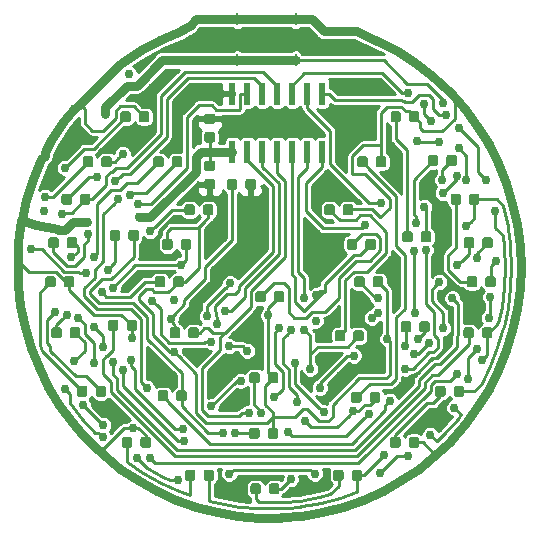
<source format=gtl>
G04 #@! TF.GenerationSoftware,KiCad,Pcbnew,5.0.2-bee76a0~70~ubuntu18.04.1*
G04 #@! TF.CreationDate,2019-08-08T16:15:43+02:00*
G04 #@! TF.ProjectId,Badge (copy),42616467-6520-4286-936f-7079292e6b69,V01*
G04 #@! TF.SameCoordinates,Original*
G04 #@! TF.FileFunction,Copper,L1,Top*
G04 #@! TF.FilePolarity,Positive*
%FSLAX46Y46*%
G04 Gerber Fmt 4.6, Leading zero omitted, Abs format (unit mm)*
G04 Created by KiCad (PCBNEW 5.0.2-bee76a0~70~ubuntu18.04.1) date Thu 08 Aug 2019 04:15:43 PM SAST*
%MOMM*%
%LPD*%
G01*
G04 APERTURE LIST*
G04 #@! TA.AperFunction,Conductor*
%ADD10C,0.020000*%
G04 #@! TD*
G04 #@! TA.AperFunction,SMDPad,CuDef*
%ADD11C,0.875000*%
G04 #@! TD*
G04 #@! TA.AperFunction,SMDPad,CuDef*
%ADD12R,0.590000X1.950000*%
G04 #@! TD*
G04 #@! TA.AperFunction,SMDPad,CuDef*
%ADD13R,0.200000X1.100000*%
G04 #@! TD*
G04 #@! TA.AperFunction,SMDPad,CuDef*
%ADD14R,0.500000X0.700000*%
G04 #@! TD*
G04 #@! TA.AperFunction,ViaPad*
%ADD15C,0.762000*%
G04 #@! TD*
G04 #@! TA.AperFunction,Conductor*
%ADD16C,0.800000*%
G04 #@! TD*
G04 #@! TA.AperFunction,Conductor*
%ADD17C,0.254000*%
G04 #@! TD*
G04 APERTURE END LIST*
D10*
G04 #@! TO.N,MCLR*
G04 #@! TO.C,R14*
G36*
X105802691Y-91347053D02*
X105823926Y-91350203D01*
X105844750Y-91355419D01*
X105864962Y-91362651D01*
X105884368Y-91371830D01*
X105902781Y-91382866D01*
X105920024Y-91395654D01*
X105935930Y-91410070D01*
X105950346Y-91425976D01*
X105963134Y-91443219D01*
X105974170Y-91461632D01*
X105983349Y-91481038D01*
X105990581Y-91501250D01*
X105995797Y-91522074D01*
X105998947Y-91543309D01*
X106000000Y-91564750D01*
X106000000Y-92077250D01*
X105998947Y-92098691D01*
X105995797Y-92119926D01*
X105990581Y-92140750D01*
X105983349Y-92160962D01*
X105974170Y-92180368D01*
X105963134Y-92198781D01*
X105950346Y-92216024D01*
X105935930Y-92231930D01*
X105920024Y-92246346D01*
X105902781Y-92259134D01*
X105884368Y-92270170D01*
X105864962Y-92279349D01*
X105844750Y-92286581D01*
X105823926Y-92291797D01*
X105802691Y-92294947D01*
X105781250Y-92296000D01*
X105343750Y-92296000D01*
X105322309Y-92294947D01*
X105301074Y-92291797D01*
X105280250Y-92286581D01*
X105260038Y-92279349D01*
X105240632Y-92270170D01*
X105222219Y-92259134D01*
X105204976Y-92246346D01*
X105189070Y-92231930D01*
X105174654Y-92216024D01*
X105161866Y-92198781D01*
X105150830Y-92180368D01*
X105141651Y-92160962D01*
X105134419Y-92140750D01*
X105129203Y-92119926D01*
X105126053Y-92098691D01*
X105125000Y-92077250D01*
X105125000Y-91564750D01*
X105126053Y-91543309D01*
X105129203Y-91522074D01*
X105134419Y-91501250D01*
X105141651Y-91481038D01*
X105150830Y-91461632D01*
X105161866Y-91443219D01*
X105174654Y-91425976D01*
X105189070Y-91410070D01*
X105204976Y-91395654D01*
X105222219Y-91382866D01*
X105240632Y-91371830D01*
X105260038Y-91362651D01*
X105280250Y-91355419D01*
X105301074Y-91350203D01*
X105322309Y-91347053D01*
X105343750Y-91346000D01*
X105781250Y-91346000D01*
X105802691Y-91347053D01*
X105802691Y-91347053D01*
G37*
D11*
G04 #@! TD*
G04 #@! TO.P,R14,2*
G04 #@! TO.N,MCLR*
X105562500Y-91821000D03*
D10*
G04 #@! TO.N,Net-(C1-Pad1)*
G04 #@! TO.C,R14*
G36*
X104227691Y-91347053D02*
X104248926Y-91350203D01*
X104269750Y-91355419D01*
X104289962Y-91362651D01*
X104309368Y-91371830D01*
X104327781Y-91382866D01*
X104345024Y-91395654D01*
X104360930Y-91410070D01*
X104375346Y-91425976D01*
X104388134Y-91443219D01*
X104399170Y-91461632D01*
X104408349Y-91481038D01*
X104415581Y-91501250D01*
X104420797Y-91522074D01*
X104423947Y-91543309D01*
X104425000Y-91564750D01*
X104425000Y-92077250D01*
X104423947Y-92098691D01*
X104420797Y-92119926D01*
X104415581Y-92140750D01*
X104408349Y-92160962D01*
X104399170Y-92180368D01*
X104388134Y-92198781D01*
X104375346Y-92216024D01*
X104360930Y-92231930D01*
X104345024Y-92246346D01*
X104327781Y-92259134D01*
X104309368Y-92270170D01*
X104289962Y-92279349D01*
X104269750Y-92286581D01*
X104248926Y-92291797D01*
X104227691Y-92294947D01*
X104206250Y-92296000D01*
X103768750Y-92296000D01*
X103747309Y-92294947D01*
X103726074Y-92291797D01*
X103705250Y-92286581D01*
X103685038Y-92279349D01*
X103665632Y-92270170D01*
X103647219Y-92259134D01*
X103629976Y-92246346D01*
X103614070Y-92231930D01*
X103599654Y-92216024D01*
X103586866Y-92198781D01*
X103575830Y-92180368D01*
X103566651Y-92160962D01*
X103559419Y-92140750D01*
X103554203Y-92119926D01*
X103551053Y-92098691D01*
X103550000Y-92077250D01*
X103550000Y-91564750D01*
X103551053Y-91543309D01*
X103554203Y-91522074D01*
X103559419Y-91501250D01*
X103566651Y-91481038D01*
X103575830Y-91461632D01*
X103586866Y-91443219D01*
X103599654Y-91425976D01*
X103614070Y-91410070D01*
X103629976Y-91395654D01*
X103647219Y-91382866D01*
X103665632Y-91371830D01*
X103685038Y-91362651D01*
X103705250Y-91355419D01*
X103726074Y-91350203D01*
X103747309Y-91347053D01*
X103768750Y-91346000D01*
X104206250Y-91346000D01*
X104227691Y-91347053D01*
X104227691Y-91347053D01*
G37*
D11*
G04 #@! TD*
G04 #@! TO.P,R14,1*
G04 #@! TO.N,Net-(C1-Pad1)*
X103987500Y-91821000D03*
D10*
G04 #@! TO.N,VCC*
G04 #@! TO.C,D13*
G36*
X107047191Y-80933053D02*
X107068426Y-80936203D01*
X107089250Y-80941419D01*
X107109462Y-80948651D01*
X107128868Y-80957830D01*
X107147281Y-80968866D01*
X107164524Y-80981654D01*
X107180430Y-80996070D01*
X107194846Y-81011976D01*
X107207634Y-81029219D01*
X107218670Y-81047632D01*
X107227849Y-81067038D01*
X107235081Y-81087250D01*
X107240297Y-81108074D01*
X107243447Y-81129309D01*
X107244500Y-81150750D01*
X107244500Y-81663250D01*
X107243447Y-81684691D01*
X107240297Y-81705926D01*
X107235081Y-81726750D01*
X107227849Y-81746962D01*
X107218670Y-81766368D01*
X107207634Y-81784781D01*
X107194846Y-81802024D01*
X107180430Y-81817930D01*
X107164524Y-81832346D01*
X107147281Y-81845134D01*
X107128868Y-81856170D01*
X107109462Y-81865349D01*
X107089250Y-81872581D01*
X107068426Y-81877797D01*
X107047191Y-81880947D01*
X107025750Y-81882000D01*
X106588250Y-81882000D01*
X106566809Y-81880947D01*
X106545574Y-81877797D01*
X106524750Y-81872581D01*
X106504538Y-81865349D01*
X106485132Y-81856170D01*
X106466719Y-81845134D01*
X106449476Y-81832346D01*
X106433570Y-81817930D01*
X106419154Y-81802024D01*
X106406366Y-81784781D01*
X106395330Y-81766368D01*
X106386151Y-81746962D01*
X106378919Y-81726750D01*
X106373703Y-81705926D01*
X106370553Y-81684691D01*
X106369500Y-81663250D01*
X106369500Y-81150750D01*
X106370553Y-81129309D01*
X106373703Y-81108074D01*
X106378919Y-81087250D01*
X106386151Y-81067038D01*
X106395330Y-81047632D01*
X106406366Y-81029219D01*
X106419154Y-81011976D01*
X106433570Y-80996070D01*
X106449476Y-80981654D01*
X106466719Y-80968866D01*
X106485132Y-80957830D01*
X106504538Y-80948651D01*
X106524750Y-80941419D01*
X106545574Y-80936203D01*
X106566809Y-80933053D01*
X106588250Y-80932000D01*
X107025750Y-80932000D01*
X107047191Y-80933053D01*
X107047191Y-80933053D01*
G37*
D11*
G04 #@! TD*
G04 #@! TO.P,D13,2*
G04 #@! TO.N,VCC*
X106807000Y-81407000D03*
D10*
G04 #@! TO.N,Net-(D13-Pad1)*
G04 #@! TO.C,D13*
G36*
X105472191Y-80933053D02*
X105493426Y-80936203D01*
X105514250Y-80941419D01*
X105534462Y-80948651D01*
X105553868Y-80957830D01*
X105572281Y-80968866D01*
X105589524Y-80981654D01*
X105605430Y-80996070D01*
X105619846Y-81011976D01*
X105632634Y-81029219D01*
X105643670Y-81047632D01*
X105652849Y-81067038D01*
X105660081Y-81087250D01*
X105665297Y-81108074D01*
X105668447Y-81129309D01*
X105669500Y-81150750D01*
X105669500Y-81663250D01*
X105668447Y-81684691D01*
X105665297Y-81705926D01*
X105660081Y-81726750D01*
X105652849Y-81746962D01*
X105643670Y-81766368D01*
X105632634Y-81784781D01*
X105619846Y-81802024D01*
X105605430Y-81817930D01*
X105589524Y-81832346D01*
X105572281Y-81845134D01*
X105553868Y-81856170D01*
X105534462Y-81865349D01*
X105514250Y-81872581D01*
X105493426Y-81877797D01*
X105472191Y-81880947D01*
X105450750Y-81882000D01*
X105013250Y-81882000D01*
X104991809Y-81880947D01*
X104970574Y-81877797D01*
X104949750Y-81872581D01*
X104929538Y-81865349D01*
X104910132Y-81856170D01*
X104891719Y-81845134D01*
X104874476Y-81832346D01*
X104858570Y-81817930D01*
X104844154Y-81802024D01*
X104831366Y-81784781D01*
X104820330Y-81766368D01*
X104811151Y-81746962D01*
X104803919Y-81726750D01*
X104798703Y-81705926D01*
X104795553Y-81684691D01*
X104794500Y-81663250D01*
X104794500Y-81150750D01*
X104795553Y-81129309D01*
X104798703Y-81108074D01*
X104803919Y-81087250D01*
X104811151Y-81067038D01*
X104820330Y-81047632D01*
X104831366Y-81029219D01*
X104844154Y-81011976D01*
X104858570Y-80996070D01*
X104874476Y-80981654D01*
X104891719Y-80968866D01*
X104910132Y-80957830D01*
X104929538Y-80948651D01*
X104949750Y-80941419D01*
X104970574Y-80936203D01*
X104991809Y-80933053D01*
X105013250Y-80932000D01*
X105450750Y-80932000D01*
X105472191Y-80933053D01*
X105472191Y-80933053D01*
G37*
D11*
G04 #@! TD*
G04 #@! TO.P,D13,1*
G04 #@! TO.N,Net-(D13-Pad1)*
X105232000Y-81407000D03*
D10*
G04 #@! TO.N,Net-(C1-Pad1)*
G04 #@! TO.C,C1*
G36*
X109053691Y-78774053D02*
X109074926Y-78777203D01*
X109095750Y-78782419D01*
X109115962Y-78789651D01*
X109135368Y-78798830D01*
X109153781Y-78809866D01*
X109171024Y-78822654D01*
X109186930Y-78837070D01*
X109201346Y-78852976D01*
X109214134Y-78870219D01*
X109225170Y-78888632D01*
X109234349Y-78908038D01*
X109241581Y-78928250D01*
X109246797Y-78949074D01*
X109249947Y-78970309D01*
X109251000Y-78991750D01*
X109251000Y-79504250D01*
X109249947Y-79525691D01*
X109246797Y-79546926D01*
X109241581Y-79567750D01*
X109234349Y-79587962D01*
X109225170Y-79607368D01*
X109214134Y-79625781D01*
X109201346Y-79643024D01*
X109186930Y-79658930D01*
X109171024Y-79673346D01*
X109153781Y-79686134D01*
X109135368Y-79697170D01*
X109115962Y-79706349D01*
X109095750Y-79713581D01*
X109074926Y-79718797D01*
X109053691Y-79721947D01*
X109032250Y-79723000D01*
X108594750Y-79723000D01*
X108573309Y-79721947D01*
X108552074Y-79718797D01*
X108531250Y-79713581D01*
X108511038Y-79706349D01*
X108491632Y-79697170D01*
X108473219Y-79686134D01*
X108455976Y-79673346D01*
X108440070Y-79658930D01*
X108425654Y-79643024D01*
X108412866Y-79625781D01*
X108401830Y-79607368D01*
X108392651Y-79587962D01*
X108385419Y-79567750D01*
X108380203Y-79546926D01*
X108377053Y-79525691D01*
X108376000Y-79504250D01*
X108376000Y-78991750D01*
X108377053Y-78970309D01*
X108380203Y-78949074D01*
X108385419Y-78928250D01*
X108392651Y-78908038D01*
X108401830Y-78888632D01*
X108412866Y-78870219D01*
X108425654Y-78852976D01*
X108440070Y-78837070D01*
X108455976Y-78822654D01*
X108473219Y-78809866D01*
X108491632Y-78798830D01*
X108511038Y-78789651D01*
X108531250Y-78782419D01*
X108552074Y-78777203D01*
X108573309Y-78774053D01*
X108594750Y-78773000D01*
X109032250Y-78773000D01*
X109053691Y-78774053D01*
X109053691Y-78774053D01*
G37*
D11*
G04 #@! TD*
G04 #@! TO.P,C1,1*
G04 #@! TO.N,Net-(C1-Pad1)*
X108813500Y-79248000D03*
D10*
G04 #@! TO.N,GNDREF*
G04 #@! TO.C,C1*
G36*
X110628691Y-78774053D02*
X110649926Y-78777203D01*
X110670750Y-78782419D01*
X110690962Y-78789651D01*
X110710368Y-78798830D01*
X110728781Y-78809866D01*
X110746024Y-78822654D01*
X110761930Y-78837070D01*
X110776346Y-78852976D01*
X110789134Y-78870219D01*
X110800170Y-78888632D01*
X110809349Y-78908038D01*
X110816581Y-78928250D01*
X110821797Y-78949074D01*
X110824947Y-78970309D01*
X110826000Y-78991750D01*
X110826000Y-79504250D01*
X110824947Y-79525691D01*
X110821797Y-79546926D01*
X110816581Y-79567750D01*
X110809349Y-79587962D01*
X110800170Y-79607368D01*
X110789134Y-79625781D01*
X110776346Y-79643024D01*
X110761930Y-79658930D01*
X110746024Y-79673346D01*
X110728781Y-79686134D01*
X110710368Y-79697170D01*
X110690962Y-79706349D01*
X110670750Y-79713581D01*
X110649926Y-79718797D01*
X110628691Y-79721947D01*
X110607250Y-79723000D01*
X110169750Y-79723000D01*
X110148309Y-79721947D01*
X110127074Y-79718797D01*
X110106250Y-79713581D01*
X110086038Y-79706349D01*
X110066632Y-79697170D01*
X110048219Y-79686134D01*
X110030976Y-79673346D01*
X110015070Y-79658930D01*
X110000654Y-79643024D01*
X109987866Y-79625781D01*
X109976830Y-79607368D01*
X109967651Y-79587962D01*
X109960419Y-79567750D01*
X109955203Y-79546926D01*
X109952053Y-79525691D01*
X109951000Y-79504250D01*
X109951000Y-78991750D01*
X109952053Y-78970309D01*
X109955203Y-78949074D01*
X109960419Y-78928250D01*
X109967651Y-78908038D01*
X109976830Y-78888632D01*
X109987866Y-78870219D01*
X110000654Y-78852976D01*
X110015070Y-78837070D01*
X110030976Y-78822654D01*
X110048219Y-78809866D01*
X110066632Y-78798830D01*
X110086038Y-78789651D01*
X110106250Y-78782419D01*
X110127074Y-78777203D01*
X110148309Y-78774053D01*
X110169750Y-78773000D01*
X110607250Y-78773000D01*
X110628691Y-78774053D01*
X110628691Y-78774053D01*
G37*
D11*
G04 #@! TD*
G04 #@! TO.P,C1,2*
G04 #@! TO.N,GNDREF*
X110388500Y-79248000D03*
D10*
G04 #@! TO.N,GNDREF*
G04 #@! TO.C,C2*
G36*
X107211691Y-78811553D02*
X107232926Y-78814703D01*
X107253750Y-78819919D01*
X107273962Y-78827151D01*
X107293368Y-78836330D01*
X107311781Y-78847366D01*
X107329024Y-78860154D01*
X107344930Y-78874570D01*
X107359346Y-78890476D01*
X107372134Y-78907719D01*
X107383170Y-78926132D01*
X107392349Y-78945538D01*
X107399581Y-78965750D01*
X107404797Y-78986574D01*
X107407947Y-79007809D01*
X107409000Y-79029250D01*
X107409000Y-79466750D01*
X107407947Y-79488191D01*
X107404797Y-79509426D01*
X107399581Y-79530250D01*
X107392349Y-79550462D01*
X107383170Y-79569868D01*
X107372134Y-79588281D01*
X107359346Y-79605524D01*
X107344930Y-79621430D01*
X107329024Y-79635846D01*
X107311781Y-79648634D01*
X107293368Y-79659670D01*
X107273962Y-79668849D01*
X107253750Y-79676081D01*
X107232926Y-79681297D01*
X107211691Y-79684447D01*
X107190250Y-79685500D01*
X106677750Y-79685500D01*
X106656309Y-79684447D01*
X106635074Y-79681297D01*
X106614250Y-79676081D01*
X106594038Y-79668849D01*
X106574632Y-79659670D01*
X106556219Y-79648634D01*
X106538976Y-79635846D01*
X106523070Y-79621430D01*
X106508654Y-79605524D01*
X106495866Y-79588281D01*
X106484830Y-79569868D01*
X106475651Y-79550462D01*
X106468419Y-79530250D01*
X106463203Y-79509426D01*
X106460053Y-79488191D01*
X106459000Y-79466750D01*
X106459000Y-79029250D01*
X106460053Y-79007809D01*
X106463203Y-78986574D01*
X106468419Y-78965750D01*
X106475651Y-78945538D01*
X106484830Y-78926132D01*
X106495866Y-78907719D01*
X106508654Y-78890476D01*
X106523070Y-78874570D01*
X106538976Y-78860154D01*
X106556219Y-78847366D01*
X106574632Y-78836330D01*
X106594038Y-78827151D01*
X106614250Y-78819919D01*
X106635074Y-78814703D01*
X106656309Y-78811553D01*
X106677750Y-78810500D01*
X107190250Y-78810500D01*
X107211691Y-78811553D01*
X107211691Y-78811553D01*
G37*
D11*
G04 #@! TD*
G04 #@! TO.P,C2,2*
G04 #@! TO.N,GNDREF*
X106934000Y-79248000D03*
D10*
G04 #@! TO.N,VCC*
G04 #@! TO.C,C2*
G36*
X107211691Y-77236553D02*
X107232926Y-77239703D01*
X107253750Y-77244919D01*
X107273962Y-77252151D01*
X107293368Y-77261330D01*
X107311781Y-77272366D01*
X107329024Y-77285154D01*
X107344930Y-77299570D01*
X107359346Y-77315476D01*
X107372134Y-77332719D01*
X107383170Y-77351132D01*
X107392349Y-77370538D01*
X107399581Y-77390750D01*
X107404797Y-77411574D01*
X107407947Y-77432809D01*
X107409000Y-77454250D01*
X107409000Y-77891750D01*
X107407947Y-77913191D01*
X107404797Y-77934426D01*
X107399581Y-77955250D01*
X107392349Y-77975462D01*
X107383170Y-77994868D01*
X107372134Y-78013281D01*
X107359346Y-78030524D01*
X107344930Y-78046430D01*
X107329024Y-78060846D01*
X107311781Y-78073634D01*
X107293368Y-78084670D01*
X107273962Y-78093849D01*
X107253750Y-78101081D01*
X107232926Y-78106297D01*
X107211691Y-78109447D01*
X107190250Y-78110500D01*
X106677750Y-78110500D01*
X106656309Y-78109447D01*
X106635074Y-78106297D01*
X106614250Y-78101081D01*
X106594038Y-78093849D01*
X106574632Y-78084670D01*
X106556219Y-78073634D01*
X106538976Y-78060846D01*
X106523070Y-78046430D01*
X106508654Y-78030524D01*
X106495866Y-78013281D01*
X106484830Y-77994868D01*
X106475651Y-77975462D01*
X106468419Y-77955250D01*
X106463203Y-77934426D01*
X106460053Y-77913191D01*
X106459000Y-77891750D01*
X106459000Y-77454250D01*
X106460053Y-77432809D01*
X106463203Y-77411574D01*
X106468419Y-77390750D01*
X106475651Y-77370538D01*
X106484830Y-77351132D01*
X106495866Y-77332719D01*
X106508654Y-77315476D01*
X106523070Y-77299570D01*
X106538976Y-77285154D01*
X106556219Y-77272366D01*
X106574632Y-77261330D01*
X106594038Y-77252151D01*
X106614250Y-77244919D01*
X106635074Y-77239703D01*
X106656309Y-77236553D01*
X106677750Y-77235500D01*
X107190250Y-77235500D01*
X107211691Y-77236553D01*
X107211691Y-77236553D01*
G37*
D11*
G04 #@! TD*
G04 #@! TO.P,C2,1*
G04 #@! TO.N,VCC*
X106934000Y-77673000D03*
D10*
G04 #@! TO.N,VCC*
G04 #@! TO.C,C3*
G36*
X107211691Y-74833913D02*
X107232926Y-74837063D01*
X107253750Y-74842279D01*
X107273962Y-74849511D01*
X107293368Y-74858690D01*
X107311781Y-74869726D01*
X107329024Y-74882514D01*
X107344930Y-74896930D01*
X107359346Y-74912836D01*
X107372134Y-74930079D01*
X107383170Y-74948492D01*
X107392349Y-74967898D01*
X107399581Y-74988110D01*
X107404797Y-75008934D01*
X107407947Y-75030169D01*
X107409000Y-75051610D01*
X107409000Y-75489110D01*
X107407947Y-75510551D01*
X107404797Y-75531786D01*
X107399581Y-75552610D01*
X107392349Y-75572822D01*
X107383170Y-75592228D01*
X107372134Y-75610641D01*
X107359346Y-75627884D01*
X107344930Y-75643790D01*
X107329024Y-75658206D01*
X107311781Y-75670994D01*
X107293368Y-75682030D01*
X107273962Y-75691209D01*
X107253750Y-75698441D01*
X107232926Y-75703657D01*
X107211691Y-75706807D01*
X107190250Y-75707860D01*
X106677750Y-75707860D01*
X106656309Y-75706807D01*
X106635074Y-75703657D01*
X106614250Y-75698441D01*
X106594038Y-75691209D01*
X106574632Y-75682030D01*
X106556219Y-75670994D01*
X106538976Y-75658206D01*
X106523070Y-75643790D01*
X106508654Y-75627884D01*
X106495866Y-75610641D01*
X106484830Y-75592228D01*
X106475651Y-75572822D01*
X106468419Y-75552610D01*
X106463203Y-75531786D01*
X106460053Y-75510551D01*
X106459000Y-75489110D01*
X106459000Y-75051610D01*
X106460053Y-75030169D01*
X106463203Y-75008934D01*
X106468419Y-74988110D01*
X106475651Y-74967898D01*
X106484830Y-74948492D01*
X106495866Y-74930079D01*
X106508654Y-74912836D01*
X106523070Y-74896930D01*
X106538976Y-74882514D01*
X106556219Y-74869726D01*
X106574632Y-74858690D01*
X106594038Y-74849511D01*
X106614250Y-74842279D01*
X106635074Y-74837063D01*
X106656309Y-74833913D01*
X106677750Y-74832860D01*
X107190250Y-74832860D01*
X107211691Y-74833913D01*
X107211691Y-74833913D01*
G37*
D11*
G04 #@! TD*
G04 #@! TO.P,C3,1*
G04 #@! TO.N,VCC*
X106934000Y-75270360D03*
D10*
G04 #@! TO.N,GNDREF*
G04 #@! TO.C,C3*
G36*
X107211691Y-73258913D02*
X107232926Y-73262063D01*
X107253750Y-73267279D01*
X107273962Y-73274511D01*
X107293368Y-73283690D01*
X107311781Y-73294726D01*
X107329024Y-73307514D01*
X107344930Y-73321930D01*
X107359346Y-73337836D01*
X107372134Y-73355079D01*
X107383170Y-73373492D01*
X107392349Y-73392898D01*
X107399581Y-73413110D01*
X107404797Y-73433934D01*
X107407947Y-73455169D01*
X107409000Y-73476610D01*
X107409000Y-73914110D01*
X107407947Y-73935551D01*
X107404797Y-73956786D01*
X107399581Y-73977610D01*
X107392349Y-73997822D01*
X107383170Y-74017228D01*
X107372134Y-74035641D01*
X107359346Y-74052884D01*
X107344930Y-74068790D01*
X107329024Y-74083206D01*
X107311781Y-74095994D01*
X107293368Y-74107030D01*
X107273962Y-74116209D01*
X107253750Y-74123441D01*
X107232926Y-74128657D01*
X107211691Y-74131807D01*
X107190250Y-74132860D01*
X106677750Y-74132860D01*
X106656309Y-74131807D01*
X106635074Y-74128657D01*
X106614250Y-74123441D01*
X106594038Y-74116209D01*
X106574632Y-74107030D01*
X106556219Y-74095994D01*
X106538976Y-74083206D01*
X106523070Y-74068790D01*
X106508654Y-74052884D01*
X106495866Y-74035641D01*
X106484830Y-74017228D01*
X106475651Y-73997822D01*
X106468419Y-73977610D01*
X106463203Y-73956786D01*
X106460053Y-73935551D01*
X106459000Y-73914110D01*
X106459000Y-73476610D01*
X106460053Y-73455169D01*
X106463203Y-73433934D01*
X106468419Y-73413110D01*
X106475651Y-73392898D01*
X106484830Y-73373492D01*
X106495866Y-73355079D01*
X106508654Y-73337836D01*
X106523070Y-73321930D01*
X106538976Y-73307514D01*
X106556219Y-73294726D01*
X106574632Y-73283690D01*
X106594038Y-73274511D01*
X106614250Y-73267279D01*
X106635074Y-73262063D01*
X106656309Y-73258913D01*
X106677750Y-73257860D01*
X107190250Y-73257860D01*
X107211691Y-73258913D01*
X107211691Y-73258913D01*
G37*
D11*
G04 #@! TD*
G04 #@! TO.P,C3,2*
G04 #@! TO.N,GNDREF*
X106934000Y-73695360D03*
D10*
G04 #@! TO.N,RA2*
G04 #@! TO.C,R1*
G36*
X96633191Y-80044053D02*
X96654426Y-80047203D01*
X96675250Y-80052419D01*
X96695462Y-80059651D01*
X96714868Y-80068830D01*
X96733281Y-80079866D01*
X96750524Y-80092654D01*
X96766430Y-80107070D01*
X96780846Y-80122976D01*
X96793634Y-80140219D01*
X96804670Y-80158632D01*
X96813849Y-80178038D01*
X96821081Y-80198250D01*
X96826297Y-80219074D01*
X96829447Y-80240309D01*
X96830500Y-80261750D01*
X96830500Y-80774250D01*
X96829447Y-80795691D01*
X96826297Y-80816926D01*
X96821081Y-80837750D01*
X96813849Y-80857962D01*
X96804670Y-80877368D01*
X96793634Y-80895781D01*
X96780846Y-80913024D01*
X96766430Y-80928930D01*
X96750524Y-80943346D01*
X96733281Y-80956134D01*
X96714868Y-80967170D01*
X96695462Y-80976349D01*
X96675250Y-80983581D01*
X96654426Y-80988797D01*
X96633191Y-80991947D01*
X96611750Y-80993000D01*
X96174250Y-80993000D01*
X96152809Y-80991947D01*
X96131574Y-80988797D01*
X96110750Y-80983581D01*
X96090538Y-80976349D01*
X96071132Y-80967170D01*
X96052719Y-80956134D01*
X96035476Y-80943346D01*
X96019570Y-80928930D01*
X96005154Y-80913024D01*
X95992366Y-80895781D01*
X95981330Y-80877368D01*
X95972151Y-80857962D01*
X95964919Y-80837750D01*
X95959703Y-80816926D01*
X95956553Y-80795691D01*
X95955500Y-80774250D01*
X95955500Y-80261750D01*
X95956553Y-80240309D01*
X95959703Y-80219074D01*
X95964919Y-80198250D01*
X95972151Y-80178038D01*
X95981330Y-80158632D01*
X95992366Y-80140219D01*
X96005154Y-80122976D01*
X96019570Y-80107070D01*
X96035476Y-80092654D01*
X96052719Y-80079866D01*
X96071132Y-80068830D01*
X96090538Y-80059651D01*
X96110750Y-80052419D01*
X96131574Y-80047203D01*
X96152809Y-80044053D01*
X96174250Y-80043000D01*
X96611750Y-80043000D01*
X96633191Y-80044053D01*
X96633191Y-80044053D01*
G37*
D11*
G04 #@! TD*
G04 #@! TO.P,R1,2*
G04 #@! TO.N,RA2*
X96393000Y-80518000D03*
D10*
G04 #@! TO.N,Net-(D1-Pad1)*
G04 #@! TO.C,R1*
G36*
X95058191Y-80044053D02*
X95079426Y-80047203D01*
X95100250Y-80052419D01*
X95120462Y-80059651D01*
X95139868Y-80068830D01*
X95158281Y-80079866D01*
X95175524Y-80092654D01*
X95191430Y-80107070D01*
X95205846Y-80122976D01*
X95218634Y-80140219D01*
X95229670Y-80158632D01*
X95238849Y-80178038D01*
X95246081Y-80198250D01*
X95251297Y-80219074D01*
X95254447Y-80240309D01*
X95255500Y-80261750D01*
X95255500Y-80774250D01*
X95254447Y-80795691D01*
X95251297Y-80816926D01*
X95246081Y-80837750D01*
X95238849Y-80857962D01*
X95229670Y-80877368D01*
X95218634Y-80895781D01*
X95205846Y-80913024D01*
X95191430Y-80928930D01*
X95175524Y-80943346D01*
X95158281Y-80956134D01*
X95139868Y-80967170D01*
X95120462Y-80976349D01*
X95100250Y-80983581D01*
X95079426Y-80988797D01*
X95058191Y-80991947D01*
X95036750Y-80993000D01*
X94599250Y-80993000D01*
X94577809Y-80991947D01*
X94556574Y-80988797D01*
X94535750Y-80983581D01*
X94515538Y-80976349D01*
X94496132Y-80967170D01*
X94477719Y-80956134D01*
X94460476Y-80943346D01*
X94444570Y-80928930D01*
X94430154Y-80913024D01*
X94417366Y-80895781D01*
X94406330Y-80877368D01*
X94397151Y-80857962D01*
X94389919Y-80837750D01*
X94384703Y-80816926D01*
X94381553Y-80795691D01*
X94380500Y-80774250D01*
X94380500Y-80261750D01*
X94381553Y-80240309D01*
X94384703Y-80219074D01*
X94389919Y-80198250D01*
X94397151Y-80178038D01*
X94406330Y-80158632D01*
X94417366Y-80140219D01*
X94430154Y-80122976D01*
X94444570Y-80107070D01*
X94460476Y-80092654D01*
X94477719Y-80079866D01*
X94496132Y-80068830D01*
X94515538Y-80059651D01*
X94535750Y-80052419D01*
X94556574Y-80047203D01*
X94577809Y-80044053D01*
X94599250Y-80043000D01*
X95036750Y-80043000D01*
X95058191Y-80044053D01*
X95058191Y-80044053D01*
G37*
D11*
G04 #@! TD*
G04 #@! TO.P,R1,1*
G04 #@! TO.N,Net-(D1-Pad1)*
X94818000Y-80518000D03*
D10*
G04 #@! TO.N,Net-(D2-Pad1)*
G04 #@! TO.C,R2*
G36*
X96379191Y-96300053D02*
X96400426Y-96303203D01*
X96421250Y-96308419D01*
X96441462Y-96315651D01*
X96460868Y-96324830D01*
X96479281Y-96335866D01*
X96496524Y-96348654D01*
X96512430Y-96363070D01*
X96526846Y-96378976D01*
X96539634Y-96396219D01*
X96550670Y-96414632D01*
X96559849Y-96434038D01*
X96567081Y-96454250D01*
X96572297Y-96475074D01*
X96575447Y-96496309D01*
X96576500Y-96517750D01*
X96576500Y-97030250D01*
X96575447Y-97051691D01*
X96572297Y-97072926D01*
X96567081Y-97093750D01*
X96559849Y-97113962D01*
X96550670Y-97133368D01*
X96539634Y-97151781D01*
X96526846Y-97169024D01*
X96512430Y-97184930D01*
X96496524Y-97199346D01*
X96479281Y-97212134D01*
X96460868Y-97223170D01*
X96441462Y-97232349D01*
X96421250Y-97239581D01*
X96400426Y-97244797D01*
X96379191Y-97247947D01*
X96357750Y-97249000D01*
X95920250Y-97249000D01*
X95898809Y-97247947D01*
X95877574Y-97244797D01*
X95856750Y-97239581D01*
X95836538Y-97232349D01*
X95817132Y-97223170D01*
X95798719Y-97212134D01*
X95781476Y-97199346D01*
X95765570Y-97184930D01*
X95751154Y-97169024D01*
X95738366Y-97151781D01*
X95727330Y-97133368D01*
X95718151Y-97113962D01*
X95710919Y-97093750D01*
X95705703Y-97072926D01*
X95702553Y-97051691D01*
X95701500Y-97030250D01*
X95701500Y-96517750D01*
X95702553Y-96496309D01*
X95705703Y-96475074D01*
X95710919Y-96454250D01*
X95718151Y-96434038D01*
X95727330Y-96414632D01*
X95738366Y-96396219D01*
X95751154Y-96378976D01*
X95765570Y-96363070D01*
X95781476Y-96348654D01*
X95798719Y-96335866D01*
X95817132Y-96324830D01*
X95836538Y-96315651D01*
X95856750Y-96308419D01*
X95877574Y-96303203D01*
X95898809Y-96300053D01*
X95920250Y-96299000D01*
X96357750Y-96299000D01*
X96379191Y-96300053D01*
X96379191Y-96300053D01*
G37*
D11*
G04 #@! TD*
G04 #@! TO.P,R2,1*
G04 #@! TO.N,Net-(D2-Pad1)*
X96139000Y-96774000D03*
D10*
G04 #@! TO.N,RA2*
G04 #@! TO.C,R2*
G36*
X97954191Y-96300053D02*
X97975426Y-96303203D01*
X97996250Y-96308419D01*
X98016462Y-96315651D01*
X98035868Y-96324830D01*
X98054281Y-96335866D01*
X98071524Y-96348654D01*
X98087430Y-96363070D01*
X98101846Y-96378976D01*
X98114634Y-96396219D01*
X98125670Y-96414632D01*
X98134849Y-96434038D01*
X98142081Y-96454250D01*
X98147297Y-96475074D01*
X98150447Y-96496309D01*
X98151500Y-96517750D01*
X98151500Y-97030250D01*
X98150447Y-97051691D01*
X98147297Y-97072926D01*
X98142081Y-97093750D01*
X98134849Y-97113962D01*
X98125670Y-97133368D01*
X98114634Y-97151781D01*
X98101846Y-97169024D01*
X98087430Y-97184930D01*
X98071524Y-97199346D01*
X98054281Y-97212134D01*
X98035868Y-97223170D01*
X98016462Y-97232349D01*
X97996250Y-97239581D01*
X97975426Y-97244797D01*
X97954191Y-97247947D01*
X97932750Y-97249000D01*
X97495250Y-97249000D01*
X97473809Y-97247947D01*
X97452574Y-97244797D01*
X97431750Y-97239581D01*
X97411538Y-97232349D01*
X97392132Y-97223170D01*
X97373719Y-97212134D01*
X97356476Y-97199346D01*
X97340570Y-97184930D01*
X97326154Y-97169024D01*
X97313366Y-97151781D01*
X97302330Y-97133368D01*
X97293151Y-97113962D01*
X97285919Y-97093750D01*
X97280703Y-97072926D01*
X97277553Y-97051691D01*
X97276500Y-97030250D01*
X97276500Y-96517750D01*
X97277553Y-96496309D01*
X97280703Y-96475074D01*
X97285919Y-96454250D01*
X97293151Y-96434038D01*
X97302330Y-96414632D01*
X97313366Y-96396219D01*
X97326154Y-96378976D01*
X97340570Y-96363070D01*
X97356476Y-96348654D01*
X97373719Y-96335866D01*
X97392132Y-96324830D01*
X97411538Y-96315651D01*
X97431750Y-96308419D01*
X97452574Y-96303203D01*
X97473809Y-96300053D01*
X97495250Y-96299000D01*
X97932750Y-96299000D01*
X97954191Y-96300053D01*
X97954191Y-96300053D01*
G37*
D11*
G04 #@! TD*
G04 #@! TO.P,R2,2*
G04 #@! TO.N,RA2*
X97714000Y-96774000D03*
D10*
G04 #@! TO.N,RA4*
G04 #@! TO.C,R3*
G36*
X107098191Y-103412053D02*
X107119426Y-103415203D01*
X107140250Y-103420419D01*
X107160462Y-103427651D01*
X107179868Y-103436830D01*
X107198281Y-103447866D01*
X107215524Y-103460654D01*
X107231430Y-103475070D01*
X107245846Y-103490976D01*
X107258634Y-103508219D01*
X107269670Y-103526632D01*
X107278849Y-103546038D01*
X107286081Y-103566250D01*
X107291297Y-103587074D01*
X107294447Y-103608309D01*
X107295500Y-103629750D01*
X107295500Y-104142250D01*
X107294447Y-104163691D01*
X107291297Y-104184926D01*
X107286081Y-104205750D01*
X107278849Y-104225962D01*
X107269670Y-104245368D01*
X107258634Y-104263781D01*
X107245846Y-104281024D01*
X107231430Y-104296930D01*
X107215524Y-104311346D01*
X107198281Y-104324134D01*
X107179868Y-104335170D01*
X107160462Y-104344349D01*
X107140250Y-104351581D01*
X107119426Y-104356797D01*
X107098191Y-104359947D01*
X107076750Y-104361000D01*
X106639250Y-104361000D01*
X106617809Y-104359947D01*
X106596574Y-104356797D01*
X106575750Y-104351581D01*
X106555538Y-104344349D01*
X106536132Y-104335170D01*
X106517719Y-104324134D01*
X106500476Y-104311346D01*
X106484570Y-104296930D01*
X106470154Y-104281024D01*
X106457366Y-104263781D01*
X106446330Y-104245368D01*
X106437151Y-104225962D01*
X106429919Y-104205750D01*
X106424703Y-104184926D01*
X106421553Y-104163691D01*
X106420500Y-104142250D01*
X106420500Y-103629750D01*
X106421553Y-103608309D01*
X106424703Y-103587074D01*
X106429919Y-103566250D01*
X106437151Y-103546038D01*
X106446330Y-103526632D01*
X106457366Y-103508219D01*
X106470154Y-103490976D01*
X106484570Y-103475070D01*
X106500476Y-103460654D01*
X106517719Y-103447866D01*
X106536132Y-103436830D01*
X106555538Y-103427651D01*
X106575750Y-103420419D01*
X106596574Y-103415203D01*
X106617809Y-103412053D01*
X106639250Y-103411000D01*
X107076750Y-103411000D01*
X107098191Y-103412053D01*
X107098191Y-103412053D01*
G37*
D11*
G04 #@! TD*
G04 #@! TO.P,R3,2*
G04 #@! TO.N,RA4*
X106858000Y-103886000D03*
D10*
G04 #@! TO.N,Net-(D3-Pad1)*
G04 #@! TO.C,R3*
G36*
X105523191Y-103412053D02*
X105544426Y-103415203D01*
X105565250Y-103420419D01*
X105585462Y-103427651D01*
X105604868Y-103436830D01*
X105623281Y-103447866D01*
X105640524Y-103460654D01*
X105656430Y-103475070D01*
X105670846Y-103490976D01*
X105683634Y-103508219D01*
X105694670Y-103526632D01*
X105703849Y-103546038D01*
X105711081Y-103566250D01*
X105716297Y-103587074D01*
X105719447Y-103608309D01*
X105720500Y-103629750D01*
X105720500Y-104142250D01*
X105719447Y-104163691D01*
X105716297Y-104184926D01*
X105711081Y-104205750D01*
X105703849Y-104225962D01*
X105694670Y-104245368D01*
X105683634Y-104263781D01*
X105670846Y-104281024D01*
X105656430Y-104296930D01*
X105640524Y-104311346D01*
X105623281Y-104324134D01*
X105604868Y-104335170D01*
X105585462Y-104344349D01*
X105565250Y-104351581D01*
X105544426Y-104356797D01*
X105523191Y-104359947D01*
X105501750Y-104361000D01*
X105064250Y-104361000D01*
X105042809Y-104359947D01*
X105021574Y-104356797D01*
X105000750Y-104351581D01*
X104980538Y-104344349D01*
X104961132Y-104335170D01*
X104942719Y-104324134D01*
X104925476Y-104311346D01*
X104909570Y-104296930D01*
X104895154Y-104281024D01*
X104882366Y-104263781D01*
X104871330Y-104245368D01*
X104862151Y-104225962D01*
X104854919Y-104205750D01*
X104849703Y-104184926D01*
X104846553Y-104163691D01*
X104845500Y-104142250D01*
X104845500Y-103629750D01*
X104846553Y-103608309D01*
X104849703Y-103587074D01*
X104854919Y-103566250D01*
X104862151Y-103546038D01*
X104871330Y-103526632D01*
X104882366Y-103508219D01*
X104895154Y-103490976D01*
X104909570Y-103475070D01*
X104925476Y-103460654D01*
X104942719Y-103447866D01*
X104961132Y-103436830D01*
X104980538Y-103427651D01*
X105000750Y-103420419D01*
X105021574Y-103415203D01*
X105042809Y-103412053D01*
X105064250Y-103411000D01*
X105501750Y-103411000D01*
X105523191Y-103412053D01*
X105523191Y-103412053D01*
G37*
D11*
G04 #@! TD*
G04 #@! TO.P,R3,1*
G04 #@! TO.N,Net-(D3-Pad1)*
X105283000Y-103886000D03*
D10*
G04 #@! TO.N,Net-(D4-Pad1)*
G04 #@! TO.C,R4*
G36*
X118070691Y-103412053D02*
X118091926Y-103415203D01*
X118112750Y-103420419D01*
X118132962Y-103427651D01*
X118152368Y-103436830D01*
X118170781Y-103447866D01*
X118188024Y-103460654D01*
X118203930Y-103475070D01*
X118218346Y-103490976D01*
X118231134Y-103508219D01*
X118242170Y-103526632D01*
X118251349Y-103546038D01*
X118258581Y-103566250D01*
X118263797Y-103587074D01*
X118266947Y-103608309D01*
X118268000Y-103629750D01*
X118268000Y-104142250D01*
X118266947Y-104163691D01*
X118263797Y-104184926D01*
X118258581Y-104205750D01*
X118251349Y-104225962D01*
X118242170Y-104245368D01*
X118231134Y-104263781D01*
X118218346Y-104281024D01*
X118203930Y-104296930D01*
X118188024Y-104311346D01*
X118170781Y-104324134D01*
X118152368Y-104335170D01*
X118132962Y-104344349D01*
X118112750Y-104351581D01*
X118091926Y-104356797D01*
X118070691Y-104359947D01*
X118049250Y-104361000D01*
X117611750Y-104361000D01*
X117590309Y-104359947D01*
X117569074Y-104356797D01*
X117548250Y-104351581D01*
X117528038Y-104344349D01*
X117508632Y-104335170D01*
X117490219Y-104324134D01*
X117472976Y-104311346D01*
X117457070Y-104296930D01*
X117442654Y-104281024D01*
X117429866Y-104263781D01*
X117418830Y-104245368D01*
X117409651Y-104225962D01*
X117402419Y-104205750D01*
X117397203Y-104184926D01*
X117394053Y-104163691D01*
X117393000Y-104142250D01*
X117393000Y-103629750D01*
X117394053Y-103608309D01*
X117397203Y-103587074D01*
X117402419Y-103566250D01*
X117409651Y-103546038D01*
X117418830Y-103526632D01*
X117429866Y-103508219D01*
X117442654Y-103490976D01*
X117457070Y-103475070D01*
X117472976Y-103460654D01*
X117490219Y-103447866D01*
X117508632Y-103436830D01*
X117528038Y-103427651D01*
X117548250Y-103420419D01*
X117569074Y-103415203D01*
X117590309Y-103412053D01*
X117611750Y-103411000D01*
X118049250Y-103411000D01*
X118070691Y-103412053D01*
X118070691Y-103412053D01*
G37*
D11*
G04 #@! TD*
G04 #@! TO.P,R4,1*
G04 #@! TO.N,Net-(D4-Pad1)*
X117830500Y-103886000D03*
D10*
G04 #@! TO.N,RA4*
G04 #@! TO.C,R4*
G36*
X119645691Y-103412053D02*
X119666926Y-103415203D01*
X119687750Y-103420419D01*
X119707962Y-103427651D01*
X119727368Y-103436830D01*
X119745781Y-103447866D01*
X119763024Y-103460654D01*
X119778930Y-103475070D01*
X119793346Y-103490976D01*
X119806134Y-103508219D01*
X119817170Y-103526632D01*
X119826349Y-103546038D01*
X119833581Y-103566250D01*
X119838797Y-103587074D01*
X119841947Y-103608309D01*
X119843000Y-103629750D01*
X119843000Y-104142250D01*
X119841947Y-104163691D01*
X119838797Y-104184926D01*
X119833581Y-104205750D01*
X119826349Y-104225962D01*
X119817170Y-104245368D01*
X119806134Y-104263781D01*
X119793346Y-104281024D01*
X119778930Y-104296930D01*
X119763024Y-104311346D01*
X119745781Y-104324134D01*
X119727368Y-104335170D01*
X119707962Y-104344349D01*
X119687750Y-104351581D01*
X119666926Y-104356797D01*
X119645691Y-104359947D01*
X119624250Y-104361000D01*
X119186750Y-104361000D01*
X119165309Y-104359947D01*
X119144074Y-104356797D01*
X119123250Y-104351581D01*
X119103038Y-104344349D01*
X119083632Y-104335170D01*
X119065219Y-104324134D01*
X119047976Y-104311346D01*
X119032070Y-104296930D01*
X119017654Y-104281024D01*
X119004866Y-104263781D01*
X118993830Y-104245368D01*
X118984651Y-104225962D01*
X118977419Y-104205750D01*
X118972203Y-104184926D01*
X118969053Y-104163691D01*
X118968000Y-104142250D01*
X118968000Y-103629750D01*
X118969053Y-103608309D01*
X118972203Y-103587074D01*
X118977419Y-103566250D01*
X118984651Y-103546038D01*
X118993830Y-103526632D01*
X119004866Y-103508219D01*
X119017654Y-103490976D01*
X119032070Y-103475070D01*
X119047976Y-103460654D01*
X119065219Y-103447866D01*
X119083632Y-103436830D01*
X119103038Y-103427651D01*
X119123250Y-103420419D01*
X119144074Y-103415203D01*
X119165309Y-103412053D01*
X119186750Y-103411000D01*
X119624250Y-103411000D01*
X119645691Y-103412053D01*
X119645691Y-103412053D01*
G37*
D11*
G04 #@! TD*
G04 #@! TO.P,R4,2*
G04 #@! TO.N,RA4*
X119405500Y-103886000D03*
D10*
G04 #@! TO.N,Net-(D5-Pad1)*
G04 #@! TO.C,R5*
G36*
X126706691Y-96300053D02*
X126727926Y-96303203D01*
X126748750Y-96308419D01*
X126768962Y-96315651D01*
X126788368Y-96324830D01*
X126806781Y-96335866D01*
X126824024Y-96348654D01*
X126839930Y-96363070D01*
X126854346Y-96378976D01*
X126867134Y-96396219D01*
X126878170Y-96414632D01*
X126887349Y-96434038D01*
X126894581Y-96454250D01*
X126899797Y-96475074D01*
X126902947Y-96496309D01*
X126904000Y-96517750D01*
X126904000Y-97030250D01*
X126902947Y-97051691D01*
X126899797Y-97072926D01*
X126894581Y-97093750D01*
X126887349Y-97113962D01*
X126878170Y-97133368D01*
X126867134Y-97151781D01*
X126854346Y-97169024D01*
X126839930Y-97184930D01*
X126824024Y-97199346D01*
X126806781Y-97212134D01*
X126788368Y-97223170D01*
X126768962Y-97232349D01*
X126748750Y-97239581D01*
X126727926Y-97244797D01*
X126706691Y-97247947D01*
X126685250Y-97249000D01*
X126247750Y-97249000D01*
X126226309Y-97247947D01*
X126205074Y-97244797D01*
X126184250Y-97239581D01*
X126164038Y-97232349D01*
X126144632Y-97223170D01*
X126126219Y-97212134D01*
X126108976Y-97199346D01*
X126093070Y-97184930D01*
X126078654Y-97169024D01*
X126065866Y-97151781D01*
X126054830Y-97133368D01*
X126045651Y-97113962D01*
X126038419Y-97093750D01*
X126033203Y-97072926D01*
X126030053Y-97051691D01*
X126029000Y-97030250D01*
X126029000Y-96517750D01*
X126030053Y-96496309D01*
X126033203Y-96475074D01*
X126038419Y-96454250D01*
X126045651Y-96434038D01*
X126054830Y-96414632D01*
X126065866Y-96396219D01*
X126078654Y-96378976D01*
X126093070Y-96363070D01*
X126108976Y-96348654D01*
X126126219Y-96335866D01*
X126144632Y-96324830D01*
X126164038Y-96315651D01*
X126184250Y-96308419D01*
X126205074Y-96303203D01*
X126226309Y-96300053D01*
X126247750Y-96299000D01*
X126685250Y-96299000D01*
X126706691Y-96300053D01*
X126706691Y-96300053D01*
G37*
D11*
G04 #@! TD*
G04 #@! TO.P,R5,1*
G04 #@! TO.N,Net-(D5-Pad1)*
X126466500Y-96774000D03*
D10*
G04 #@! TO.N,RA5*
G04 #@! TO.C,R5*
G36*
X128281691Y-96300053D02*
X128302926Y-96303203D01*
X128323750Y-96308419D01*
X128343962Y-96315651D01*
X128363368Y-96324830D01*
X128381781Y-96335866D01*
X128399024Y-96348654D01*
X128414930Y-96363070D01*
X128429346Y-96378976D01*
X128442134Y-96396219D01*
X128453170Y-96414632D01*
X128462349Y-96434038D01*
X128469581Y-96454250D01*
X128474797Y-96475074D01*
X128477947Y-96496309D01*
X128479000Y-96517750D01*
X128479000Y-97030250D01*
X128477947Y-97051691D01*
X128474797Y-97072926D01*
X128469581Y-97093750D01*
X128462349Y-97113962D01*
X128453170Y-97133368D01*
X128442134Y-97151781D01*
X128429346Y-97169024D01*
X128414930Y-97184930D01*
X128399024Y-97199346D01*
X128381781Y-97212134D01*
X128363368Y-97223170D01*
X128343962Y-97232349D01*
X128323750Y-97239581D01*
X128302926Y-97244797D01*
X128281691Y-97247947D01*
X128260250Y-97249000D01*
X127822750Y-97249000D01*
X127801309Y-97247947D01*
X127780074Y-97244797D01*
X127759250Y-97239581D01*
X127739038Y-97232349D01*
X127719632Y-97223170D01*
X127701219Y-97212134D01*
X127683976Y-97199346D01*
X127668070Y-97184930D01*
X127653654Y-97169024D01*
X127640866Y-97151781D01*
X127629830Y-97133368D01*
X127620651Y-97113962D01*
X127613419Y-97093750D01*
X127608203Y-97072926D01*
X127605053Y-97051691D01*
X127604000Y-97030250D01*
X127604000Y-96517750D01*
X127605053Y-96496309D01*
X127608203Y-96475074D01*
X127613419Y-96454250D01*
X127620651Y-96434038D01*
X127629830Y-96414632D01*
X127640866Y-96396219D01*
X127653654Y-96378976D01*
X127668070Y-96363070D01*
X127683976Y-96348654D01*
X127701219Y-96335866D01*
X127719632Y-96324830D01*
X127739038Y-96315651D01*
X127759250Y-96308419D01*
X127780074Y-96303203D01*
X127801309Y-96300053D01*
X127822750Y-96299000D01*
X128260250Y-96299000D01*
X128281691Y-96300053D01*
X128281691Y-96300053D01*
G37*
D11*
G04 #@! TD*
G04 #@! TO.P,R5,2*
G04 #@! TO.N,RA5*
X128041500Y-96774000D03*
D10*
G04 #@! TO.N,Net-(D6-Pad1)*
G04 #@! TO.C,R6*
G36*
X128002191Y-80044053D02*
X128023426Y-80047203D01*
X128044250Y-80052419D01*
X128064462Y-80059651D01*
X128083868Y-80068830D01*
X128102281Y-80079866D01*
X128119524Y-80092654D01*
X128135430Y-80107070D01*
X128149846Y-80122976D01*
X128162634Y-80140219D01*
X128173670Y-80158632D01*
X128182849Y-80178038D01*
X128190081Y-80198250D01*
X128195297Y-80219074D01*
X128198447Y-80240309D01*
X128199500Y-80261750D01*
X128199500Y-80774250D01*
X128198447Y-80795691D01*
X128195297Y-80816926D01*
X128190081Y-80837750D01*
X128182849Y-80857962D01*
X128173670Y-80877368D01*
X128162634Y-80895781D01*
X128149846Y-80913024D01*
X128135430Y-80928930D01*
X128119524Y-80943346D01*
X128102281Y-80956134D01*
X128083868Y-80967170D01*
X128064462Y-80976349D01*
X128044250Y-80983581D01*
X128023426Y-80988797D01*
X128002191Y-80991947D01*
X127980750Y-80993000D01*
X127543250Y-80993000D01*
X127521809Y-80991947D01*
X127500574Y-80988797D01*
X127479750Y-80983581D01*
X127459538Y-80976349D01*
X127440132Y-80967170D01*
X127421719Y-80956134D01*
X127404476Y-80943346D01*
X127388570Y-80928930D01*
X127374154Y-80913024D01*
X127361366Y-80895781D01*
X127350330Y-80877368D01*
X127341151Y-80857962D01*
X127333919Y-80837750D01*
X127328703Y-80816926D01*
X127325553Y-80795691D01*
X127324500Y-80774250D01*
X127324500Y-80261750D01*
X127325553Y-80240309D01*
X127328703Y-80219074D01*
X127333919Y-80198250D01*
X127341151Y-80178038D01*
X127350330Y-80158632D01*
X127361366Y-80140219D01*
X127374154Y-80122976D01*
X127388570Y-80107070D01*
X127404476Y-80092654D01*
X127421719Y-80079866D01*
X127440132Y-80068830D01*
X127459538Y-80059651D01*
X127479750Y-80052419D01*
X127500574Y-80047203D01*
X127521809Y-80044053D01*
X127543250Y-80043000D01*
X127980750Y-80043000D01*
X128002191Y-80044053D01*
X128002191Y-80044053D01*
G37*
D11*
G04 #@! TD*
G04 #@! TO.P,R6,1*
G04 #@! TO.N,Net-(D6-Pad1)*
X127762000Y-80518000D03*
D10*
G04 #@! TO.N,RA5*
G04 #@! TO.C,R6*
G36*
X129577191Y-80044053D02*
X129598426Y-80047203D01*
X129619250Y-80052419D01*
X129639462Y-80059651D01*
X129658868Y-80068830D01*
X129677281Y-80079866D01*
X129694524Y-80092654D01*
X129710430Y-80107070D01*
X129724846Y-80122976D01*
X129737634Y-80140219D01*
X129748670Y-80158632D01*
X129757849Y-80178038D01*
X129765081Y-80198250D01*
X129770297Y-80219074D01*
X129773447Y-80240309D01*
X129774500Y-80261750D01*
X129774500Y-80774250D01*
X129773447Y-80795691D01*
X129770297Y-80816926D01*
X129765081Y-80837750D01*
X129757849Y-80857962D01*
X129748670Y-80877368D01*
X129737634Y-80895781D01*
X129724846Y-80913024D01*
X129710430Y-80928930D01*
X129694524Y-80943346D01*
X129677281Y-80956134D01*
X129658868Y-80967170D01*
X129639462Y-80976349D01*
X129619250Y-80983581D01*
X129598426Y-80988797D01*
X129577191Y-80991947D01*
X129555750Y-80993000D01*
X129118250Y-80993000D01*
X129096809Y-80991947D01*
X129075574Y-80988797D01*
X129054750Y-80983581D01*
X129034538Y-80976349D01*
X129015132Y-80967170D01*
X128996719Y-80956134D01*
X128979476Y-80943346D01*
X128963570Y-80928930D01*
X128949154Y-80913024D01*
X128936366Y-80895781D01*
X128925330Y-80877368D01*
X128916151Y-80857962D01*
X128908919Y-80837750D01*
X128903703Y-80816926D01*
X128900553Y-80795691D01*
X128899500Y-80774250D01*
X128899500Y-80261750D01*
X128900553Y-80240309D01*
X128903703Y-80219074D01*
X128908919Y-80198250D01*
X128916151Y-80178038D01*
X128925330Y-80158632D01*
X128936366Y-80140219D01*
X128949154Y-80122976D01*
X128963570Y-80107070D01*
X128979476Y-80092654D01*
X128996719Y-80079866D01*
X129015132Y-80068830D01*
X129034538Y-80059651D01*
X129054750Y-80052419D01*
X129075574Y-80047203D01*
X129096809Y-80044053D01*
X129118250Y-80043000D01*
X129555750Y-80043000D01*
X129577191Y-80044053D01*
X129577191Y-80044053D01*
G37*
D11*
G04 #@! TD*
G04 #@! TO.P,R6,2*
G04 #@! TO.N,RA5*
X129337000Y-80518000D03*
D10*
G04 #@! TO.N,RC0*
G04 #@! TO.C,R7*
G36*
X125487691Y-83219053D02*
X125508926Y-83222203D01*
X125529750Y-83227419D01*
X125549962Y-83234651D01*
X125569368Y-83243830D01*
X125587781Y-83254866D01*
X125605024Y-83267654D01*
X125620930Y-83282070D01*
X125635346Y-83297976D01*
X125648134Y-83315219D01*
X125659170Y-83333632D01*
X125668349Y-83353038D01*
X125675581Y-83373250D01*
X125680797Y-83394074D01*
X125683947Y-83415309D01*
X125685000Y-83436750D01*
X125685000Y-83949250D01*
X125683947Y-83970691D01*
X125680797Y-83991926D01*
X125675581Y-84012750D01*
X125668349Y-84032962D01*
X125659170Y-84052368D01*
X125648134Y-84070781D01*
X125635346Y-84088024D01*
X125620930Y-84103930D01*
X125605024Y-84118346D01*
X125587781Y-84131134D01*
X125569368Y-84142170D01*
X125549962Y-84151349D01*
X125529750Y-84158581D01*
X125508926Y-84163797D01*
X125487691Y-84166947D01*
X125466250Y-84168000D01*
X125028750Y-84168000D01*
X125007309Y-84166947D01*
X124986074Y-84163797D01*
X124965250Y-84158581D01*
X124945038Y-84151349D01*
X124925632Y-84142170D01*
X124907219Y-84131134D01*
X124889976Y-84118346D01*
X124874070Y-84103930D01*
X124859654Y-84088024D01*
X124846866Y-84070781D01*
X124835830Y-84052368D01*
X124826651Y-84032962D01*
X124819419Y-84012750D01*
X124814203Y-83991926D01*
X124811053Y-83970691D01*
X124810000Y-83949250D01*
X124810000Y-83436750D01*
X124811053Y-83415309D01*
X124814203Y-83394074D01*
X124819419Y-83373250D01*
X124826651Y-83353038D01*
X124835830Y-83333632D01*
X124846866Y-83315219D01*
X124859654Y-83297976D01*
X124874070Y-83282070D01*
X124889976Y-83267654D01*
X124907219Y-83254866D01*
X124925632Y-83243830D01*
X124945038Y-83234651D01*
X124965250Y-83227419D01*
X124986074Y-83222203D01*
X125007309Y-83219053D01*
X125028750Y-83218000D01*
X125466250Y-83218000D01*
X125487691Y-83219053D01*
X125487691Y-83219053D01*
G37*
D11*
G04 #@! TD*
G04 #@! TO.P,R7,2*
G04 #@! TO.N,RC0*
X125247500Y-83693000D03*
D10*
G04 #@! TO.N,Net-(D7-Pad1)*
G04 #@! TO.C,R7*
G36*
X123912691Y-83219053D02*
X123933926Y-83222203D01*
X123954750Y-83227419D01*
X123974962Y-83234651D01*
X123994368Y-83243830D01*
X124012781Y-83254866D01*
X124030024Y-83267654D01*
X124045930Y-83282070D01*
X124060346Y-83297976D01*
X124073134Y-83315219D01*
X124084170Y-83333632D01*
X124093349Y-83353038D01*
X124100581Y-83373250D01*
X124105797Y-83394074D01*
X124108947Y-83415309D01*
X124110000Y-83436750D01*
X124110000Y-83949250D01*
X124108947Y-83970691D01*
X124105797Y-83991926D01*
X124100581Y-84012750D01*
X124093349Y-84032962D01*
X124084170Y-84052368D01*
X124073134Y-84070781D01*
X124060346Y-84088024D01*
X124045930Y-84103930D01*
X124030024Y-84118346D01*
X124012781Y-84131134D01*
X123994368Y-84142170D01*
X123974962Y-84151349D01*
X123954750Y-84158581D01*
X123933926Y-84163797D01*
X123912691Y-84166947D01*
X123891250Y-84168000D01*
X123453750Y-84168000D01*
X123432309Y-84166947D01*
X123411074Y-84163797D01*
X123390250Y-84158581D01*
X123370038Y-84151349D01*
X123350632Y-84142170D01*
X123332219Y-84131134D01*
X123314976Y-84118346D01*
X123299070Y-84103930D01*
X123284654Y-84088024D01*
X123271866Y-84070781D01*
X123260830Y-84052368D01*
X123251651Y-84032962D01*
X123244419Y-84012750D01*
X123239203Y-83991926D01*
X123236053Y-83970691D01*
X123235000Y-83949250D01*
X123235000Y-83436750D01*
X123236053Y-83415309D01*
X123239203Y-83394074D01*
X123244419Y-83373250D01*
X123251651Y-83353038D01*
X123260830Y-83333632D01*
X123271866Y-83315219D01*
X123284654Y-83297976D01*
X123299070Y-83282070D01*
X123314976Y-83267654D01*
X123332219Y-83254866D01*
X123350632Y-83243830D01*
X123370038Y-83234651D01*
X123390250Y-83227419D01*
X123411074Y-83222203D01*
X123432309Y-83219053D01*
X123453750Y-83218000D01*
X123891250Y-83218000D01*
X123912691Y-83219053D01*
X123912691Y-83219053D01*
G37*
D11*
G04 #@! TD*
G04 #@! TO.P,R7,1*
G04 #@! TO.N,Net-(D7-Pad1)*
X123672500Y-83693000D03*
D10*
G04 #@! TO.N,Net-(D8-Pad1)*
G04 #@! TO.C,R8*
G36*
X119594691Y-96808053D02*
X119615926Y-96811203D01*
X119636750Y-96816419D01*
X119656962Y-96823651D01*
X119676368Y-96832830D01*
X119694781Y-96843866D01*
X119712024Y-96856654D01*
X119727930Y-96871070D01*
X119742346Y-96886976D01*
X119755134Y-96904219D01*
X119766170Y-96922632D01*
X119775349Y-96942038D01*
X119782581Y-96962250D01*
X119787797Y-96983074D01*
X119790947Y-97004309D01*
X119792000Y-97025750D01*
X119792000Y-97538250D01*
X119790947Y-97559691D01*
X119787797Y-97580926D01*
X119782581Y-97601750D01*
X119775349Y-97621962D01*
X119766170Y-97641368D01*
X119755134Y-97659781D01*
X119742346Y-97677024D01*
X119727930Y-97692930D01*
X119712024Y-97707346D01*
X119694781Y-97720134D01*
X119676368Y-97731170D01*
X119656962Y-97740349D01*
X119636750Y-97747581D01*
X119615926Y-97752797D01*
X119594691Y-97755947D01*
X119573250Y-97757000D01*
X119135750Y-97757000D01*
X119114309Y-97755947D01*
X119093074Y-97752797D01*
X119072250Y-97747581D01*
X119052038Y-97740349D01*
X119032632Y-97731170D01*
X119014219Y-97720134D01*
X118996976Y-97707346D01*
X118981070Y-97692930D01*
X118966654Y-97677024D01*
X118953866Y-97659781D01*
X118942830Y-97641368D01*
X118933651Y-97621962D01*
X118926419Y-97601750D01*
X118921203Y-97580926D01*
X118918053Y-97559691D01*
X118917000Y-97538250D01*
X118917000Y-97025750D01*
X118918053Y-97004309D01*
X118921203Y-96983074D01*
X118926419Y-96962250D01*
X118933651Y-96942038D01*
X118942830Y-96922632D01*
X118953866Y-96904219D01*
X118966654Y-96886976D01*
X118981070Y-96871070D01*
X118996976Y-96856654D01*
X119014219Y-96843866D01*
X119032632Y-96832830D01*
X119052038Y-96823651D01*
X119072250Y-96816419D01*
X119093074Y-96811203D01*
X119114309Y-96808053D01*
X119135750Y-96807000D01*
X119573250Y-96807000D01*
X119594691Y-96808053D01*
X119594691Y-96808053D01*
G37*
D11*
G04 #@! TD*
G04 #@! TO.P,R8,1*
G04 #@! TO.N,Net-(D8-Pad1)*
X119354500Y-97282000D03*
D10*
G04 #@! TO.N,RC1*
G04 #@! TO.C,R8*
G36*
X121169691Y-96808053D02*
X121190926Y-96811203D01*
X121211750Y-96816419D01*
X121231962Y-96823651D01*
X121251368Y-96832830D01*
X121269781Y-96843866D01*
X121287024Y-96856654D01*
X121302930Y-96871070D01*
X121317346Y-96886976D01*
X121330134Y-96904219D01*
X121341170Y-96922632D01*
X121350349Y-96942038D01*
X121357581Y-96962250D01*
X121362797Y-96983074D01*
X121365947Y-97004309D01*
X121367000Y-97025750D01*
X121367000Y-97538250D01*
X121365947Y-97559691D01*
X121362797Y-97580926D01*
X121357581Y-97601750D01*
X121350349Y-97621962D01*
X121341170Y-97641368D01*
X121330134Y-97659781D01*
X121317346Y-97677024D01*
X121302930Y-97692930D01*
X121287024Y-97707346D01*
X121269781Y-97720134D01*
X121251368Y-97731170D01*
X121231962Y-97740349D01*
X121211750Y-97747581D01*
X121190926Y-97752797D01*
X121169691Y-97755947D01*
X121148250Y-97757000D01*
X120710750Y-97757000D01*
X120689309Y-97755947D01*
X120668074Y-97752797D01*
X120647250Y-97747581D01*
X120627038Y-97740349D01*
X120607632Y-97731170D01*
X120589219Y-97720134D01*
X120571976Y-97707346D01*
X120556070Y-97692930D01*
X120541654Y-97677024D01*
X120528866Y-97659781D01*
X120517830Y-97641368D01*
X120508651Y-97621962D01*
X120501419Y-97601750D01*
X120496203Y-97580926D01*
X120493053Y-97559691D01*
X120492000Y-97538250D01*
X120492000Y-97025750D01*
X120493053Y-97004309D01*
X120496203Y-96983074D01*
X120501419Y-96962250D01*
X120508651Y-96942038D01*
X120517830Y-96922632D01*
X120528866Y-96904219D01*
X120541654Y-96886976D01*
X120556070Y-96871070D01*
X120571976Y-96856654D01*
X120589219Y-96843866D01*
X120607632Y-96832830D01*
X120627038Y-96823651D01*
X120647250Y-96816419D01*
X120668074Y-96811203D01*
X120689309Y-96808053D01*
X120710750Y-96807000D01*
X121148250Y-96807000D01*
X121169691Y-96808053D01*
X121169691Y-96808053D01*
G37*
D11*
G04 #@! TD*
G04 #@! TO.P,R8,2*
G04 #@! TO.N,RC1*
X120929500Y-97282000D03*
D10*
G04 #@! TO.N,RC1*
G04 #@! TO.C,R9*
G36*
X104786691Y-96681053D02*
X104807926Y-96684203D01*
X104828750Y-96689419D01*
X104848962Y-96696651D01*
X104868368Y-96705830D01*
X104886781Y-96716866D01*
X104904024Y-96729654D01*
X104919930Y-96744070D01*
X104934346Y-96759976D01*
X104947134Y-96777219D01*
X104958170Y-96795632D01*
X104967349Y-96815038D01*
X104974581Y-96835250D01*
X104979797Y-96856074D01*
X104982947Y-96877309D01*
X104984000Y-96898750D01*
X104984000Y-97411250D01*
X104982947Y-97432691D01*
X104979797Y-97453926D01*
X104974581Y-97474750D01*
X104967349Y-97494962D01*
X104958170Y-97514368D01*
X104947134Y-97532781D01*
X104934346Y-97550024D01*
X104919930Y-97565930D01*
X104904024Y-97580346D01*
X104886781Y-97593134D01*
X104868368Y-97604170D01*
X104848962Y-97613349D01*
X104828750Y-97620581D01*
X104807926Y-97625797D01*
X104786691Y-97628947D01*
X104765250Y-97630000D01*
X104327750Y-97630000D01*
X104306309Y-97628947D01*
X104285074Y-97625797D01*
X104264250Y-97620581D01*
X104244038Y-97613349D01*
X104224632Y-97604170D01*
X104206219Y-97593134D01*
X104188976Y-97580346D01*
X104173070Y-97565930D01*
X104158654Y-97550024D01*
X104145866Y-97532781D01*
X104134830Y-97514368D01*
X104125651Y-97494962D01*
X104118419Y-97474750D01*
X104113203Y-97453926D01*
X104110053Y-97432691D01*
X104109000Y-97411250D01*
X104109000Y-96898750D01*
X104110053Y-96877309D01*
X104113203Y-96856074D01*
X104118419Y-96835250D01*
X104125651Y-96815038D01*
X104134830Y-96795632D01*
X104145866Y-96777219D01*
X104158654Y-96759976D01*
X104173070Y-96744070D01*
X104188976Y-96729654D01*
X104206219Y-96716866D01*
X104224632Y-96705830D01*
X104244038Y-96696651D01*
X104264250Y-96689419D01*
X104285074Y-96684203D01*
X104306309Y-96681053D01*
X104327750Y-96680000D01*
X104765250Y-96680000D01*
X104786691Y-96681053D01*
X104786691Y-96681053D01*
G37*
D11*
G04 #@! TD*
G04 #@! TO.P,R9,2*
G04 #@! TO.N,RC1*
X104546500Y-97155000D03*
D10*
G04 #@! TO.N,Net-(D9-Pad1)*
G04 #@! TO.C,R9*
G36*
X103211691Y-96681053D02*
X103232926Y-96684203D01*
X103253750Y-96689419D01*
X103273962Y-96696651D01*
X103293368Y-96705830D01*
X103311781Y-96716866D01*
X103329024Y-96729654D01*
X103344930Y-96744070D01*
X103359346Y-96759976D01*
X103372134Y-96777219D01*
X103383170Y-96795632D01*
X103392349Y-96815038D01*
X103399581Y-96835250D01*
X103404797Y-96856074D01*
X103407947Y-96877309D01*
X103409000Y-96898750D01*
X103409000Y-97411250D01*
X103407947Y-97432691D01*
X103404797Y-97453926D01*
X103399581Y-97474750D01*
X103392349Y-97494962D01*
X103383170Y-97514368D01*
X103372134Y-97532781D01*
X103359346Y-97550024D01*
X103344930Y-97565930D01*
X103329024Y-97580346D01*
X103311781Y-97593134D01*
X103293368Y-97604170D01*
X103273962Y-97613349D01*
X103253750Y-97620581D01*
X103232926Y-97625797D01*
X103211691Y-97628947D01*
X103190250Y-97630000D01*
X102752750Y-97630000D01*
X102731309Y-97628947D01*
X102710074Y-97625797D01*
X102689250Y-97620581D01*
X102669038Y-97613349D01*
X102649632Y-97604170D01*
X102631219Y-97593134D01*
X102613976Y-97580346D01*
X102598070Y-97565930D01*
X102583654Y-97550024D01*
X102570866Y-97532781D01*
X102559830Y-97514368D01*
X102550651Y-97494962D01*
X102543419Y-97474750D01*
X102538203Y-97453926D01*
X102535053Y-97432691D01*
X102534000Y-97411250D01*
X102534000Y-96898750D01*
X102535053Y-96877309D01*
X102538203Y-96856074D01*
X102543419Y-96835250D01*
X102550651Y-96815038D01*
X102559830Y-96795632D01*
X102570866Y-96777219D01*
X102583654Y-96759976D01*
X102598070Y-96744070D01*
X102613976Y-96729654D01*
X102631219Y-96716866D01*
X102649632Y-96705830D01*
X102669038Y-96696651D01*
X102689250Y-96689419D01*
X102710074Y-96684203D01*
X102731309Y-96681053D01*
X102752750Y-96680000D01*
X103190250Y-96680000D01*
X103211691Y-96681053D01*
X103211691Y-96681053D01*
G37*
D11*
G04 #@! TD*
G04 #@! TO.P,R9,1*
G04 #@! TO.N,Net-(D9-Pad1)*
X102971500Y-97155000D03*
D10*
G04 #@! TO.N,Net-(D10-Pad1)*
G04 #@! TO.C,R10*
G36*
X99147691Y-83092053D02*
X99168926Y-83095203D01*
X99189750Y-83100419D01*
X99209962Y-83107651D01*
X99229368Y-83116830D01*
X99247781Y-83127866D01*
X99265024Y-83140654D01*
X99280930Y-83155070D01*
X99295346Y-83170976D01*
X99308134Y-83188219D01*
X99319170Y-83206632D01*
X99328349Y-83226038D01*
X99335581Y-83246250D01*
X99340797Y-83267074D01*
X99343947Y-83288309D01*
X99345000Y-83309750D01*
X99345000Y-83822250D01*
X99343947Y-83843691D01*
X99340797Y-83864926D01*
X99335581Y-83885750D01*
X99328349Y-83905962D01*
X99319170Y-83925368D01*
X99308134Y-83943781D01*
X99295346Y-83961024D01*
X99280930Y-83976930D01*
X99265024Y-83991346D01*
X99247781Y-84004134D01*
X99229368Y-84015170D01*
X99209962Y-84024349D01*
X99189750Y-84031581D01*
X99168926Y-84036797D01*
X99147691Y-84039947D01*
X99126250Y-84041000D01*
X98688750Y-84041000D01*
X98667309Y-84039947D01*
X98646074Y-84036797D01*
X98625250Y-84031581D01*
X98605038Y-84024349D01*
X98585632Y-84015170D01*
X98567219Y-84004134D01*
X98549976Y-83991346D01*
X98534070Y-83976930D01*
X98519654Y-83961024D01*
X98506866Y-83943781D01*
X98495830Y-83925368D01*
X98486651Y-83905962D01*
X98479419Y-83885750D01*
X98474203Y-83864926D01*
X98471053Y-83843691D01*
X98470000Y-83822250D01*
X98470000Y-83309750D01*
X98471053Y-83288309D01*
X98474203Y-83267074D01*
X98479419Y-83246250D01*
X98486651Y-83226038D01*
X98495830Y-83206632D01*
X98506866Y-83188219D01*
X98519654Y-83170976D01*
X98534070Y-83155070D01*
X98549976Y-83140654D01*
X98567219Y-83127866D01*
X98585632Y-83116830D01*
X98605038Y-83107651D01*
X98625250Y-83100419D01*
X98646074Y-83095203D01*
X98667309Y-83092053D01*
X98688750Y-83091000D01*
X99126250Y-83091000D01*
X99147691Y-83092053D01*
X99147691Y-83092053D01*
G37*
D11*
G04 #@! TD*
G04 #@! TO.P,R10,1*
G04 #@! TO.N,Net-(D10-Pad1)*
X98907500Y-83566000D03*
D10*
G04 #@! TO.N,RC1*
G04 #@! TO.C,R10*
G36*
X100722691Y-83092053D02*
X100743926Y-83095203D01*
X100764750Y-83100419D01*
X100784962Y-83107651D01*
X100804368Y-83116830D01*
X100822781Y-83127866D01*
X100840024Y-83140654D01*
X100855930Y-83155070D01*
X100870346Y-83170976D01*
X100883134Y-83188219D01*
X100894170Y-83206632D01*
X100903349Y-83226038D01*
X100910581Y-83246250D01*
X100915797Y-83267074D01*
X100918947Y-83288309D01*
X100920000Y-83309750D01*
X100920000Y-83822250D01*
X100918947Y-83843691D01*
X100915797Y-83864926D01*
X100910581Y-83885750D01*
X100903349Y-83905962D01*
X100894170Y-83925368D01*
X100883134Y-83943781D01*
X100870346Y-83961024D01*
X100855930Y-83976930D01*
X100840024Y-83991346D01*
X100822781Y-84004134D01*
X100804368Y-84015170D01*
X100784962Y-84024349D01*
X100764750Y-84031581D01*
X100743926Y-84036797D01*
X100722691Y-84039947D01*
X100701250Y-84041000D01*
X100263750Y-84041000D01*
X100242309Y-84039947D01*
X100221074Y-84036797D01*
X100200250Y-84031581D01*
X100180038Y-84024349D01*
X100160632Y-84015170D01*
X100142219Y-84004134D01*
X100124976Y-83991346D01*
X100109070Y-83976930D01*
X100094654Y-83961024D01*
X100081866Y-83943781D01*
X100070830Y-83925368D01*
X100061651Y-83905962D01*
X100054419Y-83885750D01*
X100049203Y-83864926D01*
X100046053Y-83843691D01*
X100045000Y-83822250D01*
X100045000Y-83309750D01*
X100046053Y-83288309D01*
X100049203Y-83267074D01*
X100054419Y-83246250D01*
X100061651Y-83226038D01*
X100070830Y-83206632D01*
X100081866Y-83188219D01*
X100094654Y-83170976D01*
X100109070Y-83155070D01*
X100124976Y-83140654D01*
X100142219Y-83127866D01*
X100160632Y-83116830D01*
X100180038Y-83107651D01*
X100200250Y-83100419D01*
X100221074Y-83095203D01*
X100242309Y-83092053D01*
X100263750Y-83091000D01*
X100701250Y-83091000D01*
X100722691Y-83092053D01*
X100722691Y-83092053D01*
G37*
D11*
G04 #@! TD*
G04 #@! TO.P,R10,2*
G04 #@! TO.N,RC1*
X100482500Y-83566000D03*
D10*
G04 #@! TO.N,RC2*
G04 #@! TO.C,R11*
G36*
X130669191Y-91347053D02*
X130690426Y-91350203D01*
X130711250Y-91355419D01*
X130731462Y-91362651D01*
X130750868Y-91371830D01*
X130769281Y-91382866D01*
X130786524Y-91395654D01*
X130802430Y-91410070D01*
X130816846Y-91425976D01*
X130829634Y-91443219D01*
X130840670Y-91461632D01*
X130849849Y-91481038D01*
X130857081Y-91501250D01*
X130862297Y-91522074D01*
X130865447Y-91543309D01*
X130866500Y-91564750D01*
X130866500Y-92077250D01*
X130865447Y-92098691D01*
X130862297Y-92119926D01*
X130857081Y-92140750D01*
X130849849Y-92160962D01*
X130840670Y-92180368D01*
X130829634Y-92198781D01*
X130816846Y-92216024D01*
X130802430Y-92231930D01*
X130786524Y-92246346D01*
X130769281Y-92259134D01*
X130750868Y-92270170D01*
X130731462Y-92279349D01*
X130711250Y-92286581D01*
X130690426Y-92291797D01*
X130669191Y-92294947D01*
X130647750Y-92296000D01*
X130210250Y-92296000D01*
X130188809Y-92294947D01*
X130167574Y-92291797D01*
X130146750Y-92286581D01*
X130126538Y-92279349D01*
X130107132Y-92270170D01*
X130088719Y-92259134D01*
X130071476Y-92246346D01*
X130055570Y-92231930D01*
X130041154Y-92216024D01*
X130028366Y-92198781D01*
X130017330Y-92180368D01*
X130008151Y-92160962D01*
X130000919Y-92140750D01*
X129995703Y-92119926D01*
X129992553Y-92098691D01*
X129991500Y-92077250D01*
X129991500Y-91564750D01*
X129992553Y-91543309D01*
X129995703Y-91522074D01*
X130000919Y-91501250D01*
X130008151Y-91481038D01*
X130017330Y-91461632D01*
X130028366Y-91443219D01*
X130041154Y-91425976D01*
X130055570Y-91410070D01*
X130071476Y-91395654D01*
X130088719Y-91382866D01*
X130107132Y-91371830D01*
X130126538Y-91362651D01*
X130146750Y-91355419D01*
X130167574Y-91350203D01*
X130188809Y-91347053D01*
X130210250Y-91346000D01*
X130647750Y-91346000D01*
X130669191Y-91347053D01*
X130669191Y-91347053D01*
G37*
D11*
G04 #@! TD*
G04 #@! TO.P,R11,2*
G04 #@! TO.N,RC2*
X130429000Y-91821000D03*
D10*
G04 #@! TO.N,Net-(D11-Pad1)*
G04 #@! TO.C,R11*
G36*
X129094191Y-91347053D02*
X129115426Y-91350203D01*
X129136250Y-91355419D01*
X129156462Y-91362651D01*
X129175868Y-91371830D01*
X129194281Y-91382866D01*
X129211524Y-91395654D01*
X129227430Y-91410070D01*
X129241846Y-91425976D01*
X129254634Y-91443219D01*
X129265670Y-91461632D01*
X129274849Y-91481038D01*
X129282081Y-91501250D01*
X129287297Y-91522074D01*
X129290447Y-91543309D01*
X129291500Y-91564750D01*
X129291500Y-92077250D01*
X129290447Y-92098691D01*
X129287297Y-92119926D01*
X129282081Y-92140750D01*
X129274849Y-92160962D01*
X129265670Y-92180368D01*
X129254634Y-92198781D01*
X129241846Y-92216024D01*
X129227430Y-92231930D01*
X129211524Y-92246346D01*
X129194281Y-92259134D01*
X129175868Y-92270170D01*
X129156462Y-92279349D01*
X129136250Y-92286581D01*
X129115426Y-92291797D01*
X129094191Y-92294947D01*
X129072750Y-92296000D01*
X128635250Y-92296000D01*
X128613809Y-92294947D01*
X128592574Y-92291797D01*
X128571750Y-92286581D01*
X128551538Y-92279349D01*
X128532132Y-92270170D01*
X128513719Y-92259134D01*
X128496476Y-92246346D01*
X128480570Y-92231930D01*
X128466154Y-92216024D01*
X128453366Y-92198781D01*
X128442330Y-92180368D01*
X128433151Y-92160962D01*
X128425919Y-92140750D01*
X128420703Y-92119926D01*
X128417553Y-92098691D01*
X128416500Y-92077250D01*
X128416500Y-91564750D01*
X128417553Y-91543309D01*
X128420703Y-91522074D01*
X128425919Y-91501250D01*
X128433151Y-91481038D01*
X128442330Y-91461632D01*
X128453366Y-91443219D01*
X128466154Y-91425976D01*
X128480570Y-91410070D01*
X128496476Y-91395654D01*
X128513719Y-91382866D01*
X128532132Y-91371830D01*
X128551538Y-91362651D01*
X128571750Y-91355419D01*
X128592574Y-91350203D01*
X128613809Y-91347053D01*
X128635250Y-91346000D01*
X129072750Y-91346000D01*
X129094191Y-91347053D01*
X129094191Y-91347053D01*
G37*
D11*
G04 #@! TD*
G04 #@! TO.P,R11,1*
G04 #@! TO.N,Net-(D11-Pad1)*
X128854000Y-91821000D03*
D10*
G04 #@! TO.N,RC2*
G04 #@! TO.C,R12*
G36*
X95769691Y-91347053D02*
X95790926Y-91350203D01*
X95811750Y-91355419D01*
X95831962Y-91362651D01*
X95851368Y-91371830D01*
X95869781Y-91382866D01*
X95887024Y-91395654D01*
X95902930Y-91410070D01*
X95917346Y-91425976D01*
X95930134Y-91443219D01*
X95941170Y-91461632D01*
X95950349Y-91481038D01*
X95957581Y-91501250D01*
X95962797Y-91522074D01*
X95965947Y-91543309D01*
X95967000Y-91564750D01*
X95967000Y-92077250D01*
X95965947Y-92098691D01*
X95962797Y-92119926D01*
X95957581Y-92140750D01*
X95950349Y-92160962D01*
X95941170Y-92180368D01*
X95930134Y-92198781D01*
X95917346Y-92216024D01*
X95902930Y-92231930D01*
X95887024Y-92246346D01*
X95869781Y-92259134D01*
X95851368Y-92270170D01*
X95831962Y-92279349D01*
X95811750Y-92286581D01*
X95790926Y-92291797D01*
X95769691Y-92294947D01*
X95748250Y-92296000D01*
X95310750Y-92296000D01*
X95289309Y-92294947D01*
X95268074Y-92291797D01*
X95247250Y-92286581D01*
X95227038Y-92279349D01*
X95207632Y-92270170D01*
X95189219Y-92259134D01*
X95171976Y-92246346D01*
X95156070Y-92231930D01*
X95141654Y-92216024D01*
X95128866Y-92198781D01*
X95117830Y-92180368D01*
X95108651Y-92160962D01*
X95101419Y-92140750D01*
X95096203Y-92119926D01*
X95093053Y-92098691D01*
X95092000Y-92077250D01*
X95092000Y-91564750D01*
X95093053Y-91543309D01*
X95096203Y-91522074D01*
X95101419Y-91501250D01*
X95108651Y-91481038D01*
X95117830Y-91461632D01*
X95128866Y-91443219D01*
X95141654Y-91425976D01*
X95156070Y-91410070D01*
X95171976Y-91395654D01*
X95189219Y-91382866D01*
X95207632Y-91371830D01*
X95227038Y-91362651D01*
X95247250Y-91355419D01*
X95268074Y-91350203D01*
X95289309Y-91347053D01*
X95310750Y-91346000D01*
X95748250Y-91346000D01*
X95769691Y-91347053D01*
X95769691Y-91347053D01*
G37*
D11*
G04 #@! TD*
G04 #@! TO.P,R12,2*
G04 #@! TO.N,RC2*
X95529500Y-91821000D03*
D10*
G04 #@! TO.N,Net-(D12-Pad1)*
G04 #@! TO.C,R12*
G36*
X94194691Y-91347053D02*
X94215926Y-91350203D01*
X94236750Y-91355419D01*
X94256962Y-91362651D01*
X94276368Y-91371830D01*
X94294781Y-91382866D01*
X94312024Y-91395654D01*
X94327930Y-91410070D01*
X94342346Y-91425976D01*
X94355134Y-91443219D01*
X94366170Y-91461632D01*
X94375349Y-91481038D01*
X94382581Y-91501250D01*
X94387797Y-91522074D01*
X94390947Y-91543309D01*
X94392000Y-91564750D01*
X94392000Y-92077250D01*
X94390947Y-92098691D01*
X94387797Y-92119926D01*
X94382581Y-92140750D01*
X94375349Y-92160962D01*
X94366170Y-92180368D01*
X94355134Y-92198781D01*
X94342346Y-92216024D01*
X94327930Y-92231930D01*
X94312024Y-92246346D01*
X94294781Y-92259134D01*
X94276368Y-92270170D01*
X94256962Y-92279349D01*
X94236750Y-92286581D01*
X94215926Y-92291797D01*
X94194691Y-92294947D01*
X94173250Y-92296000D01*
X93735750Y-92296000D01*
X93714309Y-92294947D01*
X93693074Y-92291797D01*
X93672250Y-92286581D01*
X93652038Y-92279349D01*
X93632632Y-92270170D01*
X93614219Y-92259134D01*
X93596976Y-92246346D01*
X93581070Y-92231930D01*
X93566654Y-92216024D01*
X93553866Y-92198781D01*
X93542830Y-92180368D01*
X93533651Y-92160962D01*
X93526419Y-92140750D01*
X93521203Y-92119926D01*
X93518053Y-92098691D01*
X93517000Y-92077250D01*
X93517000Y-91564750D01*
X93518053Y-91543309D01*
X93521203Y-91522074D01*
X93526419Y-91501250D01*
X93533651Y-91481038D01*
X93542830Y-91461632D01*
X93553866Y-91443219D01*
X93566654Y-91425976D01*
X93581070Y-91410070D01*
X93596976Y-91395654D01*
X93614219Y-91382866D01*
X93632632Y-91371830D01*
X93652038Y-91362651D01*
X93672250Y-91355419D01*
X93693074Y-91350203D01*
X93714309Y-91347053D01*
X93735750Y-91346000D01*
X94173250Y-91346000D01*
X94194691Y-91347053D01*
X94194691Y-91347053D01*
G37*
D11*
G04 #@! TD*
G04 #@! TO.P,R12,1*
G04 #@! TO.N,Net-(D12-Pad1)*
X93954500Y-91821000D03*
D10*
G04 #@! TO.N,VCC*
G04 #@! TO.C,R13*
G36*
X103592691Y-83854053D02*
X103613926Y-83857203D01*
X103634750Y-83862419D01*
X103654962Y-83869651D01*
X103674368Y-83878830D01*
X103692781Y-83889866D01*
X103710024Y-83902654D01*
X103725930Y-83917070D01*
X103740346Y-83932976D01*
X103753134Y-83950219D01*
X103764170Y-83968632D01*
X103773349Y-83988038D01*
X103780581Y-84008250D01*
X103785797Y-84029074D01*
X103788947Y-84050309D01*
X103790000Y-84071750D01*
X103790000Y-84584250D01*
X103788947Y-84605691D01*
X103785797Y-84626926D01*
X103780581Y-84647750D01*
X103773349Y-84667962D01*
X103764170Y-84687368D01*
X103753134Y-84705781D01*
X103740346Y-84723024D01*
X103725930Y-84738930D01*
X103710024Y-84753346D01*
X103692781Y-84766134D01*
X103674368Y-84777170D01*
X103654962Y-84786349D01*
X103634750Y-84793581D01*
X103613926Y-84798797D01*
X103592691Y-84801947D01*
X103571250Y-84803000D01*
X103133750Y-84803000D01*
X103112309Y-84801947D01*
X103091074Y-84798797D01*
X103070250Y-84793581D01*
X103050038Y-84786349D01*
X103030632Y-84777170D01*
X103012219Y-84766134D01*
X102994976Y-84753346D01*
X102979070Y-84738930D01*
X102964654Y-84723024D01*
X102951866Y-84705781D01*
X102940830Y-84687368D01*
X102931651Y-84667962D01*
X102924419Y-84647750D01*
X102919203Y-84626926D01*
X102916053Y-84605691D01*
X102915000Y-84584250D01*
X102915000Y-84071750D01*
X102916053Y-84050309D01*
X102919203Y-84029074D01*
X102924419Y-84008250D01*
X102931651Y-83988038D01*
X102940830Y-83968632D01*
X102951866Y-83950219D01*
X102964654Y-83932976D01*
X102979070Y-83917070D01*
X102994976Y-83902654D01*
X103012219Y-83889866D01*
X103030632Y-83878830D01*
X103050038Y-83869651D01*
X103070250Y-83862419D01*
X103091074Y-83857203D01*
X103112309Y-83854053D01*
X103133750Y-83853000D01*
X103571250Y-83853000D01*
X103592691Y-83854053D01*
X103592691Y-83854053D01*
G37*
D11*
G04 #@! TD*
G04 #@! TO.P,R13,1*
G04 #@! TO.N,VCC*
X103352500Y-84328000D03*
D10*
G04 #@! TO.N,Net-(C1-Pad1)*
G04 #@! TO.C,R13*
G36*
X105167691Y-83854053D02*
X105188926Y-83857203D01*
X105209750Y-83862419D01*
X105229962Y-83869651D01*
X105249368Y-83878830D01*
X105267781Y-83889866D01*
X105285024Y-83902654D01*
X105300930Y-83917070D01*
X105315346Y-83932976D01*
X105328134Y-83950219D01*
X105339170Y-83968632D01*
X105348349Y-83988038D01*
X105355581Y-84008250D01*
X105360797Y-84029074D01*
X105363947Y-84050309D01*
X105365000Y-84071750D01*
X105365000Y-84584250D01*
X105363947Y-84605691D01*
X105360797Y-84626926D01*
X105355581Y-84647750D01*
X105348349Y-84667962D01*
X105339170Y-84687368D01*
X105328134Y-84705781D01*
X105315346Y-84723024D01*
X105300930Y-84738930D01*
X105285024Y-84753346D01*
X105267781Y-84766134D01*
X105249368Y-84777170D01*
X105229962Y-84786349D01*
X105209750Y-84793581D01*
X105188926Y-84798797D01*
X105167691Y-84801947D01*
X105146250Y-84803000D01*
X104708750Y-84803000D01*
X104687309Y-84801947D01*
X104666074Y-84798797D01*
X104645250Y-84793581D01*
X104625038Y-84786349D01*
X104605632Y-84777170D01*
X104587219Y-84766134D01*
X104569976Y-84753346D01*
X104554070Y-84738930D01*
X104539654Y-84723024D01*
X104526866Y-84705781D01*
X104515830Y-84687368D01*
X104506651Y-84667962D01*
X104499419Y-84647750D01*
X104494203Y-84626926D01*
X104491053Y-84605691D01*
X104490000Y-84584250D01*
X104490000Y-84071750D01*
X104491053Y-84050309D01*
X104494203Y-84029074D01*
X104499419Y-84008250D01*
X104506651Y-83988038D01*
X104515830Y-83968632D01*
X104526866Y-83950219D01*
X104539654Y-83932976D01*
X104554070Y-83917070D01*
X104569976Y-83902654D01*
X104587219Y-83889866D01*
X104605632Y-83878830D01*
X104625038Y-83869651D01*
X104645250Y-83862419D01*
X104666074Y-83857203D01*
X104687309Y-83854053D01*
X104708750Y-83853000D01*
X105146250Y-83853000D01*
X105167691Y-83854053D01*
X105167691Y-83854053D01*
G37*
D11*
G04 #@! TD*
G04 #@! TO.P,R13,2*
G04 #@! TO.N,Net-(C1-Pad1)*
X104927500Y-84328000D03*
D10*
G04 #@! TO.N,RC4*
G04 #@! TO.C,R15*
G36*
X119772691Y-91601053D02*
X119793926Y-91604203D01*
X119814750Y-91609419D01*
X119834962Y-91616651D01*
X119854368Y-91625830D01*
X119872781Y-91636866D01*
X119890024Y-91649654D01*
X119905930Y-91664070D01*
X119920346Y-91679976D01*
X119933134Y-91697219D01*
X119944170Y-91715632D01*
X119953349Y-91735038D01*
X119960581Y-91755250D01*
X119965797Y-91776074D01*
X119968947Y-91797309D01*
X119970000Y-91818750D01*
X119970000Y-92331250D01*
X119968947Y-92352691D01*
X119965797Y-92373926D01*
X119960581Y-92394750D01*
X119953349Y-92414962D01*
X119944170Y-92434368D01*
X119933134Y-92452781D01*
X119920346Y-92470024D01*
X119905930Y-92485930D01*
X119890024Y-92500346D01*
X119872781Y-92513134D01*
X119854368Y-92524170D01*
X119834962Y-92533349D01*
X119814750Y-92540581D01*
X119793926Y-92545797D01*
X119772691Y-92548947D01*
X119751250Y-92550000D01*
X119313750Y-92550000D01*
X119292309Y-92548947D01*
X119271074Y-92545797D01*
X119250250Y-92540581D01*
X119230038Y-92533349D01*
X119210632Y-92524170D01*
X119192219Y-92513134D01*
X119174976Y-92500346D01*
X119159070Y-92485930D01*
X119144654Y-92470024D01*
X119131866Y-92452781D01*
X119120830Y-92434368D01*
X119111651Y-92414962D01*
X119104419Y-92394750D01*
X119099203Y-92373926D01*
X119096053Y-92352691D01*
X119095000Y-92331250D01*
X119095000Y-91818750D01*
X119096053Y-91797309D01*
X119099203Y-91776074D01*
X119104419Y-91755250D01*
X119111651Y-91735038D01*
X119120830Y-91715632D01*
X119131866Y-91697219D01*
X119144654Y-91679976D01*
X119159070Y-91664070D01*
X119174976Y-91649654D01*
X119192219Y-91636866D01*
X119210632Y-91625830D01*
X119230038Y-91616651D01*
X119250250Y-91609419D01*
X119271074Y-91604203D01*
X119292309Y-91601053D01*
X119313750Y-91600000D01*
X119751250Y-91600000D01*
X119772691Y-91601053D01*
X119772691Y-91601053D01*
G37*
D11*
G04 #@! TD*
G04 #@! TO.P,R15,2*
G04 #@! TO.N,RC4*
X119532500Y-92075000D03*
D10*
G04 #@! TO.N,Net-(D17-Pad1)*
G04 #@! TO.C,R15*
G36*
X118197691Y-91601053D02*
X118218926Y-91604203D01*
X118239750Y-91609419D01*
X118259962Y-91616651D01*
X118279368Y-91625830D01*
X118297781Y-91636866D01*
X118315024Y-91649654D01*
X118330930Y-91664070D01*
X118345346Y-91679976D01*
X118358134Y-91697219D01*
X118369170Y-91715632D01*
X118378349Y-91735038D01*
X118385581Y-91755250D01*
X118390797Y-91776074D01*
X118393947Y-91797309D01*
X118395000Y-91818750D01*
X118395000Y-92331250D01*
X118393947Y-92352691D01*
X118390797Y-92373926D01*
X118385581Y-92394750D01*
X118378349Y-92414962D01*
X118369170Y-92434368D01*
X118358134Y-92452781D01*
X118345346Y-92470024D01*
X118330930Y-92485930D01*
X118315024Y-92500346D01*
X118297781Y-92513134D01*
X118279368Y-92524170D01*
X118259962Y-92533349D01*
X118239750Y-92540581D01*
X118218926Y-92545797D01*
X118197691Y-92548947D01*
X118176250Y-92550000D01*
X117738750Y-92550000D01*
X117717309Y-92548947D01*
X117696074Y-92545797D01*
X117675250Y-92540581D01*
X117655038Y-92533349D01*
X117635632Y-92524170D01*
X117617219Y-92513134D01*
X117599976Y-92500346D01*
X117584070Y-92485930D01*
X117569654Y-92470024D01*
X117556866Y-92452781D01*
X117545830Y-92434368D01*
X117536651Y-92414962D01*
X117529419Y-92394750D01*
X117524203Y-92373926D01*
X117521053Y-92352691D01*
X117520000Y-92331250D01*
X117520000Y-91818750D01*
X117521053Y-91797309D01*
X117524203Y-91776074D01*
X117529419Y-91755250D01*
X117536651Y-91735038D01*
X117545830Y-91715632D01*
X117556866Y-91697219D01*
X117569654Y-91679976D01*
X117584070Y-91664070D01*
X117599976Y-91649654D01*
X117617219Y-91636866D01*
X117635632Y-91625830D01*
X117655038Y-91616651D01*
X117675250Y-91609419D01*
X117696074Y-91604203D01*
X117717309Y-91601053D01*
X117738750Y-91600000D01*
X118176250Y-91600000D01*
X118197691Y-91601053D01*
X118197691Y-91601053D01*
G37*
D11*
G04 #@! TD*
G04 #@! TO.P,R15,1*
G04 #@! TO.N,Net-(D17-Pad1)*
X117957500Y-92075000D03*
D10*
G04 #@! TO.N,RC3*
G04 #@! TO.C,R16*
G36*
X95515691Y-83727053D02*
X95536926Y-83730203D01*
X95557750Y-83735419D01*
X95577962Y-83742651D01*
X95597368Y-83751830D01*
X95615781Y-83762866D01*
X95633024Y-83775654D01*
X95648930Y-83790070D01*
X95663346Y-83805976D01*
X95676134Y-83823219D01*
X95687170Y-83841632D01*
X95696349Y-83861038D01*
X95703581Y-83881250D01*
X95708797Y-83902074D01*
X95711947Y-83923309D01*
X95713000Y-83944750D01*
X95713000Y-84457250D01*
X95711947Y-84478691D01*
X95708797Y-84499926D01*
X95703581Y-84520750D01*
X95696349Y-84540962D01*
X95687170Y-84560368D01*
X95676134Y-84578781D01*
X95663346Y-84596024D01*
X95648930Y-84611930D01*
X95633024Y-84626346D01*
X95615781Y-84639134D01*
X95597368Y-84650170D01*
X95577962Y-84659349D01*
X95557750Y-84666581D01*
X95536926Y-84671797D01*
X95515691Y-84674947D01*
X95494250Y-84676000D01*
X95056750Y-84676000D01*
X95035309Y-84674947D01*
X95014074Y-84671797D01*
X94993250Y-84666581D01*
X94973038Y-84659349D01*
X94953632Y-84650170D01*
X94935219Y-84639134D01*
X94917976Y-84626346D01*
X94902070Y-84611930D01*
X94887654Y-84596024D01*
X94874866Y-84578781D01*
X94863830Y-84560368D01*
X94854651Y-84540962D01*
X94847419Y-84520750D01*
X94842203Y-84499926D01*
X94839053Y-84478691D01*
X94838000Y-84457250D01*
X94838000Y-83944750D01*
X94839053Y-83923309D01*
X94842203Y-83902074D01*
X94847419Y-83881250D01*
X94854651Y-83861038D01*
X94863830Y-83841632D01*
X94874866Y-83823219D01*
X94887654Y-83805976D01*
X94902070Y-83790070D01*
X94917976Y-83775654D01*
X94935219Y-83762866D01*
X94953632Y-83751830D01*
X94973038Y-83742651D01*
X94993250Y-83735419D01*
X95014074Y-83730203D01*
X95035309Y-83727053D01*
X95056750Y-83726000D01*
X95494250Y-83726000D01*
X95515691Y-83727053D01*
X95515691Y-83727053D01*
G37*
D11*
G04 #@! TD*
G04 #@! TO.P,R16,2*
G04 #@! TO.N,RC3*
X95275500Y-84201000D03*
D10*
G04 #@! TO.N,Net-(D13-Pad1)*
G04 #@! TO.C,R16*
G36*
X93940691Y-83727053D02*
X93961926Y-83730203D01*
X93982750Y-83735419D01*
X94002962Y-83742651D01*
X94022368Y-83751830D01*
X94040781Y-83762866D01*
X94058024Y-83775654D01*
X94073930Y-83790070D01*
X94088346Y-83805976D01*
X94101134Y-83823219D01*
X94112170Y-83841632D01*
X94121349Y-83861038D01*
X94128581Y-83881250D01*
X94133797Y-83902074D01*
X94136947Y-83923309D01*
X94138000Y-83944750D01*
X94138000Y-84457250D01*
X94136947Y-84478691D01*
X94133797Y-84499926D01*
X94128581Y-84520750D01*
X94121349Y-84540962D01*
X94112170Y-84560368D01*
X94101134Y-84578781D01*
X94088346Y-84596024D01*
X94073930Y-84611930D01*
X94058024Y-84626346D01*
X94040781Y-84639134D01*
X94022368Y-84650170D01*
X94002962Y-84659349D01*
X93982750Y-84666581D01*
X93961926Y-84671797D01*
X93940691Y-84674947D01*
X93919250Y-84676000D01*
X93481750Y-84676000D01*
X93460309Y-84674947D01*
X93439074Y-84671797D01*
X93418250Y-84666581D01*
X93398038Y-84659349D01*
X93378632Y-84650170D01*
X93360219Y-84639134D01*
X93342976Y-84626346D01*
X93327070Y-84611930D01*
X93312654Y-84596024D01*
X93299866Y-84578781D01*
X93288830Y-84560368D01*
X93279651Y-84540962D01*
X93272419Y-84520750D01*
X93267203Y-84499926D01*
X93264053Y-84478691D01*
X93263000Y-84457250D01*
X93263000Y-83944750D01*
X93264053Y-83923309D01*
X93267203Y-83902074D01*
X93272419Y-83881250D01*
X93279651Y-83861038D01*
X93288830Y-83841632D01*
X93299866Y-83823219D01*
X93312654Y-83805976D01*
X93327070Y-83790070D01*
X93342976Y-83775654D01*
X93360219Y-83762866D01*
X93378632Y-83751830D01*
X93398038Y-83742651D01*
X93418250Y-83735419D01*
X93439074Y-83730203D01*
X93460309Y-83727053D01*
X93481750Y-83726000D01*
X93919250Y-83726000D01*
X93940691Y-83727053D01*
X93940691Y-83727053D01*
G37*
D11*
G04 #@! TD*
G04 #@! TO.P,R16,1*
G04 #@! TO.N,Net-(D13-Pad1)*
X93700500Y-84201000D03*
D10*
G04 #@! TO.N,Net-(D18-Pad1)*
G04 #@! TO.C,R17*
G36*
X119213691Y-83854053D02*
X119234926Y-83857203D01*
X119255750Y-83862419D01*
X119275962Y-83869651D01*
X119295368Y-83878830D01*
X119313781Y-83889866D01*
X119331024Y-83902654D01*
X119346930Y-83917070D01*
X119361346Y-83932976D01*
X119374134Y-83950219D01*
X119385170Y-83968632D01*
X119394349Y-83988038D01*
X119401581Y-84008250D01*
X119406797Y-84029074D01*
X119409947Y-84050309D01*
X119411000Y-84071750D01*
X119411000Y-84584250D01*
X119409947Y-84605691D01*
X119406797Y-84626926D01*
X119401581Y-84647750D01*
X119394349Y-84667962D01*
X119385170Y-84687368D01*
X119374134Y-84705781D01*
X119361346Y-84723024D01*
X119346930Y-84738930D01*
X119331024Y-84753346D01*
X119313781Y-84766134D01*
X119295368Y-84777170D01*
X119275962Y-84786349D01*
X119255750Y-84793581D01*
X119234926Y-84798797D01*
X119213691Y-84801947D01*
X119192250Y-84803000D01*
X118754750Y-84803000D01*
X118733309Y-84801947D01*
X118712074Y-84798797D01*
X118691250Y-84793581D01*
X118671038Y-84786349D01*
X118651632Y-84777170D01*
X118633219Y-84766134D01*
X118615976Y-84753346D01*
X118600070Y-84738930D01*
X118585654Y-84723024D01*
X118572866Y-84705781D01*
X118561830Y-84687368D01*
X118552651Y-84667962D01*
X118545419Y-84647750D01*
X118540203Y-84626926D01*
X118537053Y-84605691D01*
X118536000Y-84584250D01*
X118536000Y-84071750D01*
X118537053Y-84050309D01*
X118540203Y-84029074D01*
X118545419Y-84008250D01*
X118552651Y-83988038D01*
X118561830Y-83968632D01*
X118572866Y-83950219D01*
X118585654Y-83932976D01*
X118600070Y-83917070D01*
X118615976Y-83902654D01*
X118633219Y-83889866D01*
X118651632Y-83878830D01*
X118671038Y-83869651D01*
X118691250Y-83862419D01*
X118712074Y-83857203D01*
X118733309Y-83854053D01*
X118754750Y-83853000D01*
X119192250Y-83853000D01*
X119213691Y-83854053D01*
X119213691Y-83854053D01*
G37*
D11*
G04 #@! TD*
G04 #@! TO.P,R17,1*
G04 #@! TO.N,Net-(D18-Pad1)*
X118973500Y-84328000D03*
D10*
G04 #@! TO.N,RC5*
G04 #@! TO.C,R17*
G36*
X120788691Y-83854053D02*
X120809926Y-83857203D01*
X120830750Y-83862419D01*
X120850962Y-83869651D01*
X120870368Y-83878830D01*
X120888781Y-83889866D01*
X120906024Y-83902654D01*
X120921930Y-83917070D01*
X120936346Y-83932976D01*
X120949134Y-83950219D01*
X120960170Y-83968632D01*
X120969349Y-83988038D01*
X120976581Y-84008250D01*
X120981797Y-84029074D01*
X120984947Y-84050309D01*
X120986000Y-84071750D01*
X120986000Y-84584250D01*
X120984947Y-84605691D01*
X120981797Y-84626926D01*
X120976581Y-84647750D01*
X120969349Y-84667962D01*
X120960170Y-84687368D01*
X120949134Y-84705781D01*
X120936346Y-84723024D01*
X120921930Y-84738930D01*
X120906024Y-84753346D01*
X120888781Y-84766134D01*
X120870368Y-84777170D01*
X120850962Y-84786349D01*
X120830750Y-84793581D01*
X120809926Y-84798797D01*
X120788691Y-84801947D01*
X120767250Y-84803000D01*
X120329750Y-84803000D01*
X120308309Y-84801947D01*
X120287074Y-84798797D01*
X120266250Y-84793581D01*
X120246038Y-84786349D01*
X120226632Y-84777170D01*
X120208219Y-84766134D01*
X120190976Y-84753346D01*
X120175070Y-84738930D01*
X120160654Y-84723024D01*
X120147866Y-84705781D01*
X120136830Y-84687368D01*
X120127651Y-84667962D01*
X120120419Y-84647750D01*
X120115203Y-84626926D01*
X120112053Y-84605691D01*
X120111000Y-84584250D01*
X120111000Y-84071750D01*
X120112053Y-84050309D01*
X120115203Y-84029074D01*
X120120419Y-84008250D01*
X120127651Y-83988038D01*
X120136830Y-83968632D01*
X120147866Y-83950219D01*
X120160654Y-83932976D01*
X120175070Y-83917070D01*
X120190976Y-83902654D01*
X120208219Y-83889866D01*
X120226632Y-83878830D01*
X120246038Y-83869651D01*
X120266250Y-83862419D01*
X120287074Y-83857203D01*
X120308309Y-83854053D01*
X120329750Y-83853000D01*
X120767250Y-83853000D01*
X120788691Y-83854053D01*
X120788691Y-83854053D01*
G37*
D11*
G04 #@! TD*
G04 #@! TO.P,R17,2*
G04 #@! TO.N,RC5*
X120548500Y-84328000D03*
D10*
G04 #@! TO.N,Net-(D14-Pad1)*
G04 #@! TO.C,R18*
G36*
X129119691Y-83727053D02*
X129140926Y-83730203D01*
X129161750Y-83735419D01*
X129181962Y-83742651D01*
X129201368Y-83751830D01*
X129219781Y-83762866D01*
X129237024Y-83775654D01*
X129252930Y-83790070D01*
X129267346Y-83805976D01*
X129280134Y-83823219D01*
X129291170Y-83841632D01*
X129300349Y-83861038D01*
X129307581Y-83881250D01*
X129312797Y-83902074D01*
X129315947Y-83923309D01*
X129317000Y-83944750D01*
X129317000Y-84457250D01*
X129315947Y-84478691D01*
X129312797Y-84499926D01*
X129307581Y-84520750D01*
X129300349Y-84540962D01*
X129291170Y-84560368D01*
X129280134Y-84578781D01*
X129267346Y-84596024D01*
X129252930Y-84611930D01*
X129237024Y-84626346D01*
X129219781Y-84639134D01*
X129201368Y-84650170D01*
X129181962Y-84659349D01*
X129161750Y-84666581D01*
X129140926Y-84671797D01*
X129119691Y-84674947D01*
X129098250Y-84676000D01*
X128660750Y-84676000D01*
X128639309Y-84674947D01*
X128618074Y-84671797D01*
X128597250Y-84666581D01*
X128577038Y-84659349D01*
X128557632Y-84650170D01*
X128539219Y-84639134D01*
X128521976Y-84626346D01*
X128506070Y-84611930D01*
X128491654Y-84596024D01*
X128478866Y-84578781D01*
X128467830Y-84560368D01*
X128458651Y-84540962D01*
X128451419Y-84520750D01*
X128446203Y-84499926D01*
X128443053Y-84478691D01*
X128442000Y-84457250D01*
X128442000Y-83944750D01*
X128443053Y-83923309D01*
X128446203Y-83902074D01*
X128451419Y-83881250D01*
X128458651Y-83861038D01*
X128467830Y-83841632D01*
X128478866Y-83823219D01*
X128491654Y-83805976D01*
X128506070Y-83790070D01*
X128521976Y-83775654D01*
X128539219Y-83762866D01*
X128557632Y-83751830D01*
X128577038Y-83742651D01*
X128597250Y-83735419D01*
X128618074Y-83730203D01*
X128639309Y-83727053D01*
X128660750Y-83726000D01*
X129098250Y-83726000D01*
X129119691Y-83727053D01*
X129119691Y-83727053D01*
G37*
D11*
G04 #@! TD*
G04 #@! TO.P,R18,1*
G04 #@! TO.N,Net-(D14-Pad1)*
X128879500Y-84201000D03*
D10*
G04 #@! TO.N,RC3*
G04 #@! TO.C,R18*
G36*
X130694691Y-83727053D02*
X130715926Y-83730203D01*
X130736750Y-83735419D01*
X130756962Y-83742651D01*
X130776368Y-83751830D01*
X130794781Y-83762866D01*
X130812024Y-83775654D01*
X130827930Y-83790070D01*
X130842346Y-83805976D01*
X130855134Y-83823219D01*
X130866170Y-83841632D01*
X130875349Y-83861038D01*
X130882581Y-83881250D01*
X130887797Y-83902074D01*
X130890947Y-83923309D01*
X130892000Y-83944750D01*
X130892000Y-84457250D01*
X130890947Y-84478691D01*
X130887797Y-84499926D01*
X130882581Y-84520750D01*
X130875349Y-84540962D01*
X130866170Y-84560368D01*
X130855134Y-84578781D01*
X130842346Y-84596024D01*
X130827930Y-84611930D01*
X130812024Y-84626346D01*
X130794781Y-84639134D01*
X130776368Y-84650170D01*
X130756962Y-84659349D01*
X130736750Y-84666581D01*
X130715926Y-84671797D01*
X130694691Y-84674947D01*
X130673250Y-84676000D01*
X130235750Y-84676000D01*
X130214309Y-84674947D01*
X130193074Y-84671797D01*
X130172250Y-84666581D01*
X130152038Y-84659349D01*
X130132632Y-84650170D01*
X130114219Y-84639134D01*
X130096976Y-84626346D01*
X130081070Y-84611930D01*
X130066654Y-84596024D01*
X130053866Y-84578781D01*
X130042830Y-84560368D01*
X130033651Y-84540962D01*
X130026419Y-84520750D01*
X130021203Y-84499926D01*
X130018053Y-84478691D01*
X130017000Y-84457250D01*
X130017000Y-83944750D01*
X130018053Y-83923309D01*
X130021203Y-83902074D01*
X130026419Y-83881250D01*
X130033651Y-83861038D01*
X130042830Y-83841632D01*
X130053866Y-83823219D01*
X130066654Y-83805976D01*
X130081070Y-83790070D01*
X130096976Y-83775654D01*
X130114219Y-83762866D01*
X130132632Y-83751830D01*
X130152038Y-83742651D01*
X130172250Y-83735419D01*
X130193074Y-83730203D01*
X130214309Y-83727053D01*
X130235750Y-83726000D01*
X130673250Y-83726000D01*
X130694691Y-83727053D01*
X130694691Y-83727053D01*
G37*
D11*
G04 #@! TD*
G04 #@! TO.P,R18,2*
G04 #@! TO.N,RC3*
X130454500Y-84201000D03*
D10*
G04 #@! TO.N,RC4*
G04 #@! TO.C,R19*
G36*
X127646691Y-76742053D02*
X127667926Y-76745203D01*
X127688750Y-76750419D01*
X127708962Y-76757651D01*
X127728368Y-76766830D01*
X127746781Y-76777866D01*
X127764024Y-76790654D01*
X127779930Y-76805070D01*
X127794346Y-76820976D01*
X127807134Y-76838219D01*
X127818170Y-76856632D01*
X127827349Y-76876038D01*
X127834581Y-76896250D01*
X127839797Y-76917074D01*
X127842947Y-76938309D01*
X127844000Y-76959750D01*
X127844000Y-77472250D01*
X127842947Y-77493691D01*
X127839797Y-77514926D01*
X127834581Y-77535750D01*
X127827349Y-77555962D01*
X127818170Y-77575368D01*
X127807134Y-77593781D01*
X127794346Y-77611024D01*
X127779930Y-77626930D01*
X127764024Y-77641346D01*
X127746781Y-77654134D01*
X127728368Y-77665170D01*
X127708962Y-77674349D01*
X127688750Y-77681581D01*
X127667926Y-77686797D01*
X127646691Y-77689947D01*
X127625250Y-77691000D01*
X127187750Y-77691000D01*
X127166309Y-77689947D01*
X127145074Y-77686797D01*
X127124250Y-77681581D01*
X127104038Y-77674349D01*
X127084632Y-77665170D01*
X127066219Y-77654134D01*
X127048976Y-77641346D01*
X127033070Y-77626930D01*
X127018654Y-77611024D01*
X127005866Y-77593781D01*
X126994830Y-77575368D01*
X126985651Y-77555962D01*
X126978419Y-77535750D01*
X126973203Y-77514926D01*
X126970053Y-77493691D01*
X126969000Y-77472250D01*
X126969000Y-76959750D01*
X126970053Y-76938309D01*
X126973203Y-76917074D01*
X126978419Y-76896250D01*
X126985651Y-76876038D01*
X126994830Y-76856632D01*
X127005866Y-76838219D01*
X127018654Y-76820976D01*
X127033070Y-76805070D01*
X127048976Y-76790654D01*
X127066219Y-76777866D01*
X127084632Y-76766830D01*
X127104038Y-76757651D01*
X127124250Y-76750419D01*
X127145074Y-76745203D01*
X127166309Y-76742053D01*
X127187750Y-76741000D01*
X127625250Y-76741000D01*
X127646691Y-76742053D01*
X127646691Y-76742053D01*
G37*
D11*
G04 #@! TD*
G04 #@! TO.P,R19,2*
G04 #@! TO.N,RC4*
X127406500Y-77216000D03*
D10*
G04 #@! TO.N,Net-(D15-Pad1)*
G04 #@! TO.C,R19*
G36*
X126071691Y-76742053D02*
X126092926Y-76745203D01*
X126113750Y-76750419D01*
X126133962Y-76757651D01*
X126153368Y-76766830D01*
X126171781Y-76777866D01*
X126189024Y-76790654D01*
X126204930Y-76805070D01*
X126219346Y-76820976D01*
X126232134Y-76838219D01*
X126243170Y-76856632D01*
X126252349Y-76876038D01*
X126259581Y-76896250D01*
X126264797Y-76917074D01*
X126267947Y-76938309D01*
X126269000Y-76959750D01*
X126269000Y-77472250D01*
X126267947Y-77493691D01*
X126264797Y-77514926D01*
X126259581Y-77535750D01*
X126252349Y-77555962D01*
X126243170Y-77575368D01*
X126232134Y-77593781D01*
X126219346Y-77611024D01*
X126204930Y-77626930D01*
X126189024Y-77641346D01*
X126171781Y-77654134D01*
X126153368Y-77665170D01*
X126133962Y-77674349D01*
X126113750Y-77681581D01*
X126092926Y-77686797D01*
X126071691Y-77689947D01*
X126050250Y-77691000D01*
X125612750Y-77691000D01*
X125591309Y-77689947D01*
X125570074Y-77686797D01*
X125549250Y-77681581D01*
X125529038Y-77674349D01*
X125509632Y-77665170D01*
X125491219Y-77654134D01*
X125473976Y-77641346D01*
X125458070Y-77626930D01*
X125443654Y-77611024D01*
X125430866Y-77593781D01*
X125419830Y-77575368D01*
X125410651Y-77555962D01*
X125403419Y-77535750D01*
X125398203Y-77514926D01*
X125395053Y-77493691D01*
X125394000Y-77472250D01*
X125394000Y-76959750D01*
X125395053Y-76938309D01*
X125398203Y-76917074D01*
X125403419Y-76896250D01*
X125410651Y-76876038D01*
X125419830Y-76856632D01*
X125430866Y-76838219D01*
X125443654Y-76820976D01*
X125458070Y-76805070D01*
X125473976Y-76790654D01*
X125491219Y-76777866D01*
X125509632Y-76766830D01*
X125529038Y-76757651D01*
X125549250Y-76750419D01*
X125570074Y-76745203D01*
X125591309Y-76742053D01*
X125612750Y-76741000D01*
X126050250Y-76741000D01*
X126071691Y-76742053D01*
X126071691Y-76742053D01*
G37*
D11*
G04 #@! TD*
G04 #@! TO.P,R19,1*
G04 #@! TO.N,Net-(D15-Pad1)*
X125831500Y-77216000D03*
D10*
G04 #@! TO.N,RC4*
G04 #@! TO.C,R20*
G36*
X98436691Y-76869053D02*
X98457926Y-76872203D01*
X98478750Y-76877419D01*
X98498962Y-76884651D01*
X98518368Y-76893830D01*
X98536781Y-76904866D01*
X98554024Y-76917654D01*
X98569930Y-76932070D01*
X98584346Y-76947976D01*
X98597134Y-76965219D01*
X98608170Y-76983632D01*
X98617349Y-77003038D01*
X98624581Y-77023250D01*
X98629797Y-77044074D01*
X98632947Y-77065309D01*
X98634000Y-77086750D01*
X98634000Y-77599250D01*
X98632947Y-77620691D01*
X98629797Y-77641926D01*
X98624581Y-77662750D01*
X98617349Y-77682962D01*
X98608170Y-77702368D01*
X98597134Y-77720781D01*
X98584346Y-77738024D01*
X98569930Y-77753930D01*
X98554024Y-77768346D01*
X98536781Y-77781134D01*
X98518368Y-77792170D01*
X98498962Y-77801349D01*
X98478750Y-77808581D01*
X98457926Y-77813797D01*
X98436691Y-77816947D01*
X98415250Y-77818000D01*
X97977750Y-77818000D01*
X97956309Y-77816947D01*
X97935074Y-77813797D01*
X97914250Y-77808581D01*
X97894038Y-77801349D01*
X97874632Y-77792170D01*
X97856219Y-77781134D01*
X97838976Y-77768346D01*
X97823070Y-77753930D01*
X97808654Y-77738024D01*
X97795866Y-77720781D01*
X97784830Y-77702368D01*
X97775651Y-77682962D01*
X97768419Y-77662750D01*
X97763203Y-77641926D01*
X97760053Y-77620691D01*
X97759000Y-77599250D01*
X97759000Y-77086750D01*
X97760053Y-77065309D01*
X97763203Y-77044074D01*
X97768419Y-77023250D01*
X97775651Y-77003038D01*
X97784830Y-76983632D01*
X97795866Y-76965219D01*
X97808654Y-76947976D01*
X97823070Y-76932070D01*
X97838976Y-76917654D01*
X97856219Y-76904866D01*
X97874632Y-76893830D01*
X97894038Y-76884651D01*
X97914250Y-76877419D01*
X97935074Y-76872203D01*
X97956309Y-76869053D01*
X97977750Y-76868000D01*
X98415250Y-76868000D01*
X98436691Y-76869053D01*
X98436691Y-76869053D01*
G37*
D11*
G04 #@! TD*
G04 #@! TO.P,R20,2*
G04 #@! TO.N,RC4*
X98196500Y-77343000D03*
D10*
G04 #@! TO.N,Net-(D16-Pad1)*
G04 #@! TO.C,R20*
G36*
X96861691Y-76869053D02*
X96882926Y-76872203D01*
X96903750Y-76877419D01*
X96923962Y-76884651D01*
X96943368Y-76893830D01*
X96961781Y-76904866D01*
X96979024Y-76917654D01*
X96994930Y-76932070D01*
X97009346Y-76947976D01*
X97022134Y-76965219D01*
X97033170Y-76983632D01*
X97042349Y-77003038D01*
X97049581Y-77023250D01*
X97054797Y-77044074D01*
X97057947Y-77065309D01*
X97059000Y-77086750D01*
X97059000Y-77599250D01*
X97057947Y-77620691D01*
X97054797Y-77641926D01*
X97049581Y-77662750D01*
X97042349Y-77682962D01*
X97033170Y-77702368D01*
X97022134Y-77720781D01*
X97009346Y-77738024D01*
X96994930Y-77753930D01*
X96979024Y-77768346D01*
X96961781Y-77781134D01*
X96943368Y-77792170D01*
X96923962Y-77801349D01*
X96903750Y-77808581D01*
X96882926Y-77813797D01*
X96861691Y-77816947D01*
X96840250Y-77818000D01*
X96402750Y-77818000D01*
X96381309Y-77816947D01*
X96360074Y-77813797D01*
X96339250Y-77808581D01*
X96319038Y-77801349D01*
X96299632Y-77792170D01*
X96281219Y-77781134D01*
X96263976Y-77768346D01*
X96248070Y-77753930D01*
X96233654Y-77738024D01*
X96220866Y-77720781D01*
X96209830Y-77702368D01*
X96200651Y-77682962D01*
X96193419Y-77662750D01*
X96188203Y-77641926D01*
X96185053Y-77620691D01*
X96184000Y-77599250D01*
X96184000Y-77086750D01*
X96185053Y-77065309D01*
X96188203Y-77044074D01*
X96193419Y-77023250D01*
X96200651Y-77003038D01*
X96209830Y-76983632D01*
X96220866Y-76965219D01*
X96233654Y-76947976D01*
X96248070Y-76932070D01*
X96263976Y-76917654D01*
X96281219Y-76904866D01*
X96299632Y-76893830D01*
X96319038Y-76884651D01*
X96339250Y-76877419D01*
X96360074Y-76872203D01*
X96381309Y-76869053D01*
X96402750Y-76868000D01*
X96840250Y-76868000D01*
X96861691Y-76869053D01*
X96861691Y-76869053D01*
G37*
D11*
G04 #@! TD*
G04 #@! TO.P,R20,1*
G04 #@! TO.N,Net-(D16-Pad1)*
X96621500Y-77343000D03*
D12*
G04 #@! TO.P,U1,1*
G04 #@! TO.N,VCC*
X108839000Y-76521000D03*
G04 #@! TO.P,U1,2*
G04 #@! TO.N,RA5*
X110109000Y-76521000D03*
G04 #@! TO.P,U1,3*
G04 #@! TO.N,RA4*
X111379000Y-76521000D03*
G04 #@! TO.P,U1,4*
G04 #@! TO.N,MCLR*
X112649000Y-76521000D03*
G04 #@! TO.P,U1,5*
G04 #@! TO.N,RC5*
X113919000Y-76521000D03*
G04 #@! TO.P,U1,6*
G04 #@! TO.N,RC4*
X115189000Y-76521000D03*
G04 #@! TO.P,U1,7*
G04 #@! TO.N,RC3*
X116459000Y-76521000D03*
G04 #@! TO.P,U1,8*
G04 #@! TO.N,RC2*
X116459000Y-71561000D03*
G04 #@! TO.P,U1,9*
G04 #@! TO.N,RC1*
X115189000Y-71561000D03*
G04 #@! TO.P,U1,10*
G04 #@! TO.N,RC0*
X113919000Y-71561000D03*
G04 #@! TO.P,U1,11*
G04 #@! TO.N,RA2*
X112649000Y-71561000D03*
G04 #@! TO.P,U1,12*
G04 #@! TO.N,ICSPCLK*
X111379000Y-71561000D03*
G04 #@! TO.P,U1,13*
G04 #@! TO.N,ICSPDAT*
X110109000Y-71561000D03*
G04 #@! TO.P,U1,14*
G04 #@! TO.N,GNDREF*
X108839000Y-71561000D03*
G04 #@! TD*
D10*
G04 #@! TO.N,Net-(D1-Pad1)*
G04 #@! TO.C,D1*
G36*
X100036691Y-73059053D02*
X100057926Y-73062203D01*
X100078750Y-73067419D01*
X100098962Y-73074651D01*
X100118368Y-73083830D01*
X100136781Y-73094866D01*
X100154024Y-73107654D01*
X100169930Y-73122070D01*
X100184346Y-73137976D01*
X100197134Y-73155219D01*
X100208170Y-73173632D01*
X100217349Y-73193038D01*
X100224581Y-73213250D01*
X100229797Y-73234074D01*
X100232947Y-73255309D01*
X100234000Y-73276750D01*
X100234000Y-73789250D01*
X100232947Y-73810691D01*
X100229797Y-73831926D01*
X100224581Y-73852750D01*
X100217349Y-73872962D01*
X100208170Y-73892368D01*
X100197134Y-73910781D01*
X100184346Y-73928024D01*
X100169930Y-73943930D01*
X100154024Y-73958346D01*
X100136781Y-73971134D01*
X100118368Y-73982170D01*
X100098962Y-73991349D01*
X100078750Y-73998581D01*
X100057926Y-74003797D01*
X100036691Y-74006947D01*
X100015250Y-74008000D01*
X99577750Y-74008000D01*
X99556309Y-74006947D01*
X99535074Y-74003797D01*
X99514250Y-73998581D01*
X99494038Y-73991349D01*
X99474632Y-73982170D01*
X99456219Y-73971134D01*
X99438976Y-73958346D01*
X99423070Y-73943930D01*
X99408654Y-73928024D01*
X99395866Y-73910781D01*
X99384830Y-73892368D01*
X99375651Y-73872962D01*
X99368419Y-73852750D01*
X99363203Y-73831926D01*
X99360053Y-73810691D01*
X99359000Y-73789250D01*
X99359000Y-73276750D01*
X99360053Y-73255309D01*
X99363203Y-73234074D01*
X99368419Y-73213250D01*
X99375651Y-73193038D01*
X99384830Y-73173632D01*
X99395866Y-73155219D01*
X99408654Y-73137976D01*
X99423070Y-73122070D01*
X99438976Y-73107654D01*
X99456219Y-73094866D01*
X99474632Y-73083830D01*
X99494038Y-73074651D01*
X99514250Y-73067419D01*
X99535074Y-73062203D01*
X99556309Y-73059053D01*
X99577750Y-73058000D01*
X100015250Y-73058000D01*
X100036691Y-73059053D01*
X100036691Y-73059053D01*
G37*
D11*
G04 #@! TD*
G04 #@! TO.P,D1,1*
G04 #@! TO.N,Net-(D1-Pad1)*
X99796500Y-73533000D03*
D10*
G04 #@! TO.N,VCC*
G04 #@! TO.C,D1*
G36*
X101611691Y-73059053D02*
X101632926Y-73062203D01*
X101653750Y-73067419D01*
X101673962Y-73074651D01*
X101693368Y-73083830D01*
X101711781Y-73094866D01*
X101729024Y-73107654D01*
X101744930Y-73122070D01*
X101759346Y-73137976D01*
X101772134Y-73155219D01*
X101783170Y-73173632D01*
X101792349Y-73193038D01*
X101799581Y-73213250D01*
X101804797Y-73234074D01*
X101807947Y-73255309D01*
X101809000Y-73276750D01*
X101809000Y-73789250D01*
X101807947Y-73810691D01*
X101804797Y-73831926D01*
X101799581Y-73852750D01*
X101792349Y-73872962D01*
X101783170Y-73892368D01*
X101772134Y-73910781D01*
X101759346Y-73928024D01*
X101744930Y-73943930D01*
X101729024Y-73958346D01*
X101711781Y-73971134D01*
X101693368Y-73982170D01*
X101673962Y-73991349D01*
X101653750Y-73998581D01*
X101632926Y-74003797D01*
X101611691Y-74006947D01*
X101590250Y-74008000D01*
X101152750Y-74008000D01*
X101131309Y-74006947D01*
X101110074Y-74003797D01*
X101089250Y-73998581D01*
X101069038Y-73991349D01*
X101049632Y-73982170D01*
X101031219Y-73971134D01*
X101013976Y-73958346D01*
X100998070Y-73943930D01*
X100983654Y-73928024D01*
X100970866Y-73910781D01*
X100959830Y-73892368D01*
X100950651Y-73872962D01*
X100943419Y-73852750D01*
X100938203Y-73831926D01*
X100935053Y-73810691D01*
X100934000Y-73789250D01*
X100934000Y-73276750D01*
X100935053Y-73255309D01*
X100938203Y-73234074D01*
X100943419Y-73213250D01*
X100950651Y-73193038D01*
X100959830Y-73173632D01*
X100970866Y-73155219D01*
X100983654Y-73137976D01*
X100998070Y-73122070D01*
X101013976Y-73107654D01*
X101031219Y-73094866D01*
X101049632Y-73083830D01*
X101069038Y-73074651D01*
X101089250Y-73067419D01*
X101110074Y-73062203D01*
X101131309Y-73059053D01*
X101152750Y-73058000D01*
X101590250Y-73058000D01*
X101611691Y-73059053D01*
X101611691Y-73059053D01*
G37*
D11*
G04 #@! TD*
G04 #@! TO.P,D1,2*
G04 #@! TO.N,VCC*
X101371500Y-73533000D03*
D10*
G04 #@! TO.N,VCC*
G04 #@! TO.C,D2*
G36*
X95261691Y-87029053D02*
X95282926Y-87032203D01*
X95303750Y-87037419D01*
X95323962Y-87044651D01*
X95343368Y-87053830D01*
X95361781Y-87064866D01*
X95379024Y-87077654D01*
X95394930Y-87092070D01*
X95409346Y-87107976D01*
X95422134Y-87125219D01*
X95433170Y-87143632D01*
X95442349Y-87163038D01*
X95449581Y-87183250D01*
X95454797Y-87204074D01*
X95457947Y-87225309D01*
X95459000Y-87246750D01*
X95459000Y-87759250D01*
X95457947Y-87780691D01*
X95454797Y-87801926D01*
X95449581Y-87822750D01*
X95442349Y-87842962D01*
X95433170Y-87862368D01*
X95422134Y-87880781D01*
X95409346Y-87898024D01*
X95394930Y-87913930D01*
X95379024Y-87928346D01*
X95361781Y-87941134D01*
X95343368Y-87952170D01*
X95323962Y-87961349D01*
X95303750Y-87968581D01*
X95282926Y-87973797D01*
X95261691Y-87976947D01*
X95240250Y-87978000D01*
X94802750Y-87978000D01*
X94781309Y-87976947D01*
X94760074Y-87973797D01*
X94739250Y-87968581D01*
X94719038Y-87961349D01*
X94699632Y-87952170D01*
X94681219Y-87941134D01*
X94663976Y-87928346D01*
X94648070Y-87913930D01*
X94633654Y-87898024D01*
X94620866Y-87880781D01*
X94609830Y-87862368D01*
X94600651Y-87842962D01*
X94593419Y-87822750D01*
X94588203Y-87801926D01*
X94585053Y-87780691D01*
X94584000Y-87759250D01*
X94584000Y-87246750D01*
X94585053Y-87225309D01*
X94588203Y-87204074D01*
X94593419Y-87183250D01*
X94600651Y-87163038D01*
X94609830Y-87143632D01*
X94620866Y-87125219D01*
X94633654Y-87107976D01*
X94648070Y-87092070D01*
X94663976Y-87077654D01*
X94681219Y-87064866D01*
X94699632Y-87053830D01*
X94719038Y-87044651D01*
X94739250Y-87037419D01*
X94760074Y-87032203D01*
X94781309Y-87029053D01*
X94802750Y-87028000D01*
X95240250Y-87028000D01*
X95261691Y-87029053D01*
X95261691Y-87029053D01*
G37*
D11*
G04 #@! TD*
G04 #@! TO.P,D2,2*
G04 #@! TO.N,VCC*
X95021500Y-87503000D03*
D10*
G04 #@! TO.N,Net-(D2-Pad1)*
G04 #@! TO.C,D2*
G36*
X93686691Y-87029053D02*
X93707926Y-87032203D01*
X93728750Y-87037419D01*
X93748962Y-87044651D01*
X93768368Y-87053830D01*
X93786781Y-87064866D01*
X93804024Y-87077654D01*
X93819930Y-87092070D01*
X93834346Y-87107976D01*
X93847134Y-87125219D01*
X93858170Y-87143632D01*
X93867349Y-87163038D01*
X93874581Y-87183250D01*
X93879797Y-87204074D01*
X93882947Y-87225309D01*
X93884000Y-87246750D01*
X93884000Y-87759250D01*
X93882947Y-87780691D01*
X93879797Y-87801926D01*
X93874581Y-87822750D01*
X93867349Y-87842962D01*
X93858170Y-87862368D01*
X93847134Y-87880781D01*
X93834346Y-87898024D01*
X93819930Y-87913930D01*
X93804024Y-87928346D01*
X93786781Y-87941134D01*
X93768368Y-87952170D01*
X93748962Y-87961349D01*
X93728750Y-87968581D01*
X93707926Y-87973797D01*
X93686691Y-87976947D01*
X93665250Y-87978000D01*
X93227750Y-87978000D01*
X93206309Y-87976947D01*
X93185074Y-87973797D01*
X93164250Y-87968581D01*
X93144038Y-87961349D01*
X93124632Y-87952170D01*
X93106219Y-87941134D01*
X93088976Y-87928346D01*
X93073070Y-87913930D01*
X93058654Y-87898024D01*
X93045866Y-87880781D01*
X93034830Y-87862368D01*
X93025651Y-87842962D01*
X93018419Y-87822750D01*
X93013203Y-87801926D01*
X93010053Y-87780691D01*
X93009000Y-87759250D01*
X93009000Y-87246750D01*
X93010053Y-87225309D01*
X93013203Y-87204074D01*
X93018419Y-87183250D01*
X93025651Y-87163038D01*
X93034830Y-87143632D01*
X93045866Y-87125219D01*
X93058654Y-87107976D01*
X93073070Y-87092070D01*
X93088976Y-87077654D01*
X93106219Y-87064866D01*
X93124632Y-87053830D01*
X93144038Y-87044651D01*
X93164250Y-87037419D01*
X93185074Y-87032203D01*
X93206309Y-87029053D01*
X93227750Y-87028000D01*
X93665250Y-87028000D01*
X93686691Y-87029053D01*
X93686691Y-87029053D01*
G37*
D11*
G04 #@! TD*
G04 #@! TO.P,D2,1*
G04 #@! TO.N,Net-(D2-Pad1)*
X93446500Y-87503000D03*
D10*
G04 #@! TO.N,Net-(D3-Pad1)*
G04 #@! TO.C,D3*
G36*
X100163691Y-100618053D02*
X100184926Y-100621203D01*
X100205750Y-100626419D01*
X100225962Y-100633651D01*
X100245368Y-100642830D01*
X100263781Y-100653866D01*
X100281024Y-100666654D01*
X100296930Y-100681070D01*
X100311346Y-100696976D01*
X100324134Y-100714219D01*
X100335170Y-100732632D01*
X100344349Y-100752038D01*
X100351581Y-100772250D01*
X100356797Y-100793074D01*
X100359947Y-100814309D01*
X100361000Y-100835750D01*
X100361000Y-101348250D01*
X100359947Y-101369691D01*
X100356797Y-101390926D01*
X100351581Y-101411750D01*
X100344349Y-101431962D01*
X100335170Y-101451368D01*
X100324134Y-101469781D01*
X100311346Y-101487024D01*
X100296930Y-101502930D01*
X100281024Y-101517346D01*
X100263781Y-101530134D01*
X100245368Y-101541170D01*
X100225962Y-101550349D01*
X100205750Y-101557581D01*
X100184926Y-101562797D01*
X100163691Y-101565947D01*
X100142250Y-101567000D01*
X99704750Y-101567000D01*
X99683309Y-101565947D01*
X99662074Y-101562797D01*
X99641250Y-101557581D01*
X99621038Y-101550349D01*
X99601632Y-101541170D01*
X99583219Y-101530134D01*
X99565976Y-101517346D01*
X99550070Y-101502930D01*
X99535654Y-101487024D01*
X99522866Y-101469781D01*
X99511830Y-101451368D01*
X99502651Y-101431962D01*
X99495419Y-101411750D01*
X99490203Y-101390926D01*
X99487053Y-101369691D01*
X99486000Y-101348250D01*
X99486000Y-100835750D01*
X99487053Y-100814309D01*
X99490203Y-100793074D01*
X99495419Y-100772250D01*
X99502651Y-100752038D01*
X99511830Y-100732632D01*
X99522866Y-100714219D01*
X99535654Y-100696976D01*
X99550070Y-100681070D01*
X99565976Y-100666654D01*
X99583219Y-100653866D01*
X99601632Y-100642830D01*
X99621038Y-100633651D01*
X99641250Y-100626419D01*
X99662074Y-100621203D01*
X99683309Y-100618053D01*
X99704750Y-100617000D01*
X100142250Y-100617000D01*
X100163691Y-100618053D01*
X100163691Y-100618053D01*
G37*
D11*
G04 #@! TD*
G04 #@! TO.P,D3,1*
G04 #@! TO.N,Net-(D3-Pad1)*
X99923500Y-101092000D03*
D10*
G04 #@! TO.N,VCC*
G04 #@! TO.C,D3*
G36*
X101738691Y-100618053D02*
X101759926Y-100621203D01*
X101780750Y-100626419D01*
X101800962Y-100633651D01*
X101820368Y-100642830D01*
X101838781Y-100653866D01*
X101856024Y-100666654D01*
X101871930Y-100681070D01*
X101886346Y-100696976D01*
X101899134Y-100714219D01*
X101910170Y-100732632D01*
X101919349Y-100752038D01*
X101926581Y-100772250D01*
X101931797Y-100793074D01*
X101934947Y-100814309D01*
X101936000Y-100835750D01*
X101936000Y-101348250D01*
X101934947Y-101369691D01*
X101931797Y-101390926D01*
X101926581Y-101411750D01*
X101919349Y-101431962D01*
X101910170Y-101451368D01*
X101899134Y-101469781D01*
X101886346Y-101487024D01*
X101871930Y-101502930D01*
X101856024Y-101517346D01*
X101838781Y-101530134D01*
X101820368Y-101541170D01*
X101800962Y-101550349D01*
X101780750Y-101557581D01*
X101759926Y-101562797D01*
X101738691Y-101565947D01*
X101717250Y-101567000D01*
X101279750Y-101567000D01*
X101258309Y-101565947D01*
X101237074Y-101562797D01*
X101216250Y-101557581D01*
X101196038Y-101550349D01*
X101176632Y-101541170D01*
X101158219Y-101530134D01*
X101140976Y-101517346D01*
X101125070Y-101502930D01*
X101110654Y-101487024D01*
X101097866Y-101469781D01*
X101086830Y-101451368D01*
X101077651Y-101431962D01*
X101070419Y-101411750D01*
X101065203Y-101390926D01*
X101062053Y-101369691D01*
X101061000Y-101348250D01*
X101061000Y-100835750D01*
X101062053Y-100814309D01*
X101065203Y-100793074D01*
X101070419Y-100772250D01*
X101077651Y-100752038D01*
X101086830Y-100732632D01*
X101097866Y-100714219D01*
X101110654Y-100696976D01*
X101125070Y-100681070D01*
X101140976Y-100666654D01*
X101158219Y-100653866D01*
X101176632Y-100642830D01*
X101196038Y-100633651D01*
X101216250Y-100626419D01*
X101237074Y-100621203D01*
X101258309Y-100618053D01*
X101279750Y-100617000D01*
X101717250Y-100617000D01*
X101738691Y-100618053D01*
X101738691Y-100618053D01*
G37*
D11*
G04 #@! TD*
G04 #@! TO.P,D3,2*
G04 #@! TO.N,VCC*
X101498500Y-101092000D03*
D10*
G04 #@! TO.N,Net-(D4-Pad1)*
G04 #@! TO.C,D4*
G36*
X111060191Y-104555053D02*
X111081426Y-104558203D01*
X111102250Y-104563419D01*
X111122462Y-104570651D01*
X111141868Y-104579830D01*
X111160281Y-104590866D01*
X111177524Y-104603654D01*
X111193430Y-104618070D01*
X111207846Y-104633976D01*
X111220634Y-104651219D01*
X111231670Y-104669632D01*
X111240849Y-104689038D01*
X111248081Y-104709250D01*
X111253297Y-104730074D01*
X111256447Y-104751309D01*
X111257500Y-104772750D01*
X111257500Y-105285250D01*
X111256447Y-105306691D01*
X111253297Y-105327926D01*
X111248081Y-105348750D01*
X111240849Y-105368962D01*
X111231670Y-105388368D01*
X111220634Y-105406781D01*
X111207846Y-105424024D01*
X111193430Y-105439930D01*
X111177524Y-105454346D01*
X111160281Y-105467134D01*
X111141868Y-105478170D01*
X111122462Y-105487349D01*
X111102250Y-105494581D01*
X111081426Y-105499797D01*
X111060191Y-105502947D01*
X111038750Y-105504000D01*
X110601250Y-105504000D01*
X110579809Y-105502947D01*
X110558574Y-105499797D01*
X110537750Y-105494581D01*
X110517538Y-105487349D01*
X110498132Y-105478170D01*
X110479719Y-105467134D01*
X110462476Y-105454346D01*
X110446570Y-105439930D01*
X110432154Y-105424024D01*
X110419366Y-105406781D01*
X110408330Y-105388368D01*
X110399151Y-105368962D01*
X110391919Y-105348750D01*
X110386703Y-105327926D01*
X110383553Y-105306691D01*
X110382500Y-105285250D01*
X110382500Y-104772750D01*
X110383553Y-104751309D01*
X110386703Y-104730074D01*
X110391919Y-104709250D01*
X110399151Y-104689038D01*
X110408330Y-104669632D01*
X110419366Y-104651219D01*
X110432154Y-104633976D01*
X110446570Y-104618070D01*
X110462476Y-104603654D01*
X110479719Y-104590866D01*
X110498132Y-104579830D01*
X110517538Y-104570651D01*
X110537750Y-104563419D01*
X110558574Y-104558203D01*
X110579809Y-104555053D01*
X110601250Y-104554000D01*
X111038750Y-104554000D01*
X111060191Y-104555053D01*
X111060191Y-104555053D01*
G37*
D11*
G04 #@! TD*
G04 #@! TO.P,D4,1*
G04 #@! TO.N,Net-(D4-Pad1)*
X110820000Y-105029000D03*
D10*
G04 #@! TO.N,VCC*
G04 #@! TO.C,D4*
G36*
X112635191Y-104555053D02*
X112656426Y-104558203D01*
X112677250Y-104563419D01*
X112697462Y-104570651D01*
X112716868Y-104579830D01*
X112735281Y-104590866D01*
X112752524Y-104603654D01*
X112768430Y-104618070D01*
X112782846Y-104633976D01*
X112795634Y-104651219D01*
X112806670Y-104669632D01*
X112815849Y-104689038D01*
X112823081Y-104709250D01*
X112828297Y-104730074D01*
X112831447Y-104751309D01*
X112832500Y-104772750D01*
X112832500Y-105285250D01*
X112831447Y-105306691D01*
X112828297Y-105327926D01*
X112823081Y-105348750D01*
X112815849Y-105368962D01*
X112806670Y-105388368D01*
X112795634Y-105406781D01*
X112782846Y-105424024D01*
X112768430Y-105439930D01*
X112752524Y-105454346D01*
X112735281Y-105467134D01*
X112716868Y-105478170D01*
X112697462Y-105487349D01*
X112677250Y-105494581D01*
X112656426Y-105499797D01*
X112635191Y-105502947D01*
X112613750Y-105504000D01*
X112176250Y-105504000D01*
X112154809Y-105502947D01*
X112133574Y-105499797D01*
X112112750Y-105494581D01*
X112092538Y-105487349D01*
X112073132Y-105478170D01*
X112054719Y-105467134D01*
X112037476Y-105454346D01*
X112021570Y-105439930D01*
X112007154Y-105424024D01*
X111994366Y-105406781D01*
X111983330Y-105388368D01*
X111974151Y-105368962D01*
X111966919Y-105348750D01*
X111961703Y-105327926D01*
X111958553Y-105306691D01*
X111957500Y-105285250D01*
X111957500Y-104772750D01*
X111958553Y-104751309D01*
X111961703Y-104730074D01*
X111966919Y-104709250D01*
X111974151Y-104689038D01*
X111983330Y-104669632D01*
X111994366Y-104651219D01*
X112007154Y-104633976D01*
X112021570Y-104618070D01*
X112037476Y-104603654D01*
X112054719Y-104590866D01*
X112073132Y-104579830D01*
X112092538Y-104570651D01*
X112112750Y-104563419D01*
X112133574Y-104558203D01*
X112154809Y-104555053D01*
X112176250Y-104554000D01*
X112613750Y-104554000D01*
X112635191Y-104555053D01*
X112635191Y-104555053D01*
G37*
D11*
G04 #@! TD*
G04 #@! TO.P,D4,2*
G04 #@! TO.N,VCC*
X112395000Y-105029000D03*
D10*
G04 #@! TO.N,Net-(D5-Pad1)*
G04 #@! TO.C,D5*
G36*
X122896691Y-100618053D02*
X122917926Y-100621203D01*
X122938750Y-100626419D01*
X122958962Y-100633651D01*
X122978368Y-100642830D01*
X122996781Y-100653866D01*
X123014024Y-100666654D01*
X123029930Y-100681070D01*
X123044346Y-100696976D01*
X123057134Y-100714219D01*
X123068170Y-100732632D01*
X123077349Y-100752038D01*
X123084581Y-100772250D01*
X123089797Y-100793074D01*
X123092947Y-100814309D01*
X123094000Y-100835750D01*
X123094000Y-101348250D01*
X123092947Y-101369691D01*
X123089797Y-101390926D01*
X123084581Y-101411750D01*
X123077349Y-101431962D01*
X123068170Y-101451368D01*
X123057134Y-101469781D01*
X123044346Y-101487024D01*
X123029930Y-101502930D01*
X123014024Y-101517346D01*
X122996781Y-101530134D01*
X122978368Y-101541170D01*
X122958962Y-101550349D01*
X122938750Y-101557581D01*
X122917926Y-101562797D01*
X122896691Y-101565947D01*
X122875250Y-101567000D01*
X122437750Y-101567000D01*
X122416309Y-101565947D01*
X122395074Y-101562797D01*
X122374250Y-101557581D01*
X122354038Y-101550349D01*
X122334632Y-101541170D01*
X122316219Y-101530134D01*
X122298976Y-101517346D01*
X122283070Y-101502930D01*
X122268654Y-101487024D01*
X122255866Y-101469781D01*
X122244830Y-101451368D01*
X122235651Y-101431962D01*
X122228419Y-101411750D01*
X122223203Y-101390926D01*
X122220053Y-101369691D01*
X122219000Y-101348250D01*
X122219000Y-100835750D01*
X122220053Y-100814309D01*
X122223203Y-100793074D01*
X122228419Y-100772250D01*
X122235651Y-100752038D01*
X122244830Y-100732632D01*
X122255866Y-100714219D01*
X122268654Y-100696976D01*
X122283070Y-100681070D01*
X122298976Y-100666654D01*
X122316219Y-100653866D01*
X122334632Y-100642830D01*
X122354038Y-100633651D01*
X122374250Y-100626419D01*
X122395074Y-100621203D01*
X122416309Y-100618053D01*
X122437750Y-100617000D01*
X122875250Y-100617000D01*
X122896691Y-100618053D01*
X122896691Y-100618053D01*
G37*
D11*
G04 #@! TD*
G04 #@! TO.P,D5,1*
G04 #@! TO.N,Net-(D5-Pad1)*
X122656500Y-101092000D03*
D10*
G04 #@! TO.N,VCC*
G04 #@! TO.C,D5*
G36*
X124471691Y-100618053D02*
X124492926Y-100621203D01*
X124513750Y-100626419D01*
X124533962Y-100633651D01*
X124553368Y-100642830D01*
X124571781Y-100653866D01*
X124589024Y-100666654D01*
X124604930Y-100681070D01*
X124619346Y-100696976D01*
X124632134Y-100714219D01*
X124643170Y-100732632D01*
X124652349Y-100752038D01*
X124659581Y-100772250D01*
X124664797Y-100793074D01*
X124667947Y-100814309D01*
X124669000Y-100835750D01*
X124669000Y-101348250D01*
X124667947Y-101369691D01*
X124664797Y-101390926D01*
X124659581Y-101411750D01*
X124652349Y-101431962D01*
X124643170Y-101451368D01*
X124632134Y-101469781D01*
X124619346Y-101487024D01*
X124604930Y-101502930D01*
X124589024Y-101517346D01*
X124571781Y-101530134D01*
X124553368Y-101541170D01*
X124533962Y-101550349D01*
X124513750Y-101557581D01*
X124492926Y-101562797D01*
X124471691Y-101565947D01*
X124450250Y-101567000D01*
X124012750Y-101567000D01*
X123991309Y-101565947D01*
X123970074Y-101562797D01*
X123949250Y-101557581D01*
X123929038Y-101550349D01*
X123909632Y-101541170D01*
X123891219Y-101530134D01*
X123873976Y-101517346D01*
X123858070Y-101502930D01*
X123843654Y-101487024D01*
X123830866Y-101469781D01*
X123819830Y-101451368D01*
X123810651Y-101431962D01*
X123803419Y-101411750D01*
X123798203Y-101390926D01*
X123795053Y-101369691D01*
X123794000Y-101348250D01*
X123794000Y-100835750D01*
X123795053Y-100814309D01*
X123798203Y-100793074D01*
X123803419Y-100772250D01*
X123810651Y-100752038D01*
X123819830Y-100732632D01*
X123830866Y-100714219D01*
X123843654Y-100696976D01*
X123858070Y-100681070D01*
X123873976Y-100666654D01*
X123891219Y-100653866D01*
X123909632Y-100642830D01*
X123929038Y-100633651D01*
X123949250Y-100626419D01*
X123970074Y-100621203D01*
X123991309Y-100618053D01*
X124012750Y-100617000D01*
X124450250Y-100617000D01*
X124471691Y-100618053D01*
X124471691Y-100618053D01*
G37*
D11*
G04 #@! TD*
G04 #@! TO.P,D5,2*
G04 #@! TO.N,VCC*
X124231500Y-101092000D03*
D10*
G04 #@! TO.N,VCC*
G04 #@! TO.C,D6*
G36*
X130948691Y-87029053D02*
X130969926Y-87032203D01*
X130990750Y-87037419D01*
X131010962Y-87044651D01*
X131030368Y-87053830D01*
X131048781Y-87064866D01*
X131066024Y-87077654D01*
X131081930Y-87092070D01*
X131096346Y-87107976D01*
X131109134Y-87125219D01*
X131120170Y-87143632D01*
X131129349Y-87163038D01*
X131136581Y-87183250D01*
X131141797Y-87204074D01*
X131144947Y-87225309D01*
X131146000Y-87246750D01*
X131146000Y-87759250D01*
X131144947Y-87780691D01*
X131141797Y-87801926D01*
X131136581Y-87822750D01*
X131129349Y-87842962D01*
X131120170Y-87862368D01*
X131109134Y-87880781D01*
X131096346Y-87898024D01*
X131081930Y-87913930D01*
X131066024Y-87928346D01*
X131048781Y-87941134D01*
X131030368Y-87952170D01*
X131010962Y-87961349D01*
X130990750Y-87968581D01*
X130969926Y-87973797D01*
X130948691Y-87976947D01*
X130927250Y-87978000D01*
X130489750Y-87978000D01*
X130468309Y-87976947D01*
X130447074Y-87973797D01*
X130426250Y-87968581D01*
X130406038Y-87961349D01*
X130386632Y-87952170D01*
X130368219Y-87941134D01*
X130350976Y-87928346D01*
X130335070Y-87913930D01*
X130320654Y-87898024D01*
X130307866Y-87880781D01*
X130296830Y-87862368D01*
X130287651Y-87842962D01*
X130280419Y-87822750D01*
X130275203Y-87801926D01*
X130272053Y-87780691D01*
X130271000Y-87759250D01*
X130271000Y-87246750D01*
X130272053Y-87225309D01*
X130275203Y-87204074D01*
X130280419Y-87183250D01*
X130287651Y-87163038D01*
X130296830Y-87143632D01*
X130307866Y-87125219D01*
X130320654Y-87107976D01*
X130335070Y-87092070D01*
X130350976Y-87077654D01*
X130368219Y-87064866D01*
X130386632Y-87053830D01*
X130406038Y-87044651D01*
X130426250Y-87037419D01*
X130447074Y-87032203D01*
X130468309Y-87029053D01*
X130489750Y-87028000D01*
X130927250Y-87028000D01*
X130948691Y-87029053D01*
X130948691Y-87029053D01*
G37*
D11*
G04 #@! TD*
G04 #@! TO.P,D6,2*
G04 #@! TO.N,VCC*
X130708500Y-87503000D03*
D10*
G04 #@! TO.N,Net-(D6-Pad1)*
G04 #@! TO.C,D6*
G36*
X129373691Y-87029053D02*
X129394926Y-87032203D01*
X129415750Y-87037419D01*
X129435962Y-87044651D01*
X129455368Y-87053830D01*
X129473781Y-87064866D01*
X129491024Y-87077654D01*
X129506930Y-87092070D01*
X129521346Y-87107976D01*
X129534134Y-87125219D01*
X129545170Y-87143632D01*
X129554349Y-87163038D01*
X129561581Y-87183250D01*
X129566797Y-87204074D01*
X129569947Y-87225309D01*
X129571000Y-87246750D01*
X129571000Y-87759250D01*
X129569947Y-87780691D01*
X129566797Y-87801926D01*
X129561581Y-87822750D01*
X129554349Y-87842962D01*
X129545170Y-87862368D01*
X129534134Y-87880781D01*
X129521346Y-87898024D01*
X129506930Y-87913930D01*
X129491024Y-87928346D01*
X129473781Y-87941134D01*
X129455368Y-87952170D01*
X129435962Y-87961349D01*
X129415750Y-87968581D01*
X129394926Y-87973797D01*
X129373691Y-87976947D01*
X129352250Y-87978000D01*
X128914750Y-87978000D01*
X128893309Y-87976947D01*
X128872074Y-87973797D01*
X128851250Y-87968581D01*
X128831038Y-87961349D01*
X128811632Y-87952170D01*
X128793219Y-87941134D01*
X128775976Y-87928346D01*
X128760070Y-87913930D01*
X128745654Y-87898024D01*
X128732866Y-87880781D01*
X128721830Y-87862368D01*
X128712651Y-87842962D01*
X128705419Y-87822750D01*
X128700203Y-87801926D01*
X128697053Y-87780691D01*
X128696000Y-87759250D01*
X128696000Y-87246750D01*
X128697053Y-87225309D01*
X128700203Y-87204074D01*
X128705419Y-87183250D01*
X128712651Y-87163038D01*
X128721830Y-87143632D01*
X128732866Y-87125219D01*
X128745654Y-87107976D01*
X128760070Y-87092070D01*
X128775976Y-87077654D01*
X128793219Y-87064866D01*
X128811632Y-87053830D01*
X128831038Y-87044651D01*
X128851250Y-87037419D01*
X128872074Y-87032203D01*
X128893309Y-87029053D01*
X128914750Y-87028000D01*
X129352250Y-87028000D01*
X129373691Y-87029053D01*
X129373691Y-87029053D01*
G37*
D11*
G04 #@! TD*
G04 #@! TO.P,D6,1*
G04 #@! TO.N,Net-(D6-Pad1)*
X129133500Y-87503000D03*
D10*
G04 #@! TO.N,Net-(D7-Pad1)*
G04 #@! TO.C,D7*
G36*
X122922191Y-73059053D02*
X122943426Y-73062203D01*
X122964250Y-73067419D01*
X122984462Y-73074651D01*
X123003868Y-73083830D01*
X123022281Y-73094866D01*
X123039524Y-73107654D01*
X123055430Y-73122070D01*
X123069846Y-73137976D01*
X123082634Y-73155219D01*
X123093670Y-73173632D01*
X123102849Y-73193038D01*
X123110081Y-73213250D01*
X123115297Y-73234074D01*
X123118447Y-73255309D01*
X123119500Y-73276750D01*
X123119500Y-73789250D01*
X123118447Y-73810691D01*
X123115297Y-73831926D01*
X123110081Y-73852750D01*
X123102849Y-73872962D01*
X123093670Y-73892368D01*
X123082634Y-73910781D01*
X123069846Y-73928024D01*
X123055430Y-73943930D01*
X123039524Y-73958346D01*
X123022281Y-73971134D01*
X123003868Y-73982170D01*
X122984462Y-73991349D01*
X122964250Y-73998581D01*
X122943426Y-74003797D01*
X122922191Y-74006947D01*
X122900750Y-74008000D01*
X122463250Y-74008000D01*
X122441809Y-74006947D01*
X122420574Y-74003797D01*
X122399750Y-73998581D01*
X122379538Y-73991349D01*
X122360132Y-73982170D01*
X122341719Y-73971134D01*
X122324476Y-73958346D01*
X122308570Y-73943930D01*
X122294154Y-73928024D01*
X122281366Y-73910781D01*
X122270330Y-73892368D01*
X122261151Y-73872962D01*
X122253919Y-73852750D01*
X122248703Y-73831926D01*
X122245553Y-73810691D01*
X122244500Y-73789250D01*
X122244500Y-73276750D01*
X122245553Y-73255309D01*
X122248703Y-73234074D01*
X122253919Y-73213250D01*
X122261151Y-73193038D01*
X122270330Y-73173632D01*
X122281366Y-73155219D01*
X122294154Y-73137976D01*
X122308570Y-73122070D01*
X122324476Y-73107654D01*
X122341719Y-73094866D01*
X122360132Y-73083830D01*
X122379538Y-73074651D01*
X122399750Y-73067419D01*
X122420574Y-73062203D01*
X122441809Y-73059053D01*
X122463250Y-73058000D01*
X122900750Y-73058000D01*
X122922191Y-73059053D01*
X122922191Y-73059053D01*
G37*
D11*
G04 #@! TD*
G04 #@! TO.P,D7,1*
G04 #@! TO.N,Net-(D7-Pad1)*
X122682000Y-73533000D03*
D10*
G04 #@! TO.N,VCC*
G04 #@! TO.C,D7*
G36*
X124497191Y-73059053D02*
X124518426Y-73062203D01*
X124539250Y-73067419D01*
X124559462Y-73074651D01*
X124578868Y-73083830D01*
X124597281Y-73094866D01*
X124614524Y-73107654D01*
X124630430Y-73122070D01*
X124644846Y-73137976D01*
X124657634Y-73155219D01*
X124668670Y-73173632D01*
X124677849Y-73193038D01*
X124685081Y-73213250D01*
X124690297Y-73234074D01*
X124693447Y-73255309D01*
X124694500Y-73276750D01*
X124694500Y-73789250D01*
X124693447Y-73810691D01*
X124690297Y-73831926D01*
X124685081Y-73852750D01*
X124677849Y-73872962D01*
X124668670Y-73892368D01*
X124657634Y-73910781D01*
X124644846Y-73928024D01*
X124630430Y-73943930D01*
X124614524Y-73958346D01*
X124597281Y-73971134D01*
X124578868Y-73982170D01*
X124559462Y-73991349D01*
X124539250Y-73998581D01*
X124518426Y-74003797D01*
X124497191Y-74006947D01*
X124475750Y-74008000D01*
X124038250Y-74008000D01*
X124016809Y-74006947D01*
X123995574Y-74003797D01*
X123974750Y-73998581D01*
X123954538Y-73991349D01*
X123935132Y-73982170D01*
X123916719Y-73971134D01*
X123899476Y-73958346D01*
X123883570Y-73943930D01*
X123869154Y-73928024D01*
X123856366Y-73910781D01*
X123845330Y-73892368D01*
X123836151Y-73872962D01*
X123828919Y-73852750D01*
X123823703Y-73831926D01*
X123820553Y-73810691D01*
X123819500Y-73789250D01*
X123819500Y-73276750D01*
X123820553Y-73255309D01*
X123823703Y-73234074D01*
X123828919Y-73213250D01*
X123836151Y-73193038D01*
X123845330Y-73173632D01*
X123856366Y-73155219D01*
X123869154Y-73137976D01*
X123883570Y-73122070D01*
X123899476Y-73107654D01*
X123916719Y-73094866D01*
X123935132Y-73083830D01*
X123954538Y-73074651D01*
X123974750Y-73067419D01*
X123995574Y-73062203D01*
X124016809Y-73059053D01*
X124038250Y-73058000D01*
X124475750Y-73058000D01*
X124497191Y-73059053D01*
X124497191Y-73059053D01*
G37*
D11*
G04 #@! TD*
G04 #@! TO.P,D7,2*
G04 #@! TO.N,VCC*
X124257000Y-73533000D03*
D10*
G04 #@! TO.N,VCC*
G04 #@! TO.C,D8*
G36*
X121677691Y-76869053D02*
X121698926Y-76872203D01*
X121719750Y-76877419D01*
X121739962Y-76884651D01*
X121759368Y-76893830D01*
X121777781Y-76904866D01*
X121795024Y-76917654D01*
X121810930Y-76932070D01*
X121825346Y-76947976D01*
X121838134Y-76965219D01*
X121849170Y-76983632D01*
X121858349Y-77003038D01*
X121865581Y-77023250D01*
X121870797Y-77044074D01*
X121873947Y-77065309D01*
X121875000Y-77086750D01*
X121875000Y-77599250D01*
X121873947Y-77620691D01*
X121870797Y-77641926D01*
X121865581Y-77662750D01*
X121858349Y-77682962D01*
X121849170Y-77702368D01*
X121838134Y-77720781D01*
X121825346Y-77738024D01*
X121810930Y-77753930D01*
X121795024Y-77768346D01*
X121777781Y-77781134D01*
X121759368Y-77792170D01*
X121739962Y-77801349D01*
X121719750Y-77808581D01*
X121698926Y-77813797D01*
X121677691Y-77816947D01*
X121656250Y-77818000D01*
X121218750Y-77818000D01*
X121197309Y-77816947D01*
X121176074Y-77813797D01*
X121155250Y-77808581D01*
X121135038Y-77801349D01*
X121115632Y-77792170D01*
X121097219Y-77781134D01*
X121079976Y-77768346D01*
X121064070Y-77753930D01*
X121049654Y-77738024D01*
X121036866Y-77720781D01*
X121025830Y-77702368D01*
X121016651Y-77682962D01*
X121009419Y-77662750D01*
X121004203Y-77641926D01*
X121001053Y-77620691D01*
X121000000Y-77599250D01*
X121000000Y-77086750D01*
X121001053Y-77065309D01*
X121004203Y-77044074D01*
X121009419Y-77023250D01*
X121016651Y-77003038D01*
X121025830Y-76983632D01*
X121036866Y-76965219D01*
X121049654Y-76947976D01*
X121064070Y-76932070D01*
X121079976Y-76917654D01*
X121097219Y-76904866D01*
X121115632Y-76893830D01*
X121135038Y-76884651D01*
X121155250Y-76877419D01*
X121176074Y-76872203D01*
X121197309Y-76869053D01*
X121218750Y-76868000D01*
X121656250Y-76868000D01*
X121677691Y-76869053D01*
X121677691Y-76869053D01*
G37*
D11*
G04 #@! TD*
G04 #@! TO.P,D8,2*
G04 #@! TO.N,VCC*
X121437500Y-77343000D03*
D10*
G04 #@! TO.N,Net-(D8-Pad1)*
G04 #@! TO.C,D8*
G36*
X120102691Y-76869053D02*
X120123926Y-76872203D01*
X120144750Y-76877419D01*
X120164962Y-76884651D01*
X120184368Y-76893830D01*
X120202781Y-76904866D01*
X120220024Y-76917654D01*
X120235930Y-76932070D01*
X120250346Y-76947976D01*
X120263134Y-76965219D01*
X120274170Y-76983632D01*
X120283349Y-77003038D01*
X120290581Y-77023250D01*
X120295797Y-77044074D01*
X120298947Y-77065309D01*
X120300000Y-77086750D01*
X120300000Y-77599250D01*
X120298947Y-77620691D01*
X120295797Y-77641926D01*
X120290581Y-77662750D01*
X120283349Y-77682962D01*
X120274170Y-77702368D01*
X120263134Y-77720781D01*
X120250346Y-77738024D01*
X120235930Y-77753930D01*
X120220024Y-77768346D01*
X120202781Y-77781134D01*
X120184368Y-77792170D01*
X120164962Y-77801349D01*
X120144750Y-77808581D01*
X120123926Y-77813797D01*
X120102691Y-77816947D01*
X120081250Y-77818000D01*
X119643750Y-77818000D01*
X119622309Y-77816947D01*
X119601074Y-77813797D01*
X119580250Y-77808581D01*
X119560038Y-77801349D01*
X119540632Y-77792170D01*
X119522219Y-77781134D01*
X119504976Y-77768346D01*
X119489070Y-77753930D01*
X119474654Y-77738024D01*
X119461866Y-77720781D01*
X119450830Y-77702368D01*
X119441651Y-77682962D01*
X119434419Y-77662750D01*
X119429203Y-77641926D01*
X119426053Y-77620691D01*
X119425000Y-77599250D01*
X119425000Y-77086750D01*
X119426053Y-77065309D01*
X119429203Y-77044074D01*
X119434419Y-77023250D01*
X119441651Y-77003038D01*
X119450830Y-76983632D01*
X119461866Y-76965219D01*
X119474654Y-76947976D01*
X119489070Y-76932070D01*
X119504976Y-76917654D01*
X119522219Y-76904866D01*
X119540632Y-76893830D01*
X119560038Y-76884651D01*
X119580250Y-76877419D01*
X119601074Y-76872203D01*
X119622309Y-76869053D01*
X119643750Y-76868000D01*
X120081250Y-76868000D01*
X120102691Y-76869053D01*
X120102691Y-76869053D01*
G37*
D11*
G04 #@! TD*
G04 #@! TO.P,D8,1*
G04 #@! TO.N,Net-(D8-Pad1)*
X119862500Y-77343000D03*
D10*
G04 #@! TO.N,VCC*
G04 #@! TO.C,D9*
G36*
X125360691Y-90839053D02*
X125381926Y-90842203D01*
X125402750Y-90847419D01*
X125422962Y-90854651D01*
X125442368Y-90863830D01*
X125460781Y-90874866D01*
X125478024Y-90887654D01*
X125493930Y-90902070D01*
X125508346Y-90917976D01*
X125521134Y-90935219D01*
X125532170Y-90953632D01*
X125541349Y-90973038D01*
X125548581Y-90993250D01*
X125553797Y-91014074D01*
X125556947Y-91035309D01*
X125558000Y-91056750D01*
X125558000Y-91569250D01*
X125556947Y-91590691D01*
X125553797Y-91611926D01*
X125548581Y-91632750D01*
X125541349Y-91652962D01*
X125532170Y-91672368D01*
X125521134Y-91690781D01*
X125508346Y-91708024D01*
X125493930Y-91723930D01*
X125478024Y-91738346D01*
X125460781Y-91751134D01*
X125442368Y-91762170D01*
X125422962Y-91771349D01*
X125402750Y-91778581D01*
X125381926Y-91783797D01*
X125360691Y-91786947D01*
X125339250Y-91788000D01*
X124901750Y-91788000D01*
X124880309Y-91786947D01*
X124859074Y-91783797D01*
X124838250Y-91778581D01*
X124818038Y-91771349D01*
X124798632Y-91762170D01*
X124780219Y-91751134D01*
X124762976Y-91738346D01*
X124747070Y-91723930D01*
X124732654Y-91708024D01*
X124719866Y-91690781D01*
X124708830Y-91672368D01*
X124699651Y-91652962D01*
X124692419Y-91632750D01*
X124687203Y-91611926D01*
X124684053Y-91590691D01*
X124683000Y-91569250D01*
X124683000Y-91056750D01*
X124684053Y-91035309D01*
X124687203Y-91014074D01*
X124692419Y-90993250D01*
X124699651Y-90973038D01*
X124708830Y-90953632D01*
X124719866Y-90935219D01*
X124732654Y-90917976D01*
X124747070Y-90902070D01*
X124762976Y-90887654D01*
X124780219Y-90874866D01*
X124798632Y-90863830D01*
X124818038Y-90854651D01*
X124838250Y-90847419D01*
X124859074Y-90842203D01*
X124880309Y-90839053D01*
X124901750Y-90838000D01*
X125339250Y-90838000D01*
X125360691Y-90839053D01*
X125360691Y-90839053D01*
G37*
D11*
G04 #@! TD*
G04 #@! TO.P,D9,2*
G04 #@! TO.N,VCC*
X125120500Y-91313000D03*
D10*
G04 #@! TO.N,Net-(D9-Pad1)*
G04 #@! TO.C,D9*
G36*
X123785691Y-90839053D02*
X123806926Y-90842203D01*
X123827750Y-90847419D01*
X123847962Y-90854651D01*
X123867368Y-90863830D01*
X123885781Y-90874866D01*
X123903024Y-90887654D01*
X123918930Y-90902070D01*
X123933346Y-90917976D01*
X123946134Y-90935219D01*
X123957170Y-90953632D01*
X123966349Y-90973038D01*
X123973581Y-90993250D01*
X123978797Y-91014074D01*
X123981947Y-91035309D01*
X123983000Y-91056750D01*
X123983000Y-91569250D01*
X123981947Y-91590691D01*
X123978797Y-91611926D01*
X123973581Y-91632750D01*
X123966349Y-91652962D01*
X123957170Y-91672368D01*
X123946134Y-91690781D01*
X123933346Y-91708024D01*
X123918930Y-91723930D01*
X123903024Y-91738346D01*
X123885781Y-91751134D01*
X123867368Y-91762170D01*
X123847962Y-91771349D01*
X123827750Y-91778581D01*
X123806926Y-91783797D01*
X123785691Y-91786947D01*
X123764250Y-91788000D01*
X123326750Y-91788000D01*
X123305309Y-91786947D01*
X123284074Y-91783797D01*
X123263250Y-91778581D01*
X123243038Y-91771349D01*
X123223632Y-91762170D01*
X123205219Y-91751134D01*
X123187976Y-91738346D01*
X123172070Y-91723930D01*
X123157654Y-91708024D01*
X123144866Y-91690781D01*
X123133830Y-91672368D01*
X123124651Y-91652962D01*
X123117419Y-91632750D01*
X123112203Y-91611926D01*
X123109053Y-91590691D01*
X123108000Y-91569250D01*
X123108000Y-91056750D01*
X123109053Y-91035309D01*
X123112203Y-91014074D01*
X123117419Y-90993250D01*
X123124651Y-90973038D01*
X123133830Y-90953632D01*
X123144866Y-90935219D01*
X123157654Y-90917976D01*
X123172070Y-90902070D01*
X123187976Y-90887654D01*
X123205219Y-90874866D01*
X123223632Y-90863830D01*
X123243038Y-90854651D01*
X123263250Y-90847419D01*
X123284074Y-90842203D01*
X123305309Y-90839053D01*
X123326750Y-90838000D01*
X123764250Y-90838000D01*
X123785691Y-90839053D01*
X123785691Y-90839053D01*
G37*
D11*
G04 #@! TD*
G04 #@! TO.P,D9,1*
G04 #@! TO.N,Net-(D9-Pad1)*
X123545500Y-91313000D03*
D10*
G04 #@! TO.N,VCC*
G04 #@! TO.C,D10*
G36*
X112533691Y-99856053D02*
X112554926Y-99859203D01*
X112575750Y-99864419D01*
X112595962Y-99871651D01*
X112615368Y-99880830D01*
X112633781Y-99891866D01*
X112651024Y-99904654D01*
X112666930Y-99919070D01*
X112681346Y-99934976D01*
X112694134Y-99952219D01*
X112705170Y-99970632D01*
X112714349Y-99990038D01*
X112721581Y-100010250D01*
X112726797Y-100031074D01*
X112729947Y-100052309D01*
X112731000Y-100073750D01*
X112731000Y-100586250D01*
X112729947Y-100607691D01*
X112726797Y-100628926D01*
X112721581Y-100649750D01*
X112714349Y-100669962D01*
X112705170Y-100689368D01*
X112694134Y-100707781D01*
X112681346Y-100725024D01*
X112666930Y-100740930D01*
X112651024Y-100755346D01*
X112633781Y-100768134D01*
X112615368Y-100779170D01*
X112595962Y-100788349D01*
X112575750Y-100795581D01*
X112554926Y-100800797D01*
X112533691Y-100803947D01*
X112512250Y-100805000D01*
X112074750Y-100805000D01*
X112053309Y-100803947D01*
X112032074Y-100800797D01*
X112011250Y-100795581D01*
X111991038Y-100788349D01*
X111971632Y-100779170D01*
X111953219Y-100768134D01*
X111935976Y-100755346D01*
X111920070Y-100740930D01*
X111905654Y-100725024D01*
X111892866Y-100707781D01*
X111881830Y-100689368D01*
X111872651Y-100669962D01*
X111865419Y-100649750D01*
X111860203Y-100628926D01*
X111857053Y-100607691D01*
X111856000Y-100586250D01*
X111856000Y-100073750D01*
X111857053Y-100052309D01*
X111860203Y-100031074D01*
X111865419Y-100010250D01*
X111872651Y-99990038D01*
X111881830Y-99970632D01*
X111892866Y-99952219D01*
X111905654Y-99934976D01*
X111920070Y-99919070D01*
X111935976Y-99904654D01*
X111953219Y-99891866D01*
X111971632Y-99880830D01*
X111991038Y-99871651D01*
X112011250Y-99864419D01*
X112032074Y-99859203D01*
X112053309Y-99856053D01*
X112074750Y-99855000D01*
X112512250Y-99855000D01*
X112533691Y-99856053D01*
X112533691Y-99856053D01*
G37*
D11*
G04 #@! TD*
G04 #@! TO.P,D10,2*
G04 #@! TO.N,VCC*
X112293500Y-100330000D03*
D10*
G04 #@! TO.N,Net-(D10-Pad1)*
G04 #@! TO.C,D10*
G36*
X110958691Y-99856053D02*
X110979926Y-99859203D01*
X111000750Y-99864419D01*
X111020962Y-99871651D01*
X111040368Y-99880830D01*
X111058781Y-99891866D01*
X111076024Y-99904654D01*
X111091930Y-99919070D01*
X111106346Y-99934976D01*
X111119134Y-99952219D01*
X111130170Y-99970632D01*
X111139349Y-99990038D01*
X111146581Y-100010250D01*
X111151797Y-100031074D01*
X111154947Y-100052309D01*
X111156000Y-100073750D01*
X111156000Y-100586250D01*
X111154947Y-100607691D01*
X111151797Y-100628926D01*
X111146581Y-100649750D01*
X111139349Y-100669962D01*
X111130170Y-100689368D01*
X111119134Y-100707781D01*
X111106346Y-100725024D01*
X111091930Y-100740930D01*
X111076024Y-100755346D01*
X111058781Y-100768134D01*
X111040368Y-100779170D01*
X111020962Y-100788349D01*
X111000750Y-100795581D01*
X110979926Y-100800797D01*
X110958691Y-100803947D01*
X110937250Y-100805000D01*
X110499750Y-100805000D01*
X110478309Y-100803947D01*
X110457074Y-100800797D01*
X110436250Y-100795581D01*
X110416038Y-100788349D01*
X110396632Y-100779170D01*
X110378219Y-100768134D01*
X110360976Y-100755346D01*
X110345070Y-100740930D01*
X110330654Y-100725024D01*
X110317866Y-100707781D01*
X110306830Y-100689368D01*
X110297651Y-100669962D01*
X110290419Y-100649750D01*
X110285203Y-100628926D01*
X110282053Y-100607691D01*
X110281000Y-100586250D01*
X110281000Y-100073750D01*
X110282053Y-100052309D01*
X110285203Y-100031074D01*
X110290419Y-100010250D01*
X110297651Y-99990038D01*
X110306830Y-99970632D01*
X110317866Y-99952219D01*
X110330654Y-99934976D01*
X110345070Y-99919070D01*
X110360976Y-99904654D01*
X110378219Y-99891866D01*
X110396632Y-99880830D01*
X110416038Y-99871651D01*
X110436250Y-99864419D01*
X110457074Y-99859203D01*
X110478309Y-99856053D01*
X110499750Y-99855000D01*
X110937250Y-99855000D01*
X110958691Y-99856053D01*
X110958691Y-99856053D01*
G37*
D11*
G04 #@! TD*
G04 #@! TO.P,D10,1*
G04 #@! TO.N,Net-(D10-Pad1)*
X110718500Y-100330000D03*
D10*
G04 #@! TO.N,Net-(D11-Pad1)*
G04 #@! TO.C,D11*
G36*
X98995191Y-90712053D02*
X99016426Y-90715203D01*
X99037250Y-90720419D01*
X99057462Y-90727651D01*
X99076868Y-90736830D01*
X99095281Y-90747866D01*
X99112524Y-90760654D01*
X99128430Y-90775070D01*
X99142846Y-90790976D01*
X99155634Y-90808219D01*
X99166670Y-90826632D01*
X99175849Y-90846038D01*
X99183081Y-90866250D01*
X99188297Y-90887074D01*
X99191447Y-90908309D01*
X99192500Y-90929750D01*
X99192500Y-91442250D01*
X99191447Y-91463691D01*
X99188297Y-91484926D01*
X99183081Y-91505750D01*
X99175849Y-91525962D01*
X99166670Y-91545368D01*
X99155634Y-91563781D01*
X99142846Y-91581024D01*
X99128430Y-91596930D01*
X99112524Y-91611346D01*
X99095281Y-91624134D01*
X99076868Y-91635170D01*
X99057462Y-91644349D01*
X99037250Y-91651581D01*
X99016426Y-91656797D01*
X98995191Y-91659947D01*
X98973750Y-91661000D01*
X98536250Y-91661000D01*
X98514809Y-91659947D01*
X98493574Y-91656797D01*
X98472750Y-91651581D01*
X98452538Y-91644349D01*
X98433132Y-91635170D01*
X98414719Y-91624134D01*
X98397476Y-91611346D01*
X98381570Y-91596930D01*
X98367154Y-91581024D01*
X98354366Y-91563781D01*
X98343330Y-91545368D01*
X98334151Y-91525962D01*
X98326919Y-91505750D01*
X98321703Y-91484926D01*
X98318553Y-91463691D01*
X98317500Y-91442250D01*
X98317500Y-90929750D01*
X98318553Y-90908309D01*
X98321703Y-90887074D01*
X98326919Y-90866250D01*
X98334151Y-90846038D01*
X98343330Y-90826632D01*
X98354366Y-90808219D01*
X98367154Y-90790976D01*
X98381570Y-90775070D01*
X98397476Y-90760654D01*
X98414719Y-90747866D01*
X98433132Y-90736830D01*
X98452538Y-90727651D01*
X98472750Y-90720419D01*
X98493574Y-90715203D01*
X98514809Y-90712053D01*
X98536250Y-90711000D01*
X98973750Y-90711000D01*
X98995191Y-90712053D01*
X98995191Y-90712053D01*
G37*
D11*
G04 #@! TD*
G04 #@! TO.P,D11,1*
G04 #@! TO.N,Net-(D11-Pad1)*
X98755000Y-91186000D03*
D10*
G04 #@! TO.N,VCC*
G04 #@! TO.C,D11*
G36*
X100570191Y-90712053D02*
X100591426Y-90715203D01*
X100612250Y-90720419D01*
X100632462Y-90727651D01*
X100651868Y-90736830D01*
X100670281Y-90747866D01*
X100687524Y-90760654D01*
X100703430Y-90775070D01*
X100717846Y-90790976D01*
X100730634Y-90808219D01*
X100741670Y-90826632D01*
X100750849Y-90846038D01*
X100758081Y-90866250D01*
X100763297Y-90887074D01*
X100766447Y-90908309D01*
X100767500Y-90929750D01*
X100767500Y-91442250D01*
X100766447Y-91463691D01*
X100763297Y-91484926D01*
X100758081Y-91505750D01*
X100750849Y-91525962D01*
X100741670Y-91545368D01*
X100730634Y-91563781D01*
X100717846Y-91581024D01*
X100703430Y-91596930D01*
X100687524Y-91611346D01*
X100670281Y-91624134D01*
X100651868Y-91635170D01*
X100632462Y-91644349D01*
X100612250Y-91651581D01*
X100591426Y-91656797D01*
X100570191Y-91659947D01*
X100548750Y-91661000D01*
X100111250Y-91661000D01*
X100089809Y-91659947D01*
X100068574Y-91656797D01*
X100047750Y-91651581D01*
X100027538Y-91644349D01*
X100008132Y-91635170D01*
X99989719Y-91624134D01*
X99972476Y-91611346D01*
X99956570Y-91596930D01*
X99942154Y-91581024D01*
X99929366Y-91563781D01*
X99918330Y-91545368D01*
X99909151Y-91525962D01*
X99901919Y-91505750D01*
X99896703Y-91484926D01*
X99893553Y-91463691D01*
X99892500Y-91442250D01*
X99892500Y-90929750D01*
X99893553Y-90908309D01*
X99896703Y-90887074D01*
X99901919Y-90866250D01*
X99909151Y-90846038D01*
X99918330Y-90826632D01*
X99929366Y-90808219D01*
X99942154Y-90790976D01*
X99956570Y-90775070D01*
X99972476Y-90760654D01*
X99989719Y-90747866D01*
X100008132Y-90736830D01*
X100027538Y-90727651D01*
X100047750Y-90720419D01*
X100068574Y-90715203D01*
X100089809Y-90712053D01*
X100111250Y-90711000D01*
X100548750Y-90711000D01*
X100570191Y-90712053D01*
X100570191Y-90712053D01*
G37*
D11*
G04 #@! TD*
G04 #@! TO.P,D11,2*
G04 #@! TO.N,VCC*
X100330000Y-91186000D03*
D10*
G04 #@! TO.N,VCC*
G04 #@! TO.C,D12*
G36*
X104405691Y-76869053D02*
X104426926Y-76872203D01*
X104447750Y-76877419D01*
X104467962Y-76884651D01*
X104487368Y-76893830D01*
X104505781Y-76904866D01*
X104523024Y-76917654D01*
X104538930Y-76932070D01*
X104553346Y-76947976D01*
X104566134Y-76965219D01*
X104577170Y-76983632D01*
X104586349Y-77003038D01*
X104593581Y-77023250D01*
X104598797Y-77044074D01*
X104601947Y-77065309D01*
X104603000Y-77086750D01*
X104603000Y-77599250D01*
X104601947Y-77620691D01*
X104598797Y-77641926D01*
X104593581Y-77662750D01*
X104586349Y-77682962D01*
X104577170Y-77702368D01*
X104566134Y-77720781D01*
X104553346Y-77738024D01*
X104538930Y-77753930D01*
X104523024Y-77768346D01*
X104505781Y-77781134D01*
X104487368Y-77792170D01*
X104467962Y-77801349D01*
X104447750Y-77808581D01*
X104426926Y-77813797D01*
X104405691Y-77816947D01*
X104384250Y-77818000D01*
X103946750Y-77818000D01*
X103925309Y-77816947D01*
X103904074Y-77813797D01*
X103883250Y-77808581D01*
X103863038Y-77801349D01*
X103843632Y-77792170D01*
X103825219Y-77781134D01*
X103807976Y-77768346D01*
X103792070Y-77753930D01*
X103777654Y-77738024D01*
X103764866Y-77720781D01*
X103753830Y-77702368D01*
X103744651Y-77682962D01*
X103737419Y-77662750D01*
X103732203Y-77641926D01*
X103729053Y-77620691D01*
X103728000Y-77599250D01*
X103728000Y-77086750D01*
X103729053Y-77065309D01*
X103732203Y-77044074D01*
X103737419Y-77023250D01*
X103744651Y-77003038D01*
X103753830Y-76983632D01*
X103764866Y-76965219D01*
X103777654Y-76947976D01*
X103792070Y-76932070D01*
X103807976Y-76917654D01*
X103825219Y-76904866D01*
X103843632Y-76893830D01*
X103863038Y-76884651D01*
X103883250Y-76877419D01*
X103904074Y-76872203D01*
X103925309Y-76869053D01*
X103946750Y-76868000D01*
X104384250Y-76868000D01*
X104405691Y-76869053D01*
X104405691Y-76869053D01*
G37*
D11*
G04 #@! TD*
G04 #@! TO.P,D12,2*
G04 #@! TO.N,VCC*
X104165500Y-77343000D03*
D10*
G04 #@! TO.N,Net-(D12-Pad1)*
G04 #@! TO.C,D12*
G36*
X102830691Y-76869053D02*
X102851926Y-76872203D01*
X102872750Y-76877419D01*
X102892962Y-76884651D01*
X102912368Y-76893830D01*
X102930781Y-76904866D01*
X102948024Y-76917654D01*
X102963930Y-76932070D01*
X102978346Y-76947976D01*
X102991134Y-76965219D01*
X103002170Y-76983632D01*
X103011349Y-77003038D01*
X103018581Y-77023250D01*
X103023797Y-77044074D01*
X103026947Y-77065309D01*
X103028000Y-77086750D01*
X103028000Y-77599250D01*
X103026947Y-77620691D01*
X103023797Y-77641926D01*
X103018581Y-77662750D01*
X103011349Y-77682962D01*
X103002170Y-77702368D01*
X102991134Y-77720781D01*
X102978346Y-77738024D01*
X102963930Y-77753930D01*
X102948024Y-77768346D01*
X102930781Y-77781134D01*
X102912368Y-77792170D01*
X102892962Y-77801349D01*
X102872750Y-77808581D01*
X102851926Y-77813797D01*
X102830691Y-77816947D01*
X102809250Y-77818000D01*
X102371750Y-77818000D01*
X102350309Y-77816947D01*
X102329074Y-77813797D01*
X102308250Y-77808581D01*
X102288038Y-77801349D01*
X102268632Y-77792170D01*
X102250219Y-77781134D01*
X102232976Y-77768346D01*
X102217070Y-77753930D01*
X102202654Y-77738024D01*
X102189866Y-77720781D01*
X102178830Y-77702368D01*
X102169651Y-77682962D01*
X102162419Y-77662750D01*
X102157203Y-77641926D01*
X102154053Y-77620691D01*
X102153000Y-77599250D01*
X102153000Y-77086750D01*
X102154053Y-77065309D01*
X102157203Y-77044074D01*
X102162419Y-77023250D01*
X102169651Y-77003038D01*
X102178830Y-76983632D01*
X102189866Y-76965219D01*
X102202654Y-76947976D01*
X102217070Y-76932070D01*
X102232976Y-76917654D01*
X102250219Y-76904866D01*
X102268632Y-76893830D01*
X102288038Y-76884651D01*
X102308250Y-76877419D01*
X102329074Y-76872203D01*
X102350309Y-76869053D01*
X102371750Y-76868000D01*
X102809250Y-76868000D01*
X102830691Y-76869053D01*
X102830691Y-76869053D01*
G37*
D11*
G04 #@! TD*
G04 #@! TO.P,D12,1*
G04 #@! TO.N,Net-(D12-Pad1)*
X102590500Y-77343000D03*
D10*
G04 #@! TO.N,Net-(D14-Pad1)*
G04 #@! TO.C,D14*
G36*
X102957691Y-87029053D02*
X102978926Y-87032203D01*
X102999750Y-87037419D01*
X103019962Y-87044651D01*
X103039368Y-87053830D01*
X103057781Y-87064866D01*
X103075024Y-87077654D01*
X103090930Y-87092070D01*
X103105346Y-87107976D01*
X103118134Y-87125219D01*
X103129170Y-87143632D01*
X103138349Y-87163038D01*
X103145581Y-87183250D01*
X103150797Y-87204074D01*
X103153947Y-87225309D01*
X103155000Y-87246750D01*
X103155000Y-87759250D01*
X103153947Y-87780691D01*
X103150797Y-87801926D01*
X103145581Y-87822750D01*
X103138349Y-87842962D01*
X103129170Y-87862368D01*
X103118134Y-87880781D01*
X103105346Y-87898024D01*
X103090930Y-87913930D01*
X103075024Y-87928346D01*
X103057781Y-87941134D01*
X103039368Y-87952170D01*
X103019962Y-87961349D01*
X102999750Y-87968581D01*
X102978926Y-87973797D01*
X102957691Y-87976947D01*
X102936250Y-87978000D01*
X102498750Y-87978000D01*
X102477309Y-87976947D01*
X102456074Y-87973797D01*
X102435250Y-87968581D01*
X102415038Y-87961349D01*
X102395632Y-87952170D01*
X102377219Y-87941134D01*
X102359976Y-87928346D01*
X102344070Y-87913930D01*
X102329654Y-87898024D01*
X102316866Y-87880781D01*
X102305830Y-87862368D01*
X102296651Y-87842962D01*
X102289419Y-87822750D01*
X102284203Y-87801926D01*
X102281053Y-87780691D01*
X102280000Y-87759250D01*
X102280000Y-87246750D01*
X102281053Y-87225309D01*
X102284203Y-87204074D01*
X102289419Y-87183250D01*
X102296651Y-87163038D01*
X102305830Y-87143632D01*
X102316866Y-87125219D01*
X102329654Y-87107976D01*
X102344070Y-87092070D01*
X102359976Y-87077654D01*
X102377219Y-87064866D01*
X102395632Y-87053830D01*
X102415038Y-87044651D01*
X102435250Y-87037419D01*
X102456074Y-87032203D01*
X102477309Y-87029053D01*
X102498750Y-87028000D01*
X102936250Y-87028000D01*
X102957691Y-87029053D01*
X102957691Y-87029053D01*
G37*
D11*
G04 #@! TD*
G04 #@! TO.P,D14,1*
G04 #@! TO.N,Net-(D14-Pad1)*
X102717500Y-87503000D03*
D10*
G04 #@! TO.N,VCC*
G04 #@! TO.C,D14*
G36*
X104532691Y-87029053D02*
X104553926Y-87032203D01*
X104574750Y-87037419D01*
X104594962Y-87044651D01*
X104614368Y-87053830D01*
X104632781Y-87064866D01*
X104650024Y-87077654D01*
X104665930Y-87092070D01*
X104680346Y-87107976D01*
X104693134Y-87125219D01*
X104704170Y-87143632D01*
X104713349Y-87163038D01*
X104720581Y-87183250D01*
X104725797Y-87204074D01*
X104728947Y-87225309D01*
X104730000Y-87246750D01*
X104730000Y-87759250D01*
X104728947Y-87780691D01*
X104725797Y-87801926D01*
X104720581Y-87822750D01*
X104713349Y-87842962D01*
X104704170Y-87862368D01*
X104693134Y-87880781D01*
X104680346Y-87898024D01*
X104665930Y-87913930D01*
X104650024Y-87928346D01*
X104632781Y-87941134D01*
X104614368Y-87952170D01*
X104594962Y-87961349D01*
X104574750Y-87968581D01*
X104553926Y-87973797D01*
X104532691Y-87976947D01*
X104511250Y-87978000D01*
X104073750Y-87978000D01*
X104052309Y-87976947D01*
X104031074Y-87973797D01*
X104010250Y-87968581D01*
X103990038Y-87961349D01*
X103970632Y-87952170D01*
X103952219Y-87941134D01*
X103934976Y-87928346D01*
X103919070Y-87913930D01*
X103904654Y-87898024D01*
X103891866Y-87880781D01*
X103880830Y-87862368D01*
X103871651Y-87842962D01*
X103864419Y-87822750D01*
X103859203Y-87801926D01*
X103856053Y-87780691D01*
X103855000Y-87759250D01*
X103855000Y-87246750D01*
X103856053Y-87225309D01*
X103859203Y-87204074D01*
X103864419Y-87183250D01*
X103871651Y-87163038D01*
X103880830Y-87143632D01*
X103891866Y-87125219D01*
X103904654Y-87107976D01*
X103919070Y-87092070D01*
X103934976Y-87077654D01*
X103952219Y-87064866D01*
X103970632Y-87053830D01*
X103990038Y-87044651D01*
X104010250Y-87037419D01*
X104031074Y-87032203D01*
X104052309Y-87029053D01*
X104073750Y-87028000D01*
X104511250Y-87028000D01*
X104532691Y-87029053D01*
X104532691Y-87029053D01*
G37*
D11*
G04 #@! TD*
G04 #@! TO.P,D14,2*
G04 #@! TO.N,VCC*
X104292500Y-87503000D03*
D10*
G04 #@! TO.N,VCC*
G04 #@! TO.C,D15*
G36*
X112533691Y-95157053D02*
X112554926Y-95160203D01*
X112575750Y-95165419D01*
X112595962Y-95172651D01*
X112615368Y-95181830D01*
X112633781Y-95192866D01*
X112651024Y-95205654D01*
X112666930Y-95220070D01*
X112681346Y-95235976D01*
X112694134Y-95253219D01*
X112705170Y-95271632D01*
X112714349Y-95291038D01*
X112721581Y-95311250D01*
X112726797Y-95332074D01*
X112729947Y-95353309D01*
X112731000Y-95374750D01*
X112731000Y-95887250D01*
X112729947Y-95908691D01*
X112726797Y-95929926D01*
X112721581Y-95950750D01*
X112714349Y-95970962D01*
X112705170Y-95990368D01*
X112694134Y-96008781D01*
X112681346Y-96026024D01*
X112666930Y-96041930D01*
X112651024Y-96056346D01*
X112633781Y-96069134D01*
X112615368Y-96080170D01*
X112595962Y-96089349D01*
X112575750Y-96096581D01*
X112554926Y-96101797D01*
X112533691Y-96104947D01*
X112512250Y-96106000D01*
X112074750Y-96106000D01*
X112053309Y-96104947D01*
X112032074Y-96101797D01*
X112011250Y-96096581D01*
X111991038Y-96089349D01*
X111971632Y-96080170D01*
X111953219Y-96069134D01*
X111935976Y-96056346D01*
X111920070Y-96041930D01*
X111905654Y-96026024D01*
X111892866Y-96008781D01*
X111881830Y-95990368D01*
X111872651Y-95970962D01*
X111865419Y-95950750D01*
X111860203Y-95929926D01*
X111857053Y-95908691D01*
X111856000Y-95887250D01*
X111856000Y-95374750D01*
X111857053Y-95353309D01*
X111860203Y-95332074D01*
X111865419Y-95311250D01*
X111872651Y-95291038D01*
X111881830Y-95271632D01*
X111892866Y-95253219D01*
X111905654Y-95235976D01*
X111920070Y-95220070D01*
X111935976Y-95205654D01*
X111953219Y-95192866D01*
X111971632Y-95181830D01*
X111991038Y-95172651D01*
X112011250Y-95165419D01*
X112032074Y-95160203D01*
X112053309Y-95157053D01*
X112074750Y-95156000D01*
X112512250Y-95156000D01*
X112533691Y-95157053D01*
X112533691Y-95157053D01*
G37*
D11*
G04 #@! TD*
G04 #@! TO.P,D15,2*
G04 #@! TO.N,VCC*
X112293500Y-95631000D03*
D10*
G04 #@! TO.N,Net-(D15-Pad1)*
G04 #@! TO.C,D15*
G36*
X110958691Y-95157053D02*
X110979926Y-95160203D01*
X111000750Y-95165419D01*
X111020962Y-95172651D01*
X111040368Y-95181830D01*
X111058781Y-95192866D01*
X111076024Y-95205654D01*
X111091930Y-95220070D01*
X111106346Y-95235976D01*
X111119134Y-95253219D01*
X111130170Y-95271632D01*
X111139349Y-95291038D01*
X111146581Y-95311250D01*
X111151797Y-95332074D01*
X111154947Y-95353309D01*
X111156000Y-95374750D01*
X111156000Y-95887250D01*
X111154947Y-95908691D01*
X111151797Y-95929926D01*
X111146581Y-95950750D01*
X111139349Y-95970962D01*
X111130170Y-95990368D01*
X111119134Y-96008781D01*
X111106346Y-96026024D01*
X111091930Y-96041930D01*
X111076024Y-96056346D01*
X111058781Y-96069134D01*
X111040368Y-96080170D01*
X111020962Y-96089349D01*
X111000750Y-96096581D01*
X110979926Y-96101797D01*
X110958691Y-96104947D01*
X110937250Y-96106000D01*
X110499750Y-96106000D01*
X110478309Y-96104947D01*
X110457074Y-96101797D01*
X110436250Y-96096581D01*
X110416038Y-96089349D01*
X110396632Y-96080170D01*
X110378219Y-96069134D01*
X110360976Y-96056346D01*
X110345070Y-96041930D01*
X110330654Y-96026024D01*
X110317866Y-96008781D01*
X110306830Y-95990368D01*
X110297651Y-95970962D01*
X110290419Y-95950750D01*
X110285203Y-95929926D01*
X110282053Y-95908691D01*
X110281000Y-95887250D01*
X110281000Y-95374750D01*
X110282053Y-95353309D01*
X110285203Y-95332074D01*
X110290419Y-95311250D01*
X110297651Y-95291038D01*
X110306830Y-95271632D01*
X110317866Y-95253219D01*
X110330654Y-95235976D01*
X110345070Y-95220070D01*
X110360976Y-95205654D01*
X110378219Y-95192866D01*
X110396632Y-95181830D01*
X110416038Y-95172651D01*
X110436250Y-95165419D01*
X110457074Y-95160203D01*
X110478309Y-95157053D01*
X110499750Y-95156000D01*
X110937250Y-95156000D01*
X110958691Y-95157053D01*
X110958691Y-95157053D01*
G37*
D11*
G04 #@! TD*
G04 #@! TO.P,D15,1*
G04 #@! TO.N,Net-(D15-Pad1)*
X110718500Y-95631000D03*
D10*
G04 #@! TO.N,Net-(D16-Pad1)*
G04 #@! TO.C,D16*
G36*
X119848691Y-87029053D02*
X119869926Y-87032203D01*
X119890750Y-87037419D01*
X119910962Y-87044651D01*
X119930368Y-87053830D01*
X119948781Y-87064866D01*
X119966024Y-87077654D01*
X119981930Y-87092070D01*
X119996346Y-87107976D01*
X120009134Y-87125219D01*
X120020170Y-87143632D01*
X120029349Y-87163038D01*
X120036581Y-87183250D01*
X120041797Y-87204074D01*
X120044947Y-87225309D01*
X120046000Y-87246750D01*
X120046000Y-87759250D01*
X120044947Y-87780691D01*
X120041797Y-87801926D01*
X120036581Y-87822750D01*
X120029349Y-87842962D01*
X120020170Y-87862368D01*
X120009134Y-87880781D01*
X119996346Y-87898024D01*
X119981930Y-87913930D01*
X119966024Y-87928346D01*
X119948781Y-87941134D01*
X119930368Y-87952170D01*
X119910962Y-87961349D01*
X119890750Y-87968581D01*
X119869926Y-87973797D01*
X119848691Y-87976947D01*
X119827250Y-87978000D01*
X119389750Y-87978000D01*
X119368309Y-87976947D01*
X119347074Y-87973797D01*
X119326250Y-87968581D01*
X119306038Y-87961349D01*
X119286632Y-87952170D01*
X119268219Y-87941134D01*
X119250976Y-87928346D01*
X119235070Y-87913930D01*
X119220654Y-87898024D01*
X119207866Y-87880781D01*
X119196830Y-87862368D01*
X119187651Y-87842962D01*
X119180419Y-87822750D01*
X119175203Y-87801926D01*
X119172053Y-87780691D01*
X119171000Y-87759250D01*
X119171000Y-87246750D01*
X119172053Y-87225309D01*
X119175203Y-87204074D01*
X119180419Y-87183250D01*
X119187651Y-87163038D01*
X119196830Y-87143632D01*
X119207866Y-87125219D01*
X119220654Y-87107976D01*
X119235070Y-87092070D01*
X119250976Y-87077654D01*
X119268219Y-87064866D01*
X119286632Y-87053830D01*
X119306038Y-87044651D01*
X119326250Y-87037419D01*
X119347074Y-87032203D01*
X119368309Y-87029053D01*
X119389750Y-87028000D01*
X119827250Y-87028000D01*
X119848691Y-87029053D01*
X119848691Y-87029053D01*
G37*
D11*
G04 #@! TD*
G04 #@! TO.P,D16,1*
G04 #@! TO.N,Net-(D16-Pad1)*
X119608500Y-87503000D03*
D10*
G04 #@! TO.N,VCC*
G04 #@! TO.C,D16*
G36*
X121423691Y-87029053D02*
X121444926Y-87032203D01*
X121465750Y-87037419D01*
X121485962Y-87044651D01*
X121505368Y-87053830D01*
X121523781Y-87064866D01*
X121541024Y-87077654D01*
X121556930Y-87092070D01*
X121571346Y-87107976D01*
X121584134Y-87125219D01*
X121595170Y-87143632D01*
X121604349Y-87163038D01*
X121611581Y-87183250D01*
X121616797Y-87204074D01*
X121619947Y-87225309D01*
X121621000Y-87246750D01*
X121621000Y-87759250D01*
X121619947Y-87780691D01*
X121616797Y-87801926D01*
X121611581Y-87822750D01*
X121604349Y-87842962D01*
X121595170Y-87862368D01*
X121584134Y-87880781D01*
X121571346Y-87898024D01*
X121556930Y-87913930D01*
X121541024Y-87928346D01*
X121523781Y-87941134D01*
X121505368Y-87952170D01*
X121485962Y-87961349D01*
X121465750Y-87968581D01*
X121444926Y-87973797D01*
X121423691Y-87976947D01*
X121402250Y-87978000D01*
X120964750Y-87978000D01*
X120943309Y-87976947D01*
X120922074Y-87973797D01*
X120901250Y-87968581D01*
X120881038Y-87961349D01*
X120861632Y-87952170D01*
X120843219Y-87941134D01*
X120825976Y-87928346D01*
X120810070Y-87913930D01*
X120795654Y-87898024D01*
X120782866Y-87880781D01*
X120771830Y-87862368D01*
X120762651Y-87842962D01*
X120755419Y-87822750D01*
X120750203Y-87801926D01*
X120747053Y-87780691D01*
X120746000Y-87759250D01*
X120746000Y-87246750D01*
X120747053Y-87225309D01*
X120750203Y-87204074D01*
X120755419Y-87183250D01*
X120762651Y-87163038D01*
X120771830Y-87143632D01*
X120782866Y-87125219D01*
X120795654Y-87107976D01*
X120810070Y-87092070D01*
X120825976Y-87077654D01*
X120843219Y-87064866D01*
X120861632Y-87053830D01*
X120881038Y-87044651D01*
X120901250Y-87037419D01*
X120922074Y-87032203D01*
X120943309Y-87029053D01*
X120964750Y-87028000D01*
X121402250Y-87028000D01*
X121423691Y-87029053D01*
X121423691Y-87029053D01*
G37*
D11*
G04 #@! TD*
G04 #@! TO.P,D16,2*
G04 #@! TO.N,VCC*
X121183500Y-87503000D03*
D10*
G04 #@! TO.N,VCC*
G04 #@! TO.C,D17*
G36*
X118883691Y-80933053D02*
X118904926Y-80936203D01*
X118925750Y-80941419D01*
X118945962Y-80948651D01*
X118965368Y-80957830D01*
X118983781Y-80968866D01*
X119001024Y-80981654D01*
X119016930Y-80996070D01*
X119031346Y-81011976D01*
X119044134Y-81029219D01*
X119055170Y-81047632D01*
X119064349Y-81067038D01*
X119071581Y-81087250D01*
X119076797Y-81108074D01*
X119079947Y-81129309D01*
X119081000Y-81150750D01*
X119081000Y-81663250D01*
X119079947Y-81684691D01*
X119076797Y-81705926D01*
X119071581Y-81726750D01*
X119064349Y-81746962D01*
X119055170Y-81766368D01*
X119044134Y-81784781D01*
X119031346Y-81802024D01*
X119016930Y-81817930D01*
X119001024Y-81832346D01*
X118983781Y-81845134D01*
X118965368Y-81856170D01*
X118945962Y-81865349D01*
X118925750Y-81872581D01*
X118904926Y-81877797D01*
X118883691Y-81880947D01*
X118862250Y-81882000D01*
X118424750Y-81882000D01*
X118403309Y-81880947D01*
X118382074Y-81877797D01*
X118361250Y-81872581D01*
X118341038Y-81865349D01*
X118321632Y-81856170D01*
X118303219Y-81845134D01*
X118285976Y-81832346D01*
X118270070Y-81817930D01*
X118255654Y-81802024D01*
X118242866Y-81784781D01*
X118231830Y-81766368D01*
X118222651Y-81746962D01*
X118215419Y-81726750D01*
X118210203Y-81705926D01*
X118207053Y-81684691D01*
X118206000Y-81663250D01*
X118206000Y-81150750D01*
X118207053Y-81129309D01*
X118210203Y-81108074D01*
X118215419Y-81087250D01*
X118222651Y-81067038D01*
X118231830Y-81047632D01*
X118242866Y-81029219D01*
X118255654Y-81011976D01*
X118270070Y-80996070D01*
X118285976Y-80981654D01*
X118303219Y-80968866D01*
X118321632Y-80957830D01*
X118341038Y-80948651D01*
X118361250Y-80941419D01*
X118382074Y-80936203D01*
X118403309Y-80933053D01*
X118424750Y-80932000D01*
X118862250Y-80932000D01*
X118883691Y-80933053D01*
X118883691Y-80933053D01*
G37*
D11*
G04 #@! TD*
G04 #@! TO.P,D17,2*
G04 #@! TO.N,VCC*
X118643500Y-81407000D03*
D10*
G04 #@! TO.N,Net-(D17-Pad1)*
G04 #@! TO.C,D17*
G36*
X117308691Y-80933053D02*
X117329926Y-80936203D01*
X117350750Y-80941419D01*
X117370962Y-80948651D01*
X117390368Y-80957830D01*
X117408781Y-80968866D01*
X117426024Y-80981654D01*
X117441930Y-80996070D01*
X117456346Y-81011976D01*
X117469134Y-81029219D01*
X117480170Y-81047632D01*
X117489349Y-81067038D01*
X117496581Y-81087250D01*
X117501797Y-81108074D01*
X117504947Y-81129309D01*
X117506000Y-81150750D01*
X117506000Y-81663250D01*
X117504947Y-81684691D01*
X117501797Y-81705926D01*
X117496581Y-81726750D01*
X117489349Y-81746962D01*
X117480170Y-81766368D01*
X117469134Y-81784781D01*
X117456346Y-81802024D01*
X117441930Y-81817930D01*
X117426024Y-81832346D01*
X117408781Y-81845134D01*
X117390368Y-81856170D01*
X117370962Y-81865349D01*
X117350750Y-81872581D01*
X117329926Y-81877797D01*
X117308691Y-81880947D01*
X117287250Y-81882000D01*
X116849750Y-81882000D01*
X116828309Y-81880947D01*
X116807074Y-81877797D01*
X116786250Y-81872581D01*
X116766038Y-81865349D01*
X116746632Y-81856170D01*
X116728219Y-81845134D01*
X116710976Y-81832346D01*
X116695070Y-81817930D01*
X116680654Y-81802024D01*
X116667866Y-81784781D01*
X116656830Y-81766368D01*
X116647651Y-81746962D01*
X116640419Y-81726750D01*
X116635203Y-81705926D01*
X116632053Y-81684691D01*
X116631000Y-81663250D01*
X116631000Y-81150750D01*
X116632053Y-81129309D01*
X116635203Y-81108074D01*
X116640419Y-81087250D01*
X116647651Y-81067038D01*
X116656830Y-81047632D01*
X116667866Y-81029219D01*
X116680654Y-81011976D01*
X116695070Y-80996070D01*
X116710976Y-80981654D01*
X116728219Y-80968866D01*
X116746632Y-80957830D01*
X116766038Y-80948651D01*
X116786250Y-80941419D01*
X116807074Y-80936203D01*
X116828309Y-80933053D01*
X116849750Y-80932000D01*
X117287250Y-80932000D01*
X117308691Y-80933053D01*
X117308691Y-80933053D01*
G37*
D11*
G04 #@! TD*
G04 #@! TO.P,D17,1*
G04 #@! TO.N,Net-(D17-Pad1)*
X117068500Y-81407000D03*
D10*
G04 #@! TO.N,Net-(D18-Pad1)*
G04 #@! TO.C,D18*
G36*
X111466691Y-88299053D02*
X111487926Y-88302203D01*
X111508750Y-88307419D01*
X111528962Y-88314651D01*
X111548368Y-88323830D01*
X111566781Y-88334866D01*
X111584024Y-88347654D01*
X111599930Y-88362070D01*
X111614346Y-88377976D01*
X111627134Y-88395219D01*
X111638170Y-88413632D01*
X111647349Y-88433038D01*
X111654581Y-88453250D01*
X111659797Y-88474074D01*
X111662947Y-88495309D01*
X111664000Y-88516750D01*
X111664000Y-89029250D01*
X111662947Y-89050691D01*
X111659797Y-89071926D01*
X111654581Y-89092750D01*
X111647349Y-89112962D01*
X111638170Y-89132368D01*
X111627134Y-89150781D01*
X111614346Y-89168024D01*
X111599930Y-89183930D01*
X111584024Y-89198346D01*
X111566781Y-89211134D01*
X111548368Y-89222170D01*
X111528962Y-89231349D01*
X111508750Y-89238581D01*
X111487926Y-89243797D01*
X111466691Y-89246947D01*
X111445250Y-89248000D01*
X111007750Y-89248000D01*
X110986309Y-89246947D01*
X110965074Y-89243797D01*
X110944250Y-89238581D01*
X110924038Y-89231349D01*
X110904632Y-89222170D01*
X110886219Y-89211134D01*
X110868976Y-89198346D01*
X110853070Y-89183930D01*
X110838654Y-89168024D01*
X110825866Y-89150781D01*
X110814830Y-89132368D01*
X110805651Y-89112962D01*
X110798419Y-89092750D01*
X110793203Y-89071926D01*
X110790053Y-89050691D01*
X110789000Y-89029250D01*
X110789000Y-88516750D01*
X110790053Y-88495309D01*
X110793203Y-88474074D01*
X110798419Y-88453250D01*
X110805651Y-88433038D01*
X110814830Y-88413632D01*
X110825866Y-88395219D01*
X110838654Y-88377976D01*
X110853070Y-88362070D01*
X110868976Y-88347654D01*
X110886219Y-88334866D01*
X110904632Y-88323830D01*
X110924038Y-88314651D01*
X110944250Y-88307419D01*
X110965074Y-88302203D01*
X110986309Y-88299053D01*
X111007750Y-88298000D01*
X111445250Y-88298000D01*
X111466691Y-88299053D01*
X111466691Y-88299053D01*
G37*
D11*
G04 #@! TD*
G04 #@! TO.P,D18,1*
G04 #@! TO.N,Net-(D18-Pad1)*
X111226500Y-88773000D03*
D10*
G04 #@! TO.N,VCC*
G04 #@! TO.C,D18*
G36*
X113041691Y-88299053D02*
X113062926Y-88302203D01*
X113083750Y-88307419D01*
X113103962Y-88314651D01*
X113123368Y-88323830D01*
X113141781Y-88334866D01*
X113159024Y-88347654D01*
X113174930Y-88362070D01*
X113189346Y-88377976D01*
X113202134Y-88395219D01*
X113213170Y-88413632D01*
X113222349Y-88433038D01*
X113229581Y-88453250D01*
X113234797Y-88474074D01*
X113237947Y-88495309D01*
X113239000Y-88516750D01*
X113239000Y-89029250D01*
X113237947Y-89050691D01*
X113234797Y-89071926D01*
X113229581Y-89092750D01*
X113222349Y-89112962D01*
X113213170Y-89132368D01*
X113202134Y-89150781D01*
X113189346Y-89168024D01*
X113174930Y-89183930D01*
X113159024Y-89198346D01*
X113141781Y-89211134D01*
X113123368Y-89222170D01*
X113103962Y-89231349D01*
X113083750Y-89238581D01*
X113062926Y-89243797D01*
X113041691Y-89246947D01*
X113020250Y-89248000D01*
X112582750Y-89248000D01*
X112561309Y-89246947D01*
X112540074Y-89243797D01*
X112519250Y-89238581D01*
X112499038Y-89231349D01*
X112479632Y-89222170D01*
X112461219Y-89211134D01*
X112443976Y-89198346D01*
X112428070Y-89183930D01*
X112413654Y-89168024D01*
X112400866Y-89150781D01*
X112389830Y-89132368D01*
X112380651Y-89112962D01*
X112373419Y-89092750D01*
X112368203Y-89071926D01*
X112365053Y-89050691D01*
X112364000Y-89029250D01*
X112364000Y-88516750D01*
X112365053Y-88495309D01*
X112368203Y-88474074D01*
X112373419Y-88453250D01*
X112380651Y-88433038D01*
X112389830Y-88413632D01*
X112400866Y-88395219D01*
X112413654Y-88377976D01*
X112428070Y-88362070D01*
X112443976Y-88347654D01*
X112461219Y-88334866D01*
X112479632Y-88323830D01*
X112499038Y-88314651D01*
X112519250Y-88307419D01*
X112540074Y-88302203D01*
X112561309Y-88299053D01*
X112582750Y-88298000D01*
X113020250Y-88298000D01*
X113041691Y-88299053D01*
X113041691Y-88299053D01*
G37*
D11*
G04 #@! TD*
G04 #@! TO.P,D18,2*
G04 #@! TO.N,VCC*
X112801500Y-88773000D03*
D13*
G04 #@! TO.P,S1,1*
G04 #@! TO.N,3V0*
X114218200Y-68757680D03*
G04 #@! TO.P,S1,4*
G04 #@! TO.N,VCC*
X109268200Y-65257680D03*
G04 #@! TO.P,S1,3*
X114218200Y-65257680D03*
G04 #@! TO.P,S1,2*
G04 #@! TO.N,3V0*
X109268200Y-68757680D03*
D14*
G04 #@! TO.P,S1,1*
X113868200Y-68757680D03*
G04 #@! TO.P,S1,2*
X109618200Y-68757680D03*
G04 #@! TO.P,S1,3*
G04 #@! TO.N,VCC*
X113868200Y-65257680D03*
G04 #@! TO.P,S1,4*
X109618200Y-65257680D03*
G04 #@! TD*
D15*
G04 #@! TO.N,GNDREF*
X118237000Y-75565000D03*
X109443520Y-104749600D03*
X126238000Y-99060000D03*
X117983000Y-95504000D03*
X98679000Y-98171000D03*
X115407000Y-83306000D03*
X108077000Y-94869000D03*
X117221000Y-93980000D03*
X110871023Y-90296957D03*
X105765903Y-94200982D03*
X106121373Y-88902840D03*
X126873000Y-82804000D03*
X129286000Y-89662000D03*
X116840000Y-79375000D03*
X119761000Y-71247000D03*
X102703177Y-95089823D03*
X109088133Y-97531133D03*
X93218000Y-78867000D03*
X104648000Y-90678000D03*
X108051490Y-82887882D03*
X119380000Y-89535000D03*
X117551200Y-90540840D03*
X115265200Y-104998520D03*
X115808760Y-74620120D03*
X111978440Y-66720720D03*
X95758000Y-74803000D03*
X107518200Y-67157600D03*
X102082600Y-71132700D03*
X104051121Y-74828400D03*
X101854000Y-85293200D03*
X100379377Y-87488877D03*
X122643900Y-86677500D03*
X122888035Y-79376018D03*
G04 #@! TO.N,3V0*
X126649823Y-72359177D03*
X98108199Y-73278991D03*
G04 #@! TO.N,Net-(C1-Pad1)*
X103633751Y-90618339D03*
X98716803Y-88005055D03*
X100064646Y-69869090D03*
X104495590Y-86080600D03*
G04 #@! TO.N,VCC*
X92964000Y-76844727D03*
X131173133Y-85731153D03*
X133247322Y-86232999D03*
X121964990Y-92329000D03*
X130460049Y-75855062D03*
X95472397Y-72886274D03*
X100965000Y-82042000D03*
X96519964Y-82423000D03*
X100386500Y-92286019D03*
X103913655Y-93439020D03*
X124542137Y-92309773D03*
X100411126Y-99893374D03*
X113797080Y-104226360D03*
X100144705Y-80155590D03*
X111885514Y-90352354D03*
G04 #@! TO.N,Net-(D1-Pad1)*
X94688381Y-77850988D03*
X97403908Y-78662309D03*
G04 #@! TO.N,Net-(D9-Pad1)*
X123489000Y-92971069D03*
X122180846Y-97591075D03*
G04 #@! TO.N,Net-(D10-Pad1)*
X109093000Y-100330000D03*
X104767370Y-100964970D03*
X99570579Y-94969770D03*
X97911920Y-93009720D03*
X97110010Y-91313014D03*
X98281866Y-86484189D03*
G04 #@! TO.N,Net-(D12-Pad1)*
X94824750Y-90285021D03*
X97176398Y-85427043D03*
G04 #@! TO.N,Net-(D13-Pad1)*
X96668469Y-83460043D03*
X101882838Y-83223090D03*
G04 #@! TO.N,Net-(D14-Pad1)*
X119137046Y-93744410D03*
X120650000Y-90551000D03*
X116235816Y-96488010D03*
X121157990Y-90170000D03*
X104640107Y-99956959D03*
X127889000Y-86106000D03*
X100305959Y-94097829D03*
X97775845Y-88388283D03*
G04 #@! TO.N,Net-(D15-Pad1)*
X125221225Y-84813176D03*
X123489000Y-94862365D03*
X124378488Y-82512218D03*
X113538000Y-100203000D03*
X111233914Y-98580323D03*
X120410189Y-98668850D03*
G04 #@! TO.N,Net-(D16-Pad1)*
X121157990Y-88900000D03*
X91816146Y-84708979D03*
X127487712Y-88901342D03*
X95818935Y-90560769D03*
X98781947Y-94329193D03*
X97104200Y-94335600D03*
X92982497Y-80287692D03*
X96459061Y-86781221D03*
G04 #@! TO.N,RA2*
X93842535Y-90025146D03*
X94406499Y-81787535D03*
G04 #@! TO.N,RA4*
X121671452Y-102195471D03*
X114190727Y-94408955D03*
X110113974Y-93345098D03*
X108590089Y-92965423D03*
X108193957Y-89934854D03*
X116586000Y-98552000D03*
G04 #@! TO.N,RA5*
X107569003Y-91059003D03*
X128651000Y-82804000D03*
G04 #@! TO.N,RC0*
X126365002Y-75692000D03*
X124460000Y-75565000D03*
X125094996Y-81153000D03*
X123726080Y-71500881D03*
G04 #@! TO.N,RC1*
X124205973Y-84854605D03*
X124253941Y-93639759D03*
X108077000Y-100330008D03*
X124333000Y-90170021D03*
X125706365Y-73911784D03*
X125094992Y-72428441D03*
X126665960Y-79995314D03*
X128015990Y-76200000D03*
X128651000Y-78867000D03*
X125475988Y-92710000D03*
X114974089Y-99265684D03*
X127876959Y-78581271D03*
X119098643Y-98446846D03*
X121404786Y-80816614D03*
G04 #@! TO.N,RC2*
X101859573Y-102419452D03*
X131127330Y-81547721D03*
X127861435Y-95337889D03*
X95475156Y-94234165D03*
X96185388Y-97948835D03*
X97919763Y-99629456D03*
X128015990Y-74454146D03*
X126903967Y-73360759D03*
X130302000Y-78867000D03*
X129981960Y-94147640D03*
G04 #@! TO.N,MCLR*
X112808814Y-91430097D03*
X112395000Y-97282000D03*
X110218238Y-98606437D03*
G04 #@! TO.N,RC5*
X115900190Y-90805004D03*
X115900190Y-88645988D03*
G04 #@! TO.N,RC3*
X127635000Y-98171000D03*
X125603000Y-100457000D03*
X104215334Y-104313881D03*
X100743098Y-102380608D03*
X128787294Y-95756297D03*
X108585000Y-103759000D03*
X94678460Y-96607927D03*
X97860063Y-100643712D03*
X123698011Y-102235000D03*
X121347438Y-103719482D03*
X115824000Y-103759000D03*
X107057765Y-92568998D03*
X129589492Y-85520569D03*
X130683000Y-88773000D03*
X130556000Y-90551000D03*
X129534895Y-93220205D03*
X95176887Y-85376969D03*
X102084451Y-89102744D03*
X120078432Y-82709985D03*
G04 #@! TO.N,RC4*
X99562677Y-76651677D03*
X115443000Y-94869000D03*
X114935004Y-91567000D03*
X107061001Y-98044001D03*
X109552963Y-95884990D03*
X126619000Y-78867004D03*
X126701022Y-91440000D03*
X126373898Y-87514744D03*
X114890035Y-88900000D03*
X103916977Y-89043892D03*
G04 #@! TO.N,ICSPDAT*
X106680000Y-90424000D03*
X108666174Y-87615343D03*
X100863133Y-80874019D03*
X92882487Y-81540708D03*
G04 #@! TO.N,ICSPCLK*
X114306875Y-97654116D03*
X101607000Y-96466000D03*
X113833258Y-91591100D03*
X98953320Y-78988920D03*
X99181207Y-80512932D03*
G04 #@! TD*
D16*
G04 #@! TO.N,3V0*
X109618200Y-68757680D02*
X114218200Y-68757680D01*
D17*
X126649823Y-72098623D02*
X126649823Y-72359177D01*
X125290190Y-70738990D02*
X126649823Y-72098623D01*
X124091953Y-70738990D02*
X125290190Y-70738990D01*
X121660800Y-68757680D02*
X123641999Y-70738879D01*
X123641999Y-70738879D02*
X124091842Y-70738879D01*
X124091842Y-70738879D02*
X124091953Y-70738990D01*
X114218200Y-68757680D02*
X121660800Y-68757680D01*
D16*
X107876586Y-68757680D02*
X109618200Y-68757680D01*
X98108199Y-73278991D02*
X98108199Y-72740176D01*
X100736400Y-70904100D02*
X102882820Y-68757680D01*
X98108199Y-72740176D02*
X99944275Y-70904100D01*
X99944275Y-70904100D02*
X100736400Y-70904100D01*
X102882820Y-68757680D02*
X107876586Y-68757680D01*
D17*
G04 #@! TO.N,Net-(C1-Pad1)*
X108813500Y-79248000D02*
X108813500Y-83972500D01*
X108813500Y-83972500D02*
X106553023Y-86232977D01*
X104775001Y-89392761D02*
X103870761Y-90297001D01*
X106553023Y-86232977D02*
X106553023Y-87233739D01*
X106553023Y-87233739D02*
X104775001Y-89011761D01*
X104775001Y-89011761D02*
X104775001Y-89392761D01*
X103987500Y-91246000D02*
X103870761Y-91129261D01*
X103987500Y-91821000D02*
X103987500Y-91246000D01*
X103870761Y-90297001D02*
X103633751Y-90618339D01*
X103633751Y-90618339D02*
X103870761Y-91129261D01*
X104927500Y-85648690D02*
X104876589Y-85699601D01*
X104876589Y-85699601D02*
X104495590Y-86080600D01*
X98716803Y-88005055D02*
X100641258Y-86080600D01*
X104927500Y-84328000D02*
X104927500Y-85648690D01*
X100641258Y-86080600D02*
X103956775Y-86080600D01*
X103956775Y-86080600D02*
X104495590Y-86080600D01*
G04 #@! TO.N,VCC*
X124948980Y-101092000D02*
X126038247Y-102181267D01*
X124231500Y-101092000D02*
X124948980Y-101092000D01*
X112293500Y-100330000D02*
X112293500Y-98933000D01*
D16*
X111100331Y-107459167D02*
X112903683Y-107459167D01*
X124635183Y-103314163D02*
X126038247Y-102181267D01*
X97536000Y-101769363D02*
X97965771Y-102181265D01*
X116477956Y-107001465D02*
X118223126Y-106547058D01*
X115128685Y-107232820D02*
X116477956Y-107001465D01*
X109303491Y-107306234D02*
X111100331Y-107459167D01*
X118223126Y-106547058D02*
X119923451Y-105946295D01*
X112903683Y-107459167D02*
X113079009Y-107444246D01*
X114700512Y-107306236D02*
X115128685Y-107232820D01*
X121566730Y-105203486D02*
X123141086Y-104323999D01*
X119923451Y-105946295D02*
X121566730Y-105203486D01*
X113079009Y-107444246D02*
X114700512Y-107306236D01*
X123141086Y-104323999D02*
X124635183Y-103314163D01*
X107526064Y-107001464D02*
X109303491Y-107306234D01*
X105780894Y-106547057D02*
X107526064Y-107001464D01*
X104080569Y-105946294D02*
X105780894Y-106547057D01*
X102437290Y-105203485D02*
X104080569Y-105946294D01*
X100862941Y-104324002D02*
X102437290Y-105203485D01*
X99368836Y-103314162D02*
X100862941Y-104324002D01*
X97965771Y-102181265D02*
X99368836Y-103314162D01*
X127322187Y-100950713D02*
X127345684Y-100927216D01*
X132941734Y-82642570D02*
X132561799Y-80879654D01*
X127345684Y-100927216D02*
X127556836Y-100687298D01*
X132561799Y-80879654D02*
X132033736Y-79155346D01*
X133170785Y-84431274D02*
X132941734Y-82642570D01*
X128531627Y-72886276D02*
X127340189Y-71532539D01*
X132941728Y-89823465D02*
X133170784Y-88034726D01*
X132561801Y-91586336D02*
X132941728Y-89823465D01*
X133247322Y-86232999D02*
X133170785Y-84431274D01*
X133170784Y-88034726D02*
X133247322Y-86232999D01*
X132033743Y-93310630D02*
X132561801Y-91586336D01*
X129603957Y-74336162D02*
X128531627Y-72886276D01*
X130549461Y-75871760D02*
X129603957Y-74336162D01*
X131361349Y-77482042D02*
X130549461Y-75871760D01*
X132033736Y-79155346D02*
X131361349Y-77482042D01*
X130549440Y-96594273D02*
X131361345Y-94983964D01*
X129603955Y-98129838D02*
X130549440Y-96594273D01*
X128531634Y-99579712D02*
X129603955Y-98129838D01*
X126038247Y-102181267D02*
X127322187Y-100950713D01*
X131361345Y-94983964D02*
X132033743Y-93310630D01*
X127556836Y-100687298D02*
X128531634Y-99579712D01*
D17*
X100330000Y-91186000D02*
X100330000Y-92329000D01*
X100330000Y-92329000D02*
X100457000Y-92456000D01*
X133170784Y-88043168D02*
X133147562Y-88066390D01*
X133170784Y-88034726D02*
X133170784Y-88043168D01*
X106807000Y-82042000D02*
X106807000Y-81407000D01*
X106426000Y-82423000D02*
X106807000Y-82042000D01*
X105918000Y-82931000D02*
X106426000Y-82423000D01*
X106045013Y-83058013D02*
X105918000Y-82931000D01*
X106045013Y-86301186D02*
X106045013Y-83058013D01*
X104292500Y-87503000D02*
X104843200Y-87503000D01*
X104843200Y-87503000D02*
X106045013Y-86301186D01*
X103692000Y-82931000D02*
X105918000Y-82931000D01*
X103352500Y-84328000D02*
X103352500Y-83270500D01*
X103352500Y-83270500D02*
X103692000Y-82931000D01*
X130708500Y-87503000D02*
X130708500Y-86195786D01*
X130708500Y-86195786D02*
X131173133Y-85731153D01*
X121920000Y-88239500D02*
X121920000Y-92284010D01*
X121183500Y-87503000D02*
X121920000Y-88239500D01*
X121920000Y-92284010D02*
X121964990Y-92329000D01*
X121437500Y-77343000D02*
X121437500Y-75946000D01*
D16*
X94845748Y-73512922D02*
X95472397Y-72886274D01*
X94479556Y-73991356D02*
X94845748Y-73512922D01*
X92964000Y-76844727D02*
X92964000Y-76552177D01*
X92964000Y-76552177D02*
X93502612Y-75523133D01*
X93502612Y-75523133D02*
X94479556Y-73991356D01*
X92948157Y-76844727D02*
X92964000Y-76844727D01*
X91958211Y-78808515D02*
X92660111Y-77132773D01*
X91402049Y-80538095D02*
X91958211Y-78808515D01*
X91032158Y-82149963D02*
X91402049Y-80538095D01*
X92660111Y-77132773D02*
X92948157Y-76844727D01*
X90995693Y-82308866D02*
X91032158Y-82272401D01*
X91032158Y-82272401D02*
X91032158Y-82149963D01*
D17*
X111831888Y-95169388D02*
X112293500Y-95631000D01*
D16*
X91791105Y-93064319D02*
X92453531Y-94756051D01*
X91275638Y-91322178D02*
X91791105Y-93064319D01*
X90995693Y-82308866D02*
X90742110Y-84107894D01*
X90742110Y-84107894D02*
X90678000Y-85283231D01*
X93258082Y-96385020D02*
X93264647Y-96395866D01*
X90678000Y-85283231D02*
X90678000Y-86519115D01*
X94198846Y-97939264D02*
X95268965Y-99407454D01*
X90910901Y-89542366D02*
X91275638Y-91322178D01*
X96138341Y-100407968D02*
X97499736Y-101769363D01*
X97499736Y-101769363D02*
X97536000Y-101769363D01*
X95268965Y-99407454D02*
X96138341Y-100407968D01*
X90699550Y-87737830D02*
X90910901Y-89542366D01*
X90678000Y-86519115D02*
X90662196Y-86534910D01*
X92453531Y-94756051D02*
X93258082Y-96385020D01*
X90662196Y-86534910D02*
X90699550Y-87737830D01*
X93264647Y-96395866D02*
X94198846Y-97939264D01*
D17*
X124257000Y-73533000D02*
X124718612Y-73994612D01*
X124718612Y-74441848D02*
X125020603Y-74743839D01*
X124718612Y-73994612D02*
X124718612Y-74441848D01*
X127669423Y-73692144D02*
X127669423Y-71861773D01*
X126617728Y-74743839D02*
X127669423Y-73692144D01*
X125020603Y-74743839D02*
X126617728Y-74743839D01*
X127669423Y-71861773D02*
X127340189Y-71532539D01*
X104294654Y-93820019D02*
X103913655Y-93439020D01*
X105790988Y-98578742D02*
X105790988Y-95316353D01*
X112293500Y-98933000D02*
X111785500Y-99441000D01*
X105790988Y-95316353D02*
X104294654Y-93820019D01*
X106653246Y-99441000D02*
X105790988Y-98578742D01*
X111785500Y-99441000D02*
X106653246Y-99441000D01*
X125120500Y-91313000D02*
X125120500Y-91731410D01*
X125120500Y-91731410D02*
X124542137Y-92309773D01*
X111632998Y-97901762D02*
X112293500Y-98562264D01*
X112293500Y-98562264D02*
X112293500Y-98933000D01*
X111632998Y-96291502D02*
X111632998Y-97901762D01*
X112293500Y-95631000D02*
X111632998Y-96291502D01*
X114122238Y-98933000D02*
X112293500Y-98933000D01*
X115140237Y-98233999D02*
X114821239Y-98233999D01*
X114821239Y-98233999D02*
X114122238Y-98933000D01*
X116220239Y-99314001D02*
X115140237Y-98233999D01*
X117348001Y-98917761D02*
X116951761Y-99314001D01*
X122174000Y-92538010D02*
X122174000Y-95377000D01*
X122174000Y-95377000D02*
X121892785Y-95658215D01*
X121964990Y-92329000D02*
X122174000Y-92538010D01*
X116951761Y-99314001D02*
X116220239Y-99314001D01*
X117348001Y-97916999D02*
X117348001Y-98917761D01*
X121892785Y-95658215D02*
X119606785Y-95658215D01*
X119606785Y-95658215D02*
X117348001Y-97916999D01*
X90772885Y-86170396D02*
X90772885Y-86614000D01*
X95021500Y-88078000D02*
X95021500Y-87503000D01*
X100330000Y-91186000D02*
X99441000Y-90297000D01*
X99441000Y-90297000D02*
X97163593Y-90297000D01*
X97163593Y-90297000D02*
X95021500Y-88154907D01*
X95021500Y-88154907D02*
X95021500Y-88078000D01*
X99688047Y-99893374D02*
X100411126Y-99893374D01*
X97536000Y-101769363D02*
X97812058Y-101769363D01*
X97812058Y-101769363D02*
X99688047Y-99893374D01*
X101498500Y-100502820D02*
X101498500Y-101092000D01*
X100411126Y-99893374D02*
X100889054Y-99893374D01*
X100889054Y-99893374D02*
X101498500Y-100502820D01*
X112395000Y-105029000D02*
X112994440Y-105029000D01*
X112994440Y-105029000D02*
X113797080Y-104226360D01*
X100349555Y-79950740D02*
X100144705Y-80155590D01*
X104165500Y-77343000D02*
X101557760Y-79950740D01*
X101557760Y-79950740D02*
X100349555Y-79950740D01*
X111885514Y-90352354D02*
X111831888Y-95169388D01*
X111885514Y-89688986D02*
X111885514Y-90352354D01*
X112801500Y-88773000D02*
X111885514Y-89688986D01*
D16*
X94118086Y-83075650D02*
X94691578Y-83075650D01*
X94114426Y-83071990D02*
X94118086Y-83075650D01*
X92202000Y-82677000D02*
X94114426Y-83071990D01*
X94691578Y-83075650D02*
X95344228Y-82423000D01*
X90995693Y-82308866D02*
X92202000Y-82677000D01*
X95344228Y-82423000D02*
X96519964Y-82423000D01*
D17*
X91599990Y-86646990D02*
X90678000Y-85725000D01*
X94769690Y-87503000D02*
X93913680Y-86646990D01*
X93913680Y-86646990D02*
X91599990Y-86646990D01*
X95021500Y-87503000D02*
X94769690Y-87503000D01*
D16*
X113868200Y-65257680D02*
X109618200Y-65257680D01*
D17*
X123149180Y-72676990D02*
X123543578Y-73071388D01*
X121437500Y-73170086D02*
X121930596Y-72676990D01*
X121437500Y-75946000D02*
X121437500Y-73170086D01*
X123795388Y-73071388D02*
X124257000Y-73533000D01*
X121930596Y-72676990D02*
X123149180Y-72676990D01*
X123543578Y-73071388D02*
X123795388Y-73071388D01*
D16*
X124198722Y-68856720D02*
X125632978Y-69971899D01*
X125632978Y-69971899D02*
X127340189Y-71532539D01*
X119335918Y-66271005D02*
X122674420Y-67868150D01*
X113868200Y-65257680D02*
X115575080Y-65257680D01*
X122674420Y-67868150D02*
X124198722Y-68856720D01*
X115575080Y-65257680D02*
X116588405Y-66271005D01*
X116588405Y-66271005D02*
X119335918Y-66271005D01*
D17*
X96362520Y-72867519D02*
X96012001Y-72517000D01*
X96977200Y-74691240D02*
X96362520Y-74076560D01*
X100482502Y-72644002D02*
X99362308Y-72644002D01*
X101371500Y-73533000D02*
X100482502Y-72644002D01*
X99362308Y-72644002D02*
X98977990Y-73028320D01*
X96362520Y-74076560D02*
X96362520Y-72867519D01*
X98977990Y-73028320D02*
X98977990Y-73633076D01*
X98977990Y-73633076D02*
X97919826Y-74691240D01*
X97919826Y-74691240D02*
X96977200Y-74691240D01*
D16*
X101894204Y-82042000D02*
X100965000Y-82042000D01*
X105765018Y-78171186D02*
X101894204Y-82042000D01*
X105765018Y-76935872D02*
X105765018Y-78171186D01*
X106179890Y-76521000D02*
X105765018Y-76935872D01*
D17*
X106934000Y-77135500D02*
X106934000Y-76521000D01*
X106934000Y-77673000D02*
X106934000Y-77135500D01*
D16*
X108839000Y-76521000D02*
X106934000Y-76521000D01*
X106934000Y-76521000D02*
X106179890Y-76521000D01*
D17*
X106934000Y-75807860D02*
X106934000Y-76521000D01*
X106934000Y-75270360D02*
X106934000Y-75807860D01*
D16*
X95853396Y-72505275D02*
X95472397Y-72886274D01*
X99245674Y-69112997D02*
X95853396Y-72505275D01*
X105248874Y-65821674D02*
X104706329Y-66122346D01*
X104706329Y-66122346D02*
X104689936Y-66163255D01*
X109618200Y-65257680D02*
X105812868Y-65257680D01*
X105812868Y-65257680D02*
X105248874Y-65821674D01*
X102702777Y-67013420D02*
X101099592Y-67868140D01*
X104689936Y-66163255D02*
X102702777Y-67013420D01*
X101099592Y-67868140D02*
X99575292Y-68856708D01*
X99575292Y-68856708D02*
X99245674Y-69112997D01*
D17*
X103436490Y-88359010D02*
X102250320Y-88359010D01*
X102016608Y-88125298D02*
X101539036Y-88125298D01*
X100952298Y-88712036D02*
X100952298Y-89048238D01*
X103557666Y-93439020D02*
X103913655Y-93439020D01*
X100952298Y-89048238D02*
X102164532Y-90260470D01*
X102164532Y-92045886D02*
X103557666Y-93439020D01*
X104292500Y-87503000D02*
X103436490Y-88359010D01*
X102164532Y-90260470D02*
X102164532Y-92045886D01*
X102250320Y-88359010D02*
X102016608Y-88125298D01*
X101539036Y-88125298D02*
X100952298Y-88712036D01*
X118999000Y-76883310D02*
X119936310Y-75946000D01*
X118999000Y-78350996D02*
X118999000Y-76883310D01*
X122166788Y-80450852D02*
X120066932Y-78350996D01*
X119936310Y-75946000D02*
X121437500Y-75946000D01*
X120066932Y-78350996D02*
X118999000Y-78350996D01*
X122166788Y-81271973D02*
X122166788Y-80450852D01*
X118643500Y-81407000D02*
X118674507Y-81375993D01*
X121388493Y-82050268D02*
X122166788Y-81271973D01*
X120714218Y-81375993D02*
X121388493Y-82050268D01*
X118674507Y-81375993D02*
X120714218Y-81375993D01*
G04 #@! TO.N,Net-(D1-Pad1)*
X96673691Y-78662309D02*
X96865093Y-78662309D01*
X96865093Y-78662309D02*
X97403908Y-78662309D01*
X94818000Y-80518000D02*
X96673691Y-78662309D01*
X95069380Y-77469989D02*
X94688381Y-77850988D01*
X96313969Y-76225400D02*
X95069380Y-77469989D01*
X99796500Y-73533000D02*
X97104100Y-76225400D01*
X97104100Y-76225400D02*
X96313969Y-76225400D01*
G04 #@! TO.N,Net-(D2-Pad1)*
X92530533Y-92810665D02*
X92530533Y-88418967D01*
X92984888Y-87964612D02*
X93446500Y-87503000D01*
X92530533Y-88418967D02*
X92984888Y-87964612D01*
X96139000Y-96774000D02*
X92758913Y-93393913D01*
X92758913Y-93393913D02*
X92530533Y-92810665D01*
G04 #@! TO.N,Net-(D3-Pad1)*
X99923500Y-102746380D02*
X101272802Y-103658351D01*
X101272802Y-103658351D02*
X102789215Y-104505469D01*
X104372038Y-105220950D02*
X105283000Y-105542813D01*
X102789215Y-104505469D02*
X104372038Y-105220950D01*
X105283000Y-105542813D02*
X105283000Y-103886000D01*
X99923500Y-101092000D02*
X99923500Y-102746380D01*
G04 #@! TO.N,Net-(D4-Pad1)*
X117856000Y-103911500D02*
X117830500Y-103886000D01*
X117131777Y-105499223D02*
X117856000Y-104775000D01*
X115361828Y-105885012D02*
X115361831Y-105885009D01*
X114536634Y-106026503D02*
X115361828Y-105885012D01*
X115361831Y-105885009D02*
X116206121Y-105740245D01*
X110820000Y-105867000D02*
X111120174Y-106167174D01*
X110820000Y-105029000D02*
X110820000Y-105867000D01*
X111120174Y-106167174D02*
X111155074Y-106170145D01*
X111155074Y-106170145D02*
X112848940Y-106170145D01*
X117856000Y-104775000D02*
X117856000Y-103911500D01*
X112848940Y-106170145D02*
X113013336Y-106156154D01*
X116206121Y-105740245D02*
X117131777Y-105499223D01*
X113013336Y-106156154D02*
X114536634Y-106026503D01*
G04 #@! TO.N,Net-(D5-Pad1)*
X126466500Y-97180500D02*
X126466500Y-96774000D01*
X122656500Y-101092000D02*
X122656500Y-100482500D01*
X125857000Y-97790000D02*
X126466500Y-97180500D01*
X125349000Y-97790000D02*
X125857000Y-97790000D01*
X122656500Y-100482500D02*
X125349000Y-97790000D01*
G04 #@! TO.N,Net-(D6-Pad1)*
X127126998Y-85235066D02*
X127762000Y-84600064D01*
X129133500Y-87503000D02*
X128158236Y-87503000D01*
X127762000Y-84600064D02*
X127762000Y-81093000D01*
X127762000Y-81093000D02*
X127762000Y-80518000D01*
X128158236Y-87503000D02*
X127126998Y-86471762D01*
X127126998Y-86471762D02*
X127126998Y-85235066D01*
G04 #@! TO.N,Net-(D7-Pad1)*
X122682000Y-75374246D02*
X123672500Y-76364746D01*
X123672500Y-82090444D02*
X123616487Y-82146457D01*
X123616487Y-82146457D02*
X123616487Y-83061987D01*
X123672500Y-83118000D02*
X123672500Y-83693000D01*
X123616487Y-83061987D02*
X123672500Y-83118000D01*
X123672500Y-76364746D02*
X123672500Y-82090444D01*
X122682000Y-73533000D02*
X122682000Y-75374246D01*
G04 #@! TO.N,Net-(D8-Pad1)*
X120324112Y-77889740D02*
X120324112Y-77804612D01*
X119354500Y-97282000D02*
X120470274Y-96166226D01*
X120470274Y-96166226D02*
X122273774Y-96166226D01*
X120324112Y-77804612D02*
X119862500Y-77343000D01*
X122726990Y-95713010D02*
X122726990Y-90506010D01*
X123444000Y-85220370D02*
X122674798Y-84451168D01*
X122726990Y-90506010D02*
X123444000Y-89789000D01*
X123444000Y-89789000D02*
X123444000Y-85220370D01*
X122674798Y-84451168D02*
X122674798Y-80240426D01*
X122674798Y-80240426D02*
X120324112Y-77889740D01*
X122273774Y-96166226D02*
X122726990Y-95713010D01*
G04 #@! TO.N,Net-(D9-Pad1)*
X123545500Y-91313000D02*
X123545500Y-92914569D01*
X123545500Y-92914569D02*
X123489000Y-92971069D01*
X121799847Y-97972074D02*
X122180846Y-97591075D01*
X118964482Y-101218978D02*
X121799847Y-98383613D01*
X103433112Y-97616612D02*
X103433112Y-97657738D01*
X121799847Y-98383613D02*
X121799847Y-97972074D01*
X106994352Y-101218978D02*
X118964482Y-101218978D01*
X103433112Y-97657738D02*
X106994352Y-101218978D01*
X102971500Y-97155000D02*
X103433112Y-97616612D01*
G04 #@! TO.N,Net-(D10-Pad1)*
X110718500Y-100330000D02*
X109093000Y-100330000D01*
X99570579Y-95508585D02*
X99570579Y-94969770D01*
X99601388Y-95539394D02*
X99570579Y-95508585D01*
X104228555Y-100964970D02*
X99601388Y-96337803D01*
X99601388Y-96337803D02*
X99601388Y-95539394D01*
X104767370Y-100964970D02*
X104228555Y-100964970D01*
X97911920Y-92114924D02*
X97911920Y-92470905D01*
X97911920Y-92470905D02*
X97911920Y-93009720D01*
X97110010Y-91313014D02*
X97911920Y-92114924D01*
X98662865Y-86103190D02*
X98281866Y-86484189D01*
X98907500Y-83566000D02*
X98907500Y-85858555D01*
X98907500Y-85858555D02*
X98662865Y-86103190D01*
G04 #@! TO.N,Net-(D11-Pad1)*
X98755000Y-91761000D02*
X98755000Y-91186000D01*
X128854000Y-91821000D02*
X128854000Y-92789157D01*
X125139979Y-96058895D02*
X125139979Y-96514893D01*
X98551978Y-96023574D02*
X97866201Y-95337797D01*
X128854000Y-92789157D02*
X126233178Y-95409979D01*
X125788895Y-95409979D02*
X125139979Y-96058895D01*
X113284395Y-102235000D02*
X103973128Y-102235000D01*
X98262442Y-93771722D02*
X98755000Y-93279164D01*
X98755000Y-93279164D02*
X98755000Y-91761000D01*
X98186242Y-93771722D02*
X98262442Y-93771722D01*
X126233178Y-95409979D02*
X125788895Y-95409979D01*
X113284427Y-102235032D02*
X113284395Y-102235000D01*
X103973128Y-102235000D02*
X98551978Y-96813850D01*
X97866201Y-95337797D02*
X97866201Y-94091763D01*
X98551978Y-96813850D02*
X98551978Y-96023574D01*
X119419840Y-102235032D02*
X113284427Y-102235032D01*
X97866201Y-94091763D02*
X98186242Y-93771722D01*
X125139979Y-96514893D02*
X119419840Y-102235032D01*
G04 #@! TO.N,Net-(D12-Pad1)*
X93954500Y-91821000D02*
X93954500Y-91155271D01*
X93954500Y-91155271D02*
X94443751Y-90666020D01*
X94443751Y-90666020D02*
X94824750Y-90285021D01*
X100812500Y-79121000D02*
X99938844Y-79121000D01*
X97430471Y-85172970D02*
X97176398Y-85427043D01*
X99308922Y-79750922D02*
X98585654Y-79750922D01*
X102590500Y-77343000D02*
X100812500Y-79121000D01*
X99938844Y-79121000D02*
X99308922Y-79750922D01*
X97430471Y-80906105D02*
X97430471Y-85172970D01*
X98585654Y-79750922D02*
X97430471Y-80906105D01*
G04 #@! TO.N,Net-(D13-Pad1)*
X94842533Y-86138971D02*
X95544305Y-86138971D01*
X96316315Y-84351012D02*
X96668469Y-83998858D01*
X96668469Y-83998858D02*
X96668469Y-83460043D01*
X96316315Y-85366961D02*
X96316315Y-84351012D01*
X95544305Y-86138971D02*
X96316315Y-85366961D01*
X93700500Y-84996938D02*
X94842533Y-86138971D01*
X93700500Y-84201000D02*
X93700500Y-84996938D01*
X102263837Y-82842091D02*
X101882838Y-83223090D01*
X105232000Y-81407000D02*
X103698928Y-81407000D01*
X103698928Y-81407000D02*
X102263837Y-82842091D01*
G04 #@! TO.N,Net-(D14-Pad1)*
X116235816Y-96106825D02*
X116235816Y-96488010D01*
X119137046Y-93744410D02*
X118598231Y-93744410D01*
X118598231Y-93744410D02*
X116235816Y-96106825D01*
X121031000Y-90170000D02*
X121157990Y-90170000D01*
X120650000Y-90551000D02*
X121031000Y-90170000D01*
X128879500Y-84201000D02*
X128879500Y-85115500D01*
X128879500Y-85115500D02*
X128269999Y-85725001D01*
X128269999Y-85725001D02*
X127889000Y-86106000D01*
X100625118Y-96611882D02*
X100625118Y-94955803D01*
X103970195Y-99956959D02*
X100625118Y-96611882D01*
X100305959Y-94636644D02*
X100305959Y-94097829D01*
X100625118Y-94955803D02*
X100305959Y-94636644D01*
X104640107Y-99956959D02*
X103970195Y-99956959D01*
X101442900Y-87503000D02*
X100176618Y-88769282D01*
X100176618Y-88769282D02*
X98156844Y-88769282D01*
X102717500Y-87503000D02*
X101442900Y-87503000D01*
X98156844Y-88769282D02*
X97775845Y-88388283D01*
G04 #@! TO.N,Net-(D15-Pad1)*
X125221225Y-89361253D02*
X125939010Y-90079038D01*
X125525795Y-93472001D02*
X124135431Y-94862365D01*
X125221225Y-84813176D02*
X125221225Y-89361253D01*
X125939010Y-90079038D02*
X125939010Y-92045236D01*
X125939010Y-92045236D02*
X126238013Y-92344239D01*
X126238013Y-92344239D02*
X126238013Y-93075761D01*
X126238013Y-93075761D02*
X125841773Y-93472001D01*
X125841773Y-93472001D02*
X125525795Y-93472001D01*
X124135431Y-94862365D02*
X124027815Y-94862365D01*
X124027815Y-94862365D02*
X123489000Y-94862365D01*
X110718500Y-95631000D02*
X110718500Y-97937909D01*
X111233914Y-98453323D02*
X111233914Y-98580323D01*
X110718500Y-97937909D02*
X111233914Y-98453323D01*
X124378488Y-81973403D02*
X124378488Y-82512218D01*
X124205998Y-78841502D02*
X124205998Y-81800913D01*
X124205998Y-81800913D02*
X124378488Y-81973403D01*
X125831500Y-77216000D02*
X124205998Y-78841502D01*
X113918999Y-100583999D02*
X118495040Y-100583999D01*
X118495040Y-100583999D02*
X120029190Y-99049849D01*
X120029190Y-99049849D02*
X120410189Y-98668850D01*
X113538000Y-100203000D02*
X113918999Y-100583999D01*
G04 #@! TO.N,Net-(D16-Pad1)*
X123527436Y-97409000D02*
X123698000Y-97238436D01*
X121005500Y-88900000D02*
X121157990Y-88900000D01*
X119608500Y-87503000D02*
X121005500Y-88900000D01*
X127971035Y-89384665D02*
X127868711Y-89282341D01*
X127889000Y-92988634D02*
X127889000Y-92098222D01*
X127971035Y-92016187D02*
X127971035Y-89384665D01*
X123527436Y-97409000D02*
X124631968Y-96304468D01*
X125992417Y-94488021D02*
X126389614Y-94488020D01*
X124631968Y-95848470D02*
X125992417Y-94488021D01*
X127889000Y-92098222D02*
X127971035Y-92016187D01*
X126389614Y-94488020D02*
X127889000Y-92988634D01*
X124631968Y-96304468D02*
X124631968Y-95848470D01*
X127868711Y-89282341D02*
X127487712Y-88901342D01*
X123527436Y-97409000D02*
X119209415Y-101727021D01*
X104183553Y-101726989D02*
X99079716Y-96623152D01*
X99079716Y-96623152D02*
X99079716Y-95673363D01*
X119209415Y-101727021D02*
X113494852Y-101727021D01*
X113494852Y-101727021D02*
X113494820Y-101726989D01*
X98781947Y-94868008D02*
X98781947Y-94329193D01*
X99079716Y-95673363D02*
X98781947Y-95375594D01*
X98781947Y-95375594D02*
X98781947Y-94868008D01*
X113494820Y-101726989D02*
X104183553Y-101726989D01*
X97104200Y-92677264D02*
X97104200Y-93796785D01*
X96348010Y-91089844D02*
X96348010Y-91921074D01*
X97104200Y-93796785D02*
X97104200Y-94335600D01*
X96348010Y-91921074D02*
X97104200Y-92677264D01*
X95818935Y-90560769D02*
X96348010Y-91089844D01*
X93676808Y-80287692D02*
X93521312Y-80287692D01*
X96621500Y-77343000D02*
X93676808Y-80287692D01*
X93521312Y-80287692D02*
X92982497Y-80287692D01*
X95786022Y-86646997D02*
X95920246Y-86781221D01*
X95920246Y-86781221D02*
X96459061Y-86781221D01*
X94632123Y-86646997D02*
X95786022Y-86646997D01*
X92694105Y-84708979D02*
X94632123Y-86646997D01*
X91816146Y-84708979D02*
X92694105Y-84708979D01*
G04 #@! TO.N,Net-(D17-Pad1)*
X119295804Y-82280243D02*
X119692044Y-81884003D01*
X121875021Y-85043105D02*
X120271136Y-86646990D01*
X120503792Y-81884003D02*
X121875021Y-83255232D01*
X117068500Y-81407000D02*
X117941743Y-82280243D01*
X119692044Y-81884003D02*
X120503792Y-81884003D01*
X119141320Y-86646990D02*
X118419112Y-87369198D01*
X118419112Y-91613388D02*
X117957500Y-92075000D01*
X117941743Y-82280243D02*
X119295804Y-82280243D01*
X120271136Y-86646990D02*
X119141320Y-86646990D01*
X118419112Y-87369198D02*
X118419112Y-91613388D01*
X121875021Y-83255232D02*
X121875021Y-85043105D01*
G04 #@! TO.N,Net-(D18-Pad1)*
X119829510Y-83471990D02*
X118973500Y-84328000D01*
X121367010Y-83823320D02*
X121015680Y-83471990D01*
X120474701Y-85724989D02*
X121367010Y-84832680D01*
X119344885Y-85724989D02*
X120474701Y-85724989D01*
X117856001Y-87213873D02*
X119344885Y-85724989D01*
X111226500Y-88773000D02*
X112369500Y-87630000D01*
X121015680Y-83471990D02*
X119829510Y-83471990D01*
X121367010Y-84832680D02*
X121367010Y-83823320D01*
X117856001Y-88879671D02*
X117856001Y-87213873D01*
X114104807Y-90551013D02*
X115046739Y-90551013D01*
X113620011Y-90066217D02*
X114104807Y-90551013D01*
X112369500Y-87630000D02*
X113225174Y-87630000D01*
X113225174Y-87630000D02*
X113620011Y-88024837D01*
X113620011Y-88024837D02*
X113620011Y-90066217D01*
X115046739Y-90551013D02*
X115554749Y-90043003D01*
X115554749Y-90043003D02*
X116692669Y-90043003D01*
X116692669Y-90043003D02*
X117856001Y-88879671D01*
G04 #@! TO.N,RA2*
X93451323Y-92974564D02*
X93135990Y-92659231D01*
X93135990Y-90731691D02*
X93461536Y-90406145D01*
X97714000Y-96774000D02*
X96444000Y-95504000D01*
X95587437Y-95504000D02*
X93451324Y-93367887D01*
X93135990Y-92659231D02*
X93135990Y-90731691D01*
X93451324Y-93367887D02*
X93451323Y-92974564D01*
X96444000Y-95504000D02*
X95587437Y-95504000D01*
X93461536Y-90406145D02*
X93842535Y-90025146D01*
X96393000Y-80518000D02*
X95269011Y-81641989D01*
X94552045Y-81641989D02*
X94406499Y-81787535D01*
X95269011Y-81641989D02*
X94552045Y-81641989D01*
X110929998Y-69707760D02*
X111475760Y-69707760D01*
X112649000Y-70881000D02*
X112649000Y-71561000D01*
X110919226Y-69696988D02*
X110929998Y-69707760D01*
X102781100Y-75018900D02*
X102781100Y-71773164D01*
X99946109Y-77853891D02*
X102781100Y-75018900D01*
X99008799Y-77853891D02*
X99946109Y-77853891D01*
X98165918Y-79282582D02*
X98165918Y-78582518D01*
X104857276Y-69696988D02*
X110919226Y-69696988D01*
X111475760Y-69707760D02*
X112649000Y-70881000D01*
X102781100Y-71773164D02*
X104857276Y-69696988D01*
X98562158Y-78186278D02*
X98676412Y-78186278D01*
X96393000Y-80518000D02*
X96930500Y-80518000D01*
X96930500Y-80518000D02*
X98165918Y-79282582D01*
X98165918Y-78582518D02*
X98562158Y-78186278D01*
X98676412Y-78186278D02*
X99008799Y-77853891D01*
G04 #@! TO.N,RA4*
X119405500Y-105257500D02*
X119405500Y-104461000D01*
X119338275Y-105324725D02*
X119405500Y-105257500D01*
X114649208Y-106522625D02*
X115358861Y-106400945D01*
X117994224Y-105799608D02*
X119338275Y-105324725D01*
X115358861Y-106400945D02*
X116313246Y-106237300D01*
X114601217Y-106530854D02*
X114649208Y-106522625D01*
X119405500Y-104461000D02*
X119405500Y-103886000D01*
X116313246Y-106237300D02*
X117994224Y-105799608D01*
X113445125Y-106629251D02*
X114601217Y-106530854D01*
X106858000Y-106020461D02*
X107690769Y-106237297D01*
X111133502Y-106678156D02*
X112870514Y-106678156D01*
X106858000Y-103886000D02*
X106858000Y-106020461D01*
X109402780Y-106530850D02*
X111133502Y-106678156D01*
X107690769Y-106237297D02*
X109402780Y-106530850D01*
X112870514Y-106678156D02*
X113445125Y-106629251D01*
X121290453Y-102576470D02*
X121671452Y-102195471D01*
X119405500Y-103886000D02*
X119980923Y-103886000D01*
X119980923Y-103886000D02*
X121290453Y-102576470D01*
X109734299Y-92965423D02*
X110113974Y-93345098D01*
X108590089Y-92965423D02*
X109734299Y-92965423D01*
X111379000Y-77752564D02*
X112776011Y-79149575D01*
X109899979Y-88767647D02*
X108732772Y-89934854D01*
X111379000Y-76521000D02*
X111379000Y-77752564D01*
X109899979Y-88057895D02*
X109899979Y-88767647D01*
X108732772Y-89934854D02*
X108193957Y-89934854D01*
X112776010Y-85181864D02*
X109899979Y-88057895D01*
X112776011Y-79149575D02*
X112776010Y-85181864D01*
X114190727Y-94408955D02*
X114190727Y-96156727D01*
X114190727Y-96156727D02*
X116205001Y-98171001D01*
X116205001Y-98171001D02*
X116586000Y-98552000D01*
G04 #@! TO.N,RA5*
X129867002Y-96213015D02*
X130649029Y-94661963D01*
X129306017Y-96774000D02*
X129867002Y-96213015D01*
X132243990Y-83342614D02*
X132171260Y-83269884D01*
X131803386Y-91395632D02*
X131805312Y-91389345D01*
X132391885Y-87968424D02*
X132465607Y-86232997D01*
X132171258Y-89691346D02*
X132391885Y-87968424D01*
X131805313Y-81076651D02*
X131246662Y-80518000D01*
X132465607Y-86232997D02*
X132391887Y-84497573D01*
X129874500Y-80518000D02*
X129337000Y-80518000D01*
X131246662Y-80518000D02*
X129874500Y-80518000D01*
X130649029Y-94661963D02*
X131296668Y-93050245D01*
X132391887Y-84497573D02*
X132243990Y-83342614D01*
X131819239Y-91324727D02*
X132171258Y-89691346D01*
X128041500Y-96774000D02*
X129306017Y-96774000D01*
X131805312Y-91389345D02*
X131819239Y-91324727D01*
X132171260Y-83269884D02*
X132171260Y-82774665D01*
X131766144Y-91420460D02*
X131803386Y-91395632D01*
X131710349Y-91699431D02*
X131766144Y-91420460D01*
X131296668Y-93050245D02*
X131710349Y-91699431D01*
X132171260Y-82774665D02*
X131805313Y-81076651D01*
X112268000Y-84971438D02*
X109391968Y-87847470D01*
X109077764Y-88519001D02*
X108411592Y-88519001D01*
X108411592Y-88519001D02*
X107347672Y-89582921D01*
X112268000Y-79360000D02*
X112268000Y-84971438D01*
X107442002Y-90058238D02*
X107442002Y-90393187D01*
X107569003Y-90520188D02*
X107569003Y-91059003D01*
X109391968Y-88204797D02*
X109077764Y-88519001D01*
X107442002Y-90393187D02*
X107569003Y-90520188D01*
X107347672Y-89963908D02*
X107442002Y-90058238D01*
X107347672Y-89582921D02*
X107347672Y-89963908D01*
X110109000Y-77201000D02*
X112268000Y-79360000D01*
X110109000Y-76521000D02*
X110109000Y-77201000D01*
X109391968Y-87847470D02*
X109391968Y-88204797D01*
X129337000Y-80518000D02*
X129337000Y-82118000D01*
X129031999Y-82423001D02*
X128651000Y-82804000D01*
X129337000Y-82118000D02*
X129031999Y-82423001D01*
G04 #@! TO.N,RC0*
X126365002Y-75692000D02*
X124587000Y-75692000D01*
X124587000Y-75692000D02*
X124460000Y-75565000D01*
X125247500Y-81305504D02*
X125094996Y-81153000D01*
X125247500Y-83693000D02*
X125247500Y-81305504D01*
X113919000Y-71561000D02*
X113919000Y-70881000D01*
X123187265Y-71500881D02*
X123726080Y-71500881D01*
X113919000Y-70881000D02*
X114950000Y-69850000D01*
X121536355Y-69850000D02*
X123187236Y-71500881D01*
X123187236Y-71500881D02*
X123187265Y-71500881D01*
X114950000Y-69850000D02*
X121536355Y-69850000D01*
G04 #@! TO.N,RC1*
X124205973Y-84854605D02*
X124205973Y-90042994D01*
X124205973Y-90042994D02*
X124333000Y-90170021D01*
X125094992Y-72428441D02*
X125094992Y-73300411D01*
X125325366Y-73530785D02*
X125706365Y-73911784D01*
X125094992Y-73300411D02*
X125325366Y-73530785D01*
X104546500Y-98052690D02*
X106823818Y-100330008D01*
X106823818Y-100330008D02*
X107538185Y-100330008D01*
X107538185Y-100330008D02*
X108077000Y-100330008D01*
X104546500Y-97155000D02*
X104546500Y-98052690D01*
X128015990Y-76200000D02*
X128651000Y-76835010D01*
X128651000Y-76835010D02*
X128651000Y-78328185D01*
X128651000Y-78328185D02*
X128651000Y-78867000D01*
X125475988Y-92710000D02*
X124546229Y-93639759D01*
X124546229Y-93639759D02*
X124253941Y-93639759D01*
X127876959Y-78784315D02*
X127876959Y-78581271D01*
X126665960Y-79995314D02*
X127876959Y-78784315D01*
X114974089Y-99265684D02*
X115530417Y-99822012D01*
X118717644Y-98827845D02*
X119098643Y-98446846D01*
X117723477Y-99822012D02*
X118717644Y-98827845D01*
X115530417Y-99822012D02*
X117723477Y-99822012D01*
X120507760Y-97906840D02*
X120929500Y-97485100D01*
X119512844Y-98446846D02*
X120052850Y-97906840D01*
X119098643Y-98446846D02*
X119512844Y-98446846D01*
X120929500Y-97485100D02*
X120929500Y-97282000D01*
X120052850Y-97906840D02*
X120507760Y-97906840D01*
X97584443Y-89280978D02*
X96838444Y-88534979D01*
X96838444Y-88534979D02*
X96838444Y-88248038D01*
X101656520Y-90470894D02*
X100466604Y-89280978D01*
X96838444Y-88248038D02*
X97840291Y-87246191D01*
X100482500Y-85364110D02*
X100482500Y-84141000D01*
X104546500Y-97155000D02*
X104546500Y-95199629D01*
X101656521Y-92309650D02*
X101656520Y-90470894D01*
X97840291Y-87246191D02*
X98600419Y-87246191D01*
X100482500Y-84141000D02*
X100482500Y-83566000D01*
X98600419Y-87246191D02*
X100482500Y-85364110D01*
X104546500Y-95199629D02*
X101656521Y-92309650D01*
X100466604Y-89280978D02*
X97584443Y-89280978D01*
X117135001Y-77565650D02*
X120385965Y-80816614D01*
X115189000Y-72790000D02*
X117135001Y-74736001D01*
X115189000Y-71561000D02*
X115189000Y-72790000D01*
X117135001Y-74736001D02*
X117135001Y-77565650D01*
X120865971Y-80816614D02*
X121404786Y-80816614D01*
X120385965Y-80816614D02*
X120865971Y-80816614D01*
G04 #@! TO.N,RC2*
X131127330Y-82944390D02*
X131127330Y-82086536D01*
X131885251Y-84540702D02*
X131762126Y-83579187D01*
X131957138Y-86232995D02*
X131885251Y-84540702D01*
X131885249Y-87925294D02*
X131957138Y-86232995D01*
X131670103Y-89605417D02*
X131885249Y-87925294D01*
X130556000Y-91821000D02*
X131367501Y-91009499D01*
X130429000Y-91821000D02*
X130556000Y-91821000D01*
X131367501Y-91009499D02*
X131670103Y-89605417D01*
X131127330Y-82086536D02*
X131127330Y-81547721D01*
X131762126Y-83579187D02*
X131127330Y-82944390D01*
X97866009Y-99629456D02*
X97919763Y-99629456D01*
X96185388Y-97948835D02*
X97866009Y-99629456D01*
X127281334Y-95917990D02*
X127480436Y-95718888D01*
X102310121Y-102870000D02*
X119503308Y-102870000D01*
X101859573Y-102419452D02*
X102310121Y-102870000D01*
X125647990Y-96269320D02*
X125999320Y-95917990D01*
X119503308Y-102870000D02*
X125647990Y-96725318D01*
X127480436Y-95718888D02*
X127861435Y-95337889D01*
X125647990Y-96725318D02*
X125647990Y-96269320D01*
X125999320Y-95917990D02*
X127281334Y-95917990D01*
X129667001Y-78232001D02*
X129921001Y-78486001D01*
X129921001Y-78486001D02*
X130302000Y-78867000D01*
X129667001Y-76105157D02*
X129667001Y-78232001D01*
X128015990Y-74454146D02*
X129667001Y-76105157D01*
X96337120Y-92628620D02*
X96337120Y-93372201D01*
X96337120Y-93372201D02*
X95475156Y-94234165D01*
X95529500Y-91821000D02*
X96337120Y-92628620D01*
X130429000Y-91821000D02*
X130429000Y-93700600D01*
X130429000Y-93700600D02*
X130362959Y-93766641D01*
X130362959Y-93766641D02*
X129981960Y-94147640D01*
X123453628Y-72263002D02*
X124078462Y-72263002D01*
X123210519Y-72130921D02*
X123248577Y-72168979D01*
X124677903Y-71663561D02*
X125496325Y-71663561D01*
X123248577Y-72168979D02*
X123359606Y-72168980D01*
X123359606Y-72168980D02*
X123453628Y-72263002D01*
X125857002Y-72024238D02*
X125857002Y-72852609D01*
X125857002Y-72852609D02*
X126365152Y-73360759D01*
X117577921Y-72130921D02*
X123210519Y-72130921D01*
X117008000Y-71561000D02*
X117577921Y-72130921D01*
X116459000Y-71561000D02*
X117008000Y-71561000D01*
X126365152Y-73360759D02*
X126903967Y-73360759D01*
X125496325Y-71663561D02*
X125857002Y-72024238D01*
X124078462Y-72263002D02*
X124677903Y-71663561D01*
G04 #@! TO.N,MCLR*
X107203239Y-91821003D02*
X108213977Y-91821003D01*
X108213977Y-91821003D02*
X108439001Y-91595979D01*
X106480998Y-91440002D02*
X106822238Y-91440002D01*
X105562500Y-91821000D02*
X106100000Y-91821000D01*
X106822238Y-91440002D02*
X107203239Y-91821003D01*
X106100000Y-91821000D02*
X106480998Y-91440002D01*
X113284022Y-78939150D02*
X113284022Y-85392288D01*
X113284022Y-85392288D02*
X110407990Y-88268320D01*
X110407990Y-89626990D02*
X108439001Y-91595979D01*
X110407990Y-88268320D02*
X110407990Y-89626990D01*
X112649000Y-78304128D02*
X113284022Y-78939150D01*
X112649000Y-76521000D02*
X112649000Y-78304128D01*
X107841741Y-92193239D02*
X107841741Y-92821773D01*
X106298999Y-98368317D02*
X106823656Y-98892974D01*
X112808814Y-91430097D02*
X112427815Y-91811096D01*
X107823129Y-93300090D02*
X106298999Y-94824220D01*
X112427815Y-91811096D02*
X112427815Y-94442125D01*
X106298999Y-94824220D02*
X106298999Y-98368317D01*
X113112010Y-95126320D02*
X113112010Y-96564990D01*
X112775999Y-96901001D02*
X112395000Y-97282000D01*
X113112010Y-96564990D02*
X112775999Y-96901001D01*
X107823129Y-92840385D02*
X107823129Y-93300090D01*
X109392886Y-98892974D02*
X109679423Y-98606437D01*
X109679423Y-98606437D02*
X110218238Y-98606437D01*
X107841741Y-92821773D02*
X107823129Y-92840385D01*
X108439001Y-91595979D02*
X107841741Y-92193239D01*
X112427815Y-94442125D02*
X113112010Y-95126320D01*
X106823656Y-98892974D02*
X109392886Y-98892974D01*
G04 #@! TO.N,RC5*
X116667000Y-88322451D02*
X116609538Y-88264989D01*
X113919000Y-86886681D02*
X114128021Y-87095702D01*
X116281189Y-88264989D02*
X115900190Y-88645988D01*
X116609538Y-88264989D02*
X116281189Y-88264989D01*
X114128022Y-89224575D02*
X114891381Y-89987935D01*
X114891381Y-89987935D02*
X116556865Y-88322451D01*
X116556865Y-88322451D02*
X116667000Y-88322451D01*
X113919000Y-76521000D02*
X113919000Y-86886681D01*
X114128021Y-87095702D02*
X114128022Y-89224575D01*
X119663640Y-85212860D02*
X120086888Y-84789612D01*
X120086888Y-84789612D02*
X120548500Y-84328000D01*
X119138578Y-85212860D02*
X119663640Y-85212860D01*
X116667000Y-88322451D02*
X116667000Y-87684438D01*
X116667000Y-87684438D02*
X119138578Y-85212860D01*
G04 #@! TO.N,RC3*
X101649213Y-103286724D02*
X100743098Y-102380608D01*
X103018140Y-104051451D02*
X101649213Y-103286724D01*
X104215334Y-104313881D02*
X103598702Y-104313881D01*
X103598702Y-104313881D02*
X103018140Y-104051451D01*
X126144058Y-100998059D02*
X125603000Y-100457000D01*
X127923434Y-99088620D02*
X126775820Y-100392564D01*
X126775820Y-100392564D02*
X126775790Y-100392594D01*
X126775790Y-100392594D02*
X126144058Y-100998059D01*
X128190935Y-98726936D02*
X127923434Y-99088620D01*
X127635000Y-98171000D02*
X128190935Y-98726936D01*
X96080600Y-99088639D02*
X97254674Y-100262713D01*
X94678460Y-96607927D02*
X95113336Y-97042803D01*
X97254674Y-100262713D02*
X97479064Y-100262713D01*
X97479064Y-100262713D02*
X97860063Y-100643712D01*
X95113336Y-97042803D02*
X95113336Y-97780806D01*
X95113336Y-97780806D02*
X96080600Y-99088639D01*
X122831920Y-102235000D02*
X121728437Y-103338483D01*
X123698011Y-102235000D02*
X122831920Y-102235000D01*
X121728437Y-103338483D02*
X121347438Y-103719482D01*
X129589492Y-85066008D02*
X129589492Y-85520569D01*
X130454500Y-84201000D02*
X129589492Y-85066008D01*
X130683000Y-90424000D02*
X130556000Y-90551000D01*
X130683000Y-88773000D02*
X130683000Y-90424000D01*
X115458240Y-103393240D02*
X115824000Y-103759000D01*
X108585000Y-103759000D02*
X108950760Y-103393240D01*
X108950760Y-103393240D02*
X115458240Y-103393240D01*
X128787294Y-95756297D02*
X128787294Y-93967806D01*
X128787294Y-93967806D02*
X129153896Y-93601204D01*
X129153896Y-93601204D02*
X129534895Y-93220205D01*
X95798640Y-85013800D02*
X95176887Y-85376969D01*
X95808304Y-84525624D02*
X95798640Y-85013800D01*
X95275500Y-84201000D02*
X95483680Y-84201000D01*
X95483680Y-84201000D02*
X95808304Y-84525624D01*
X102793799Y-91950489D02*
X102793799Y-89812092D01*
X106518950Y-92568998D02*
X106410938Y-92677010D01*
X103520320Y-92677010D02*
X102793799Y-91950489D01*
X106410938Y-92677010D02*
X103520320Y-92677010D01*
X107057765Y-92568998D02*
X106518950Y-92568998D01*
X102793799Y-89812092D02*
X102465450Y-89483743D01*
X102465450Y-89483743D02*
X102084451Y-89102744D01*
X116538767Y-82963979D02*
X119824438Y-82963979D01*
X115062000Y-81487212D02*
X116538767Y-82963979D01*
X115062000Y-79147000D02*
X115062000Y-81487212D01*
X119824438Y-82963979D02*
X120078432Y-82709985D01*
X116459000Y-77750000D02*
X115062000Y-79147000D01*
X116459000Y-76521000D02*
X116459000Y-77750000D01*
G04 #@! TO.N,RC4*
X98871354Y-77343000D02*
X99181678Y-77032676D01*
X99181678Y-77032676D02*
X99562677Y-76651677D01*
X98196500Y-77343000D02*
... [83310 chars truncated]
</source>
